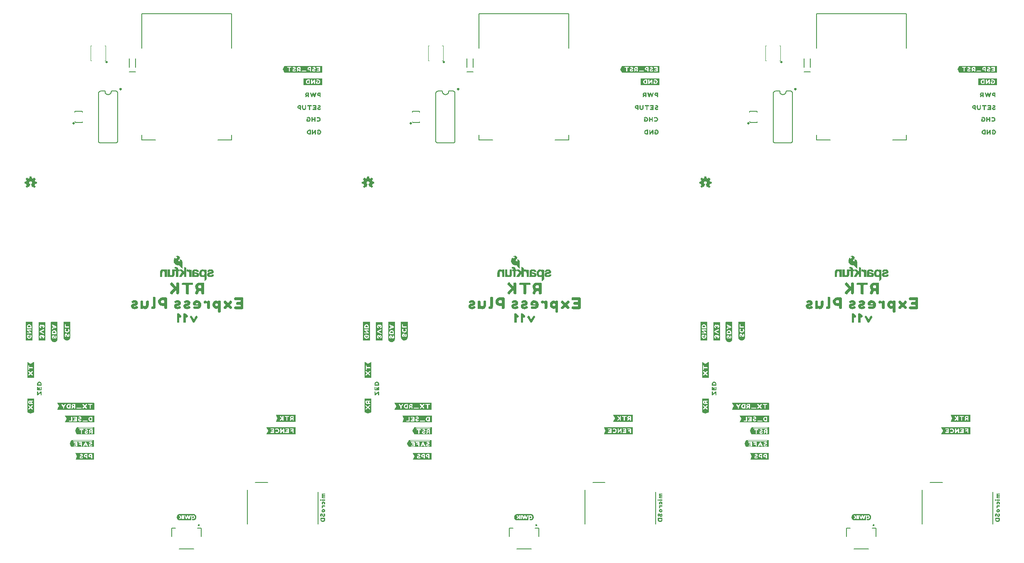
<source format=gbo>
G04 EAGLE Gerber RS-274X export*
G75*
%MOMM*%
%FSLAX34Y34*%
%LPD*%
%INSilkscreen Bottom*%
%IPPOS*%
%AMOC8*
5,1,8,0,0,1.08239X$1,22.5*%
G01*
%ADD10C,0.203200*%
%ADD11C,0.254000*%
%ADD12C,0.508000*%
%ADD13C,0.101600*%

G36*
X1991705Y972970D02*
X1991705Y972970D01*
X1991703Y972973D01*
X1991707Y972975D01*
X1991807Y973575D01*
X1991804Y973581D01*
X1991807Y973583D01*
X1991807Y986483D01*
X1991771Y986531D01*
X1991769Y986529D01*
X1991768Y986531D01*
X1991268Y986631D01*
X1991261Y986628D01*
X1991258Y986632D01*
X1915858Y986632D01*
X1915853Y986629D01*
X1915850Y986632D01*
X1915250Y986532D01*
X1915228Y986508D01*
X1915214Y986506D01*
X1911814Y979906D01*
X1911816Y979894D01*
X1911813Y979891D01*
X1911818Y979885D01*
X1911820Y979873D01*
X1911814Y979861D01*
X1912114Y979261D01*
X1915114Y973161D01*
X1915138Y973149D01*
X1915142Y973136D01*
X1915742Y972936D01*
X1915753Y972940D01*
X1915758Y972934D01*
X1991658Y972934D01*
X1991705Y972970D01*
G37*
G36*
X1304635Y972970D02*
X1304635Y972970D01*
X1304633Y972973D01*
X1304637Y972975D01*
X1304737Y973575D01*
X1304734Y973581D01*
X1304737Y973583D01*
X1304737Y986483D01*
X1304701Y986531D01*
X1304699Y986529D01*
X1304698Y986531D01*
X1304198Y986631D01*
X1304191Y986628D01*
X1304188Y986632D01*
X1228788Y986632D01*
X1228783Y986629D01*
X1228780Y986632D01*
X1228180Y986532D01*
X1228158Y986508D01*
X1228144Y986506D01*
X1224744Y979906D01*
X1224746Y979894D01*
X1224743Y979891D01*
X1224748Y979885D01*
X1224750Y979873D01*
X1224744Y979861D01*
X1225044Y979261D01*
X1228044Y973161D01*
X1228068Y973149D01*
X1228072Y973136D01*
X1228672Y972936D01*
X1228683Y972940D01*
X1228688Y972934D01*
X1304588Y972934D01*
X1304635Y972970D01*
G37*
G36*
X617565Y972970D02*
X617565Y972970D01*
X617563Y972973D01*
X617567Y972975D01*
X617667Y973575D01*
X617664Y973581D01*
X617667Y973583D01*
X617667Y986483D01*
X617631Y986531D01*
X617629Y986529D01*
X617628Y986531D01*
X617128Y986631D01*
X617121Y986628D01*
X617118Y986632D01*
X541718Y986632D01*
X541713Y986629D01*
X541710Y986632D01*
X541110Y986532D01*
X541088Y986508D01*
X541074Y986506D01*
X537674Y979906D01*
X537676Y979894D01*
X537673Y979891D01*
X537678Y979885D01*
X537680Y979873D01*
X537674Y979861D01*
X537974Y979261D01*
X540974Y973161D01*
X540998Y973149D01*
X541002Y973136D01*
X541602Y972936D01*
X541613Y972940D01*
X541618Y972934D01*
X617518Y972934D01*
X617565Y972970D01*
G37*
G36*
X1527276Y285907D02*
X1527276Y285907D01*
X1527288Y285904D01*
X1527688Y286204D01*
X1527692Y286220D01*
X1527699Y286225D01*
X1527695Y286231D01*
X1527697Y286235D01*
X1527707Y286243D01*
X1527707Y299143D01*
X1527698Y299156D01*
X1527702Y299165D01*
X1527502Y299565D01*
X1527465Y299584D01*
X1527458Y299592D01*
X1524358Y299592D01*
X1524323Y299566D01*
X1524313Y299563D01*
X1524301Y299536D01*
X1524288Y299582D01*
X1524270Y299577D01*
X1524258Y299592D01*
X1452558Y299592D01*
X1452511Y299557D01*
X1452514Y299551D01*
X1452512Y299550D01*
X1452517Y299543D01*
X1452509Y299535D01*
X1452609Y298935D01*
X1452618Y298927D01*
X1452614Y298921D01*
X1455707Y292935D01*
X1455611Y292359D01*
X1452514Y286266D01*
X1452516Y286254D01*
X1452514Y286252D01*
X1452517Y286247D01*
X1452521Y286227D01*
X1452517Y286216D01*
X1452717Y285916D01*
X1452750Y285904D01*
X1452758Y285894D01*
X1527258Y285894D01*
X1527276Y285907D01*
G37*
G36*
X153136Y285907D02*
X153136Y285907D01*
X153148Y285904D01*
X153548Y286204D01*
X153552Y286220D01*
X153559Y286225D01*
X153555Y286231D01*
X153557Y286235D01*
X153567Y286243D01*
X153567Y299143D01*
X153558Y299156D01*
X153562Y299165D01*
X153362Y299565D01*
X153325Y299584D01*
X153318Y299592D01*
X150218Y299592D01*
X150183Y299566D01*
X150173Y299563D01*
X150161Y299536D01*
X150148Y299582D01*
X150130Y299577D01*
X150118Y299592D01*
X78418Y299592D01*
X78371Y299557D01*
X78374Y299551D01*
X78372Y299550D01*
X78377Y299543D01*
X78369Y299535D01*
X78469Y298935D01*
X78478Y298927D01*
X78474Y298921D01*
X81567Y292935D01*
X81471Y292359D01*
X78374Y286266D01*
X78376Y286254D01*
X78374Y286252D01*
X78377Y286247D01*
X78381Y286227D01*
X78377Y286216D01*
X78577Y285916D01*
X78610Y285904D01*
X78618Y285894D01*
X153118Y285894D01*
X153136Y285907D01*
G37*
G36*
X840206Y285907D02*
X840206Y285907D01*
X840218Y285904D01*
X840618Y286204D01*
X840622Y286220D01*
X840629Y286225D01*
X840625Y286231D01*
X840627Y286235D01*
X840637Y286243D01*
X840637Y299143D01*
X840628Y299156D01*
X840632Y299165D01*
X840432Y299565D01*
X840395Y299584D01*
X840388Y299592D01*
X837288Y299592D01*
X837253Y299566D01*
X837243Y299563D01*
X837231Y299536D01*
X837218Y299582D01*
X837200Y299577D01*
X837188Y299592D01*
X765488Y299592D01*
X765441Y299557D01*
X765444Y299551D01*
X765442Y299550D01*
X765447Y299543D01*
X765439Y299535D01*
X765539Y298935D01*
X765548Y298927D01*
X765544Y298921D01*
X768637Y292935D01*
X768541Y292359D01*
X765444Y286266D01*
X765446Y286254D01*
X765444Y286252D01*
X765447Y286247D01*
X765451Y286227D01*
X765447Y286216D01*
X765647Y285916D01*
X765680Y285904D01*
X765688Y285894D01*
X840188Y285894D01*
X840206Y285907D01*
G37*
G36*
X1527463Y259898D02*
X1527463Y259898D01*
X1527466Y259895D01*
X1528066Y259995D01*
X1528107Y260038D01*
X1528104Y260041D01*
X1528107Y260043D01*
X1528107Y273543D01*
X1528071Y273591D01*
X1528064Y273585D01*
X1528058Y273592D01*
X1524758Y273592D01*
X1524732Y273573D01*
X1524719Y273573D01*
X1524697Y273545D01*
X1524697Y273573D01*
X1524673Y273573D01*
X1524658Y273592D01*
X1468558Y273592D01*
X1468549Y273585D01*
X1468545Y273585D01*
X1468540Y273589D01*
X1468040Y273389D01*
X1468022Y273360D01*
X1468013Y273353D01*
X1468016Y273349D01*
X1468009Y273338D01*
X1468020Y273332D01*
X1468014Y273321D01*
X1471113Y267324D01*
X1471305Y266747D01*
X1468014Y260065D01*
X1468014Y260064D01*
X1468013Y260064D01*
X1468014Y260062D01*
X1468025Y260007D01*
X1468042Y260010D01*
X1468050Y259995D01*
X1468650Y259895D01*
X1468655Y259897D01*
X1468658Y259894D01*
X1527458Y259894D01*
X1527463Y259898D01*
G37*
G36*
X153323Y259898D02*
X153323Y259898D01*
X153326Y259895D01*
X153926Y259995D01*
X153967Y260038D01*
X153964Y260041D01*
X153967Y260043D01*
X153967Y273543D01*
X153931Y273591D01*
X153924Y273585D01*
X153918Y273592D01*
X150618Y273592D01*
X150592Y273573D01*
X150579Y273573D01*
X150557Y273545D01*
X150557Y273573D01*
X150533Y273573D01*
X150518Y273592D01*
X94418Y273592D01*
X94409Y273585D01*
X94405Y273585D01*
X94400Y273589D01*
X93900Y273389D01*
X93882Y273360D01*
X93873Y273353D01*
X93876Y273349D01*
X93869Y273338D01*
X93880Y273332D01*
X93874Y273321D01*
X96973Y267324D01*
X97165Y266747D01*
X93874Y260065D01*
X93874Y260064D01*
X93873Y260064D01*
X93874Y260062D01*
X93885Y260007D01*
X93902Y260010D01*
X93910Y259995D01*
X94510Y259895D01*
X94515Y259897D01*
X94518Y259894D01*
X153318Y259894D01*
X153323Y259898D01*
G37*
G36*
X840393Y259898D02*
X840393Y259898D01*
X840396Y259895D01*
X840996Y259995D01*
X841037Y260038D01*
X841034Y260041D01*
X841037Y260043D01*
X841037Y273543D01*
X841001Y273591D01*
X840994Y273585D01*
X840988Y273592D01*
X837688Y273592D01*
X837662Y273573D01*
X837649Y273573D01*
X837627Y273545D01*
X837627Y273573D01*
X837603Y273573D01*
X837588Y273592D01*
X781488Y273592D01*
X781479Y273585D01*
X781475Y273585D01*
X781470Y273589D01*
X780970Y273389D01*
X780952Y273360D01*
X780943Y273353D01*
X780946Y273349D01*
X780939Y273338D01*
X780950Y273332D01*
X780944Y273321D01*
X784043Y267324D01*
X784235Y266747D01*
X780944Y260065D01*
X780944Y260064D01*
X780943Y260064D01*
X780944Y260062D01*
X780955Y260007D01*
X780972Y260010D01*
X780980Y259995D01*
X781580Y259895D01*
X781585Y259897D01*
X781588Y259894D01*
X840388Y259894D01*
X840393Y259898D01*
G37*
G36*
X1937615Y235960D02*
X1937615Y235960D01*
X1937613Y235963D01*
X1937617Y235965D01*
X1937717Y236565D01*
X1937714Y236571D01*
X1937717Y236573D01*
X1937717Y249473D01*
X1937681Y249521D01*
X1937679Y249519D01*
X1937678Y249521D01*
X1937178Y249621D01*
X1937171Y249618D01*
X1937168Y249622D01*
X1878768Y249622D01*
X1878721Y249587D01*
X1878721Y249586D01*
X1878720Y249585D01*
X1878620Y249185D01*
X1878630Y249163D01*
X1878624Y249151D01*
X1881620Y243158D01*
X1881717Y242482D01*
X1878624Y236496D01*
X1878626Y236483D01*
X1878621Y236479D01*
X1878623Y236476D01*
X1878619Y236473D01*
X1878619Y235973D01*
X1878655Y235926D01*
X1878662Y235932D01*
X1878668Y235924D01*
X1937568Y235924D01*
X1937615Y235960D01*
G37*
G36*
X1250545Y235960D02*
X1250545Y235960D01*
X1250543Y235963D01*
X1250547Y235965D01*
X1250647Y236565D01*
X1250644Y236571D01*
X1250647Y236573D01*
X1250647Y249473D01*
X1250611Y249521D01*
X1250609Y249519D01*
X1250608Y249521D01*
X1250108Y249621D01*
X1250101Y249618D01*
X1250098Y249622D01*
X1191698Y249622D01*
X1191651Y249587D01*
X1191651Y249586D01*
X1191650Y249585D01*
X1191550Y249185D01*
X1191560Y249163D01*
X1191554Y249151D01*
X1194550Y243158D01*
X1194647Y242482D01*
X1191554Y236496D01*
X1191556Y236483D01*
X1191551Y236479D01*
X1191553Y236476D01*
X1191549Y236473D01*
X1191549Y235973D01*
X1191585Y235926D01*
X1191592Y235932D01*
X1191598Y235924D01*
X1250498Y235924D01*
X1250545Y235960D01*
G37*
G36*
X563475Y235960D02*
X563475Y235960D01*
X563473Y235963D01*
X563477Y235965D01*
X563577Y236565D01*
X563574Y236571D01*
X563577Y236573D01*
X563577Y249473D01*
X563541Y249521D01*
X563539Y249519D01*
X563538Y249521D01*
X563038Y249621D01*
X563031Y249618D01*
X563028Y249622D01*
X504628Y249622D01*
X504581Y249587D01*
X504581Y249586D01*
X504580Y249585D01*
X504480Y249185D01*
X504490Y249163D01*
X504484Y249151D01*
X507480Y243158D01*
X507577Y242482D01*
X504484Y236496D01*
X504486Y236483D01*
X504481Y236479D01*
X504483Y236476D01*
X504479Y236473D01*
X504479Y235973D01*
X504515Y235926D01*
X504522Y235932D01*
X504528Y235924D01*
X563428Y235924D01*
X563475Y235960D01*
G37*
G36*
X152623Y209898D02*
X152623Y209898D01*
X152626Y209895D01*
X153226Y209995D01*
X153267Y210038D01*
X153264Y210041D01*
X153267Y210043D01*
X153267Y223543D01*
X153231Y223591D01*
X153224Y223585D01*
X153218Y223592D01*
X107118Y223592D01*
X107093Y223574D01*
X107080Y223574D01*
X106680Y223074D01*
X106679Y223066D01*
X106674Y223065D01*
X103674Y217065D01*
X103676Y217053D01*
X103671Y217049D01*
X103672Y217046D01*
X103669Y217043D01*
X103669Y216443D01*
X103679Y216430D01*
X103674Y216421D01*
X106774Y210321D01*
X106784Y210316D01*
X106783Y210308D01*
X107183Y209908D01*
X107210Y209905D01*
X107218Y209894D01*
X152618Y209894D01*
X152623Y209898D01*
G37*
G36*
X839693Y209898D02*
X839693Y209898D01*
X839696Y209895D01*
X840296Y209995D01*
X840337Y210038D01*
X840334Y210041D01*
X840337Y210043D01*
X840337Y223543D01*
X840301Y223591D01*
X840294Y223585D01*
X840288Y223592D01*
X794188Y223592D01*
X794163Y223574D01*
X794150Y223574D01*
X793750Y223074D01*
X793749Y223066D01*
X793744Y223065D01*
X790744Y217065D01*
X790746Y217053D01*
X790741Y217049D01*
X790742Y217046D01*
X790739Y217043D01*
X790739Y216443D01*
X790749Y216430D01*
X790744Y216421D01*
X793844Y210321D01*
X793854Y210316D01*
X793853Y210308D01*
X794253Y209908D01*
X794280Y209905D01*
X794288Y209894D01*
X839688Y209894D01*
X839693Y209898D01*
G37*
G36*
X1526763Y209898D02*
X1526763Y209898D01*
X1526766Y209895D01*
X1527366Y209995D01*
X1527407Y210038D01*
X1527404Y210041D01*
X1527407Y210043D01*
X1527407Y223543D01*
X1527371Y223591D01*
X1527364Y223585D01*
X1527358Y223592D01*
X1481258Y223592D01*
X1481233Y223574D01*
X1481220Y223574D01*
X1480820Y223074D01*
X1480819Y223066D01*
X1480814Y223065D01*
X1477814Y217065D01*
X1477816Y217053D01*
X1477811Y217049D01*
X1477812Y217046D01*
X1477809Y217043D01*
X1477809Y216443D01*
X1477819Y216430D01*
X1477814Y216421D01*
X1480914Y210321D01*
X1480924Y210316D01*
X1480923Y210308D01*
X1481323Y209908D01*
X1481350Y209905D01*
X1481358Y209894D01*
X1526758Y209894D01*
X1526763Y209898D01*
G37*
G36*
X72122Y423497D02*
X72122Y423497D01*
X72125Y423494D01*
X72825Y423594D01*
X72826Y423595D01*
X73426Y423695D01*
X74125Y423794D01*
X74133Y423803D01*
X74140Y423799D01*
X75340Y424399D01*
X75342Y424403D01*
X75345Y424402D01*
X75945Y424802D01*
X75946Y424805D01*
X75949Y424805D01*
X76949Y425605D01*
X76950Y425609D01*
X76953Y425608D01*
X77453Y426108D01*
X77454Y426120D01*
X77462Y426121D01*
X77761Y426719D01*
X78159Y427316D01*
X78159Y427321D01*
X78160Y427322D01*
X78158Y427325D01*
X78165Y427328D01*
X78365Y427928D01*
X78364Y427929D01*
X78365Y427930D01*
X78375Y427962D01*
X78389Y428012D01*
X78431Y428159D01*
X78473Y428307D01*
X78487Y428356D01*
X78529Y428504D01*
X78530Y428504D01*
X78529Y428504D01*
X78565Y428629D01*
X78765Y429228D01*
X78763Y429234D01*
X78767Y429236D01*
X78867Y429936D01*
X78864Y429941D01*
X78867Y429943D01*
X78867Y464143D01*
X78854Y464161D01*
X78857Y464173D01*
X78557Y464573D01*
X78526Y464582D01*
X78518Y464592D01*
X65618Y464592D01*
X65600Y464579D01*
X65588Y464583D01*
X65188Y464283D01*
X65180Y464251D01*
X65169Y464243D01*
X65169Y430443D01*
X65172Y430439D01*
X65169Y430436D01*
X65269Y429740D01*
X65269Y429043D01*
X65276Y429034D01*
X65271Y429028D01*
X65471Y428429D01*
X65671Y427730D01*
X65676Y427726D01*
X65674Y427721D01*
X65974Y427121D01*
X65978Y427119D01*
X65977Y427116D01*
X66377Y426516D01*
X66380Y426515D01*
X66380Y426512D01*
X67180Y425512D01*
X67184Y425511D01*
X67183Y425508D01*
X67683Y425008D01*
X67690Y425007D01*
X67691Y425002D01*
X68291Y424602D01*
X68293Y424602D01*
X68293Y424601D01*
X68793Y424301D01*
X68798Y424302D01*
X68799Y424298D01*
X69499Y423998D01*
X69502Y423999D01*
X69502Y423996D01*
X70702Y423596D01*
X70709Y423599D01*
X70711Y423594D01*
X71411Y423494D01*
X71416Y423497D01*
X71418Y423494D01*
X72118Y423494D01*
X72122Y423497D01*
G37*
G36*
X1446262Y423497D02*
X1446262Y423497D01*
X1446265Y423494D01*
X1446965Y423594D01*
X1446966Y423595D01*
X1447566Y423695D01*
X1448265Y423794D01*
X1448273Y423803D01*
X1448280Y423799D01*
X1449480Y424399D01*
X1449482Y424403D01*
X1449485Y424402D01*
X1450085Y424802D01*
X1450086Y424805D01*
X1450089Y424805D01*
X1451089Y425605D01*
X1451090Y425609D01*
X1451093Y425608D01*
X1451593Y426108D01*
X1451594Y426120D01*
X1451602Y426121D01*
X1451901Y426719D01*
X1452299Y427316D01*
X1452299Y427321D01*
X1452300Y427322D01*
X1452298Y427325D01*
X1452305Y427328D01*
X1452505Y427928D01*
X1452504Y427929D01*
X1452505Y427930D01*
X1452515Y427962D01*
X1452529Y428012D01*
X1452571Y428159D01*
X1452613Y428307D01*
X1452627Y428356D01*
X1452669Y428504D01*
X1452670Y428504D01*
X1452669Y428504D01*
X1452705Y428629D01*
X1452905Y429228D01*
X1452903Y429234D01*
X1452907Y429236D01*
X1453007Y429936D01*
X1453004Y429941D01*
X1453007Y429943D01*
X1453007Y464143D01*
X1452994Y464161D01*
X1452997Y464173D01*
X1452697Y464573D01*
X1452666Y464582D01*
X1452658Y464592D01*
X1439758Y464592D01*
X1439740Y464579D01*
X1439728Y464583D01*
X1439328Y464283D01*
X1439320Y464251D01*
X1439309Y464243D01*
X1439309Y430443D01*
X1439312Y430439D01*
X1439309Y430436D01*
X1439409Y429740D01*
X1439409Y429043D01*
X1439416Y429034D01*
X1439411Y429028D01*
X1439611Y428429D01*
X1439811Y427730D01*
X1439816Y427726D01*
X1439814Y427721D01*
X1440114Y427121D01*
X1440118Y427119D01*
X1440117Y427116D01*
X1440517Y426516D01*
X1440520Y426515D01*
X1440520Y426512D01*
X1441320Y425512D01*
X1441324Y425511D01*
X1441323Y425508D01*
X1441823Y425008D01*
X1441830Y425007D01*
X1441831Y425002D01*
X1442431Y424602D01*
X1442433Y424602D01*
X1442433Y424601D01*
X1442933Y424301D01*
X1442938Y424302D01*
X1442939Y424298D01*
X1443639Y423998D01*
X1443642Y423999D01*
X1443642Y423996D01*
X1444842Y423596D01*
X1444849Y423599D01*
X1444851Y423594D01*
X1445551Y423494D01*
X1445556Y423497D01*
X1445558Y423494D01*
X1446258Y423494D01*
X1446262Y423497D01*
G37*
G36*
X759192Y423497D02*
X759192Y423497D01*
X759195Y423494D01*
X759895Y423594D01*
X759896Y423595D01*
X760496Y423695D01*
X761195Y423794D01*
X761203Y423803D01*
X761210Y423799D01*
X762410Y424399D01*
X762412Y424403D01*
X762415Y424402D01*
X763015Y424802D01*
X763016Y424805D01*
X763019Y424805D01*
X764019Y425605D01*
X764020Y425609D01*
X764023Y425608D01*
X764523Y426108D01*
X764524Y426120D01*
X764532Y426121D01*
X764831Y426719D01*
X765229Y427316D01*
X765229Y427321D01*
X765230Y427322D01*
X765228Y427325D01*
X765235Y427328D01*
X765435Y427928D01*
X765434Y427929D01*
X765435Y427930D01*
X765445Y427962D01*
X765459Y428012D01*
X765501Y428159D01*
X765543Y428307D01*
X765557Y428356D01*
X765599Y428504D01*
X765600Y428504D01*
X765599Y428504D01*
X765635Y428629D01*
X765835Y429228D01*
X765833Y429234D01*
X765837Y429236D01*
X765937Y429936D01*
X765934Y429941D01*
X765937Y429943D01*
X765937Y464143D01*
X765924Y464161D01*
X765927Y464173D01*
X765627Y464573D01*
X765596Y464582D01*
X765588Y464592D01*
X752688Y464592D01*
X752670Y464579D01*
X752658Y464583D01*
X752258Y464283D01*
X752250Y464251D01*
X752239Y464243D01*
X752239Y430443D01*
X752242Y430439D01*
X752239Y430436D01*
X752339Y429740D01*
X752339Y429043D01*
X752346Y429034D01*
X752341Y429028D01*
X752541Y428429D01*
X752741Y427730D01*
X752746Y427726D01*
X752744Y427721D01*
X753044Y427121D01*
X753048Y427119D01*
X753047Y427116D01*
X753447Y426516D01*
X753450Y426515D01*
X753450Y426512D01*
X754250Y425512D01*
X754254Y425511D01*
X754253Y425508D01*
X754753Y425008D01*
X754760Y425007D01*
X754761Y425002D01*
X755361Y424602D01*
X755363Y424602D01*
X755363Y424601D01*
X755863Y424301D01*
X755868Y424302D01*
X755869Y424298D01*
X756569Y423998D01*
X756572Y423999D01*
X756572Y423996D01*
X757772Y423596D01*
X757779Y423599D01*
X757781Y423594D01*
X758481Y423494D01*
X758486Y423497D01*
X758488Y423494D01*
X759188Y423494D01*
X759192Y423497D01*
G37*
G36*
X1250109Y261332D02*
X1250109Y261332D01*
X1250116Y261327D01*
X1250616Y261527D01*
X1250631Y261551D01*
X1250638Y261557D01*
X1250636Y261560D01*
X1250641Y261568D01*
X1250647Y261573D01*
X1250647Y274473D01*
X1250639Y274484D01*
X1250644Y274491D01*
X1250444Y274991D01*
X1250403Y275016D01*
X1250398Y275022D01*
X1210598Y275022D01*
X1210595Y275021D01*
X1210593Y275022D01*
X1210589Y275015D01*
X1210551Y274987D01*
X1210555Y274981D01*
X1210553Y274979D01*
X1210561Y274969D01*
X1210552Y274955D01*
X1210752Y274455D01*
X1210755Y274453D01*
X1210754Y274451D01*
X1213747Y268366D01*
X1213651Y267789D01*
X1210654Y261795D01*
X1210656Y261784D01*
X1210652Y261780D01*
X1210658Y261772D01*
X1210658Y261771D01*
X1210650Y261761D01*
X1210750Y261361D01*
X1210797Y261324D01*
X1210797Y261325D01*
X1210798Y261324D01*
X1250098Y261324D01*
X1250109Y261332D01*
G37*
G36*
X1937179Y261332D02*
X1937179Y261332D01*
X1937186Y261327D01*
X1937686Y261527D01*
X1937701Y261551D01*
X1937708Y261557D01*
X1937706Y261560D01*
X1937711Y261568D01*
X1937717Y261573D01*
X1937717Y274473D01*
X1937709Y274484D01*
X1937714Y274491D01*
X1937514Y274991D01*
X1937473Y275016D01*
X1937468Y275022D01*
X1897668Y275022D01*
X1897665Y275021D01*
X1897663Y275022D01*
X1897659Y275015D01*
X1897621Y274987D01*
X1897625Y274981D01*
X1897623Y274979D01*
X1897631Y274969D01*
X1897622Y274955D01*
X1897822Y274455D01*
X1897825Y274453D01*
X1897824Y274451D01*
X1900817Y268366D01*
X1900721Y267789D01*
X1897724Y261795D01*
X1897726Y261784D01*
X1897722Y261780D01*
X1897728Y261772D01*
X1897728Y261771D01*
X1897720Y261761D01*
X1897820Y261361D01*
X1897867Y261324D01*
X1897867Y261325D01*
X1897868Y261324D01*
X1937168Y261324D01*
X1937179Y261332D01*
G37*
G36*
X563039Y261332D02*
X563039Y261332D01*
X563046Y261327D01*
X563546Y261527D01*
X563561Y261551D01*
X563568Y261557D01*
X563566Y261560D01*
X563571Y261568D01*
X563577Y261573D01*
X563577Y274473D01*
X563569Y274484D01*
X563574Y274491D01*
X563374Y274991D01*
X563333Y275016D01*
X563328Y275022D01*
X523528Y275022D01*
X523525Y275021D01*
X523523Y275022D01*
X523519Y275015D01*
X523481Y274987D01*
X523485Y274981D01*
X523483Y274979D01*
X523491Y274969D01*
X523482Y274955D01*
X523682Y274455D01*
X523685Y274453D01*
X523684Y274451D01*
X526677Y268366D01*
X526581Y267789D01*
X523584Y261795D01*
X523586Y261784D01*
X523582Y261780D01*
X523588Y261772D01*
X523588Y261771D01*
X523580Y261761D01*
X523680Y261361D01*
X523727Y261324D01*
X523727Y261325D01*
X523728Y261324D01*
X563028Y261324D01*
X563039Y261332D01*
G37*
G36*
X153939Y235910D02*
X153939Y235910D01*
X153953Y235908D01*
X154253Y236208D01*
X154255Y236221D01*
X154261Y236225D01*
X154256Y236232D01*
X154257Y236235D01*
X154267Y236243D01*
X154267Y249143D01*
X154254Y249161D01*
X154257Y249173D01*
X153957Y249573D01*
X153926Y249582D01*
X153918Y249592D01*
X118318Y249592D01*
X118309Y249585D01*
X118306Y249585D01*
X118302Y249582D01*
X118293Y249585D01*
X117793Y249285D01*
X117785Y249267D01*
X117774Y249265D01*
X114774Y243265D01*
X114775Y243260D01*
X114771Y243259D01*
X114571Y242659D01*
X114573Y242655D01*
X114572Y242655D01*
X114574Y242652D01*
X114580Y242633D01*
X114574Y242621D01*
X117574Y236521D01*
X117874Y235921D01*
X117911Y235903D01*
X117918Y235894D01*
X153918Y235894D01*
X153939Y235910D01*
G37*
G36*
X841009Y235910D02*
X841009Y235910D01*
X841023Y235908D01*
X841323Y236208D01*
X841325Y236221D01*
X841331Y236225D01*
X841326Y236232D01*
X841327Y236235D01*
X841337Y236243D01*
X841337Y249143D01*
X841324Y249161D01*
X841327Y249173D01*
X841027Y249573D01*
X840996Y249582D01*
X840988Y249592D01*
X805388Y249592D01*
X805379Y249585D01*
X805376Y249585D01*
X805372Y249582D01*
X805363Y249585D01*
X804863Y249285D01*
X804855Y249267D01*
X804844Y249265D01*
X801844Y243265D01*
X801845Y243260D01*
X801841Y243259D01*
X801641Y242659D01*
X801643Y242655D01*
X801642Y242655D01*
X801644Y242652D01*
X801650Y242633D01*
X801644Y242621D01*
X804644Y236521D01*
X804944Y235921D01*
X804981Y235903D01*
X804988Y235894D01*
X840988Y235894D01*
X841009Y235910D01*
G37*
G36*
X1528079Y235910D02*
X1528079Y235910D01*
X1528093Y235908D01*
X1528393Y236208D01*
X1528395Y236221D01*
X1528401Y236225D01*
X1528396Y236232D01*
X1528397Y236235D01*
X1528407Y236243D01*
X1528407Y249143D01*
X1528394Y249161D01*
X1528397Y249173D01*
X1528097Y249573D01*
X1528066Y249582D01*
X1528058Y249592D01*
X1492458Y249592D01*
X1492449Y249585D01*
X1492446Y249585D01*
X1492442Y249582D01*
X1492433Y249585D01*
X1491933Y249285D01*
X1491925Y249267D01*
X1491914Y249265D01*
X1488914Y243265D01*
X1488915Y243260D01*
X1488911Y243259D01*
X1488711Y242659D01*
X1488713Y242655D01*
X1488712Y242655D01*
X1488714Y242652D01*
X1488720Y242633D01*
X1488714Y242621D01*
X1491714Y236521D01*
X1492014Y235921D01*
X1492051Y235903D01*
X1492058Y235894D01*
X1528058Y235894D01*
X1528079Y235910D01*
G37*
G36*
X617023Y947538D02*
X617023Y947538D01*
X617026Y947535D01*
X617626Y947635D01*
X617667Y947678D01*
X617664Y947681D01*
X617667Y947683D01*
X617667Y961183D01*
X617631Y961231D01*
X617624Y961225D01*
X617618Y961232D01*
X580418Y961232D01*
X580413Y961229D01*
X580410Y961232D01*
X579810Y961132D01*
X579773Y961093D01*
X579771Y961091D01*
X579769Y961089D01*
X579772Y961086D01*
X579769Y961083D01*
X579769Y947583D01*
X579805Y947536D01*
X579812Y947542D01*
X579818Y947534D01*
X617018Y947534D01*
X617023Y947538D01*
G37*
G36*
X1304093Y947538D02*
X1304093Y947538D01*
X1304096Y947535D01*
X1304696Y947635D01*
X1304737Y947678D01*
X1304734Y947681D01*
X1304737Y947683D01*
X1304737Y961183D01*
X1304701Y961231D01*
X1304694Y961225D01*
X1304688Y961232D01*
X1267488Y961232D01*
X1267483Y961229D01*
X1267480Y961232D01*
X1266880Y961132D01*
X1266843Y961093D01*
X1266841Y961091D01*
X1266839Y961089D01*
X1266842Y961086D01*
X1266839Y961083D01*
X1266839Y947583D01*
X1266875Y947536D01*
X1266882Y947542D01*
X1266888Y947534D01*
X1304088Y947534D01*
X1304093Y947538D01*
G37*
G36*
X1991163Y947538D02*
X1991163Y947538D01*
X1991166Y947535D01*
X1991766Y947635D01*
X1991807Y947678D01*
X1991804Y947681D01*
X1991807Y947683D01*
X1991807Y961183D01*
X1991771Y961231D01*
X1991764Y961225D01*
X1991758Y961232D01*
X1954558Y961232D01*
X1954553Y961229D01*
X1954550Y961232D01*
X1953950Y961132D01*
X1953913Y961093D01*
X1953911Y961091D01*
X1953909Y961089D01*
X1953912Y961086D01*
X1953909Y961083D01*
X1953909Y947583D01*
X1953945Y947536D01*
X1953952Y947542D01*
X1953958Y947534D01*
X1991158Y947534D01*
X1991163Y947538D01*
G37*
G36*
X1402005Y426830D02*
X1402005Y426830D01*
X1402000Y426837D01*
X1402007Y426843D01*
X1402007Y430143D01*
X1401987Y430170D01*
X1401987Y430183D01*
X1401958Y430204D01*
X1401989Y430205D01*
X1401988Y430229D01*
X1402007Y430243D01*
X1402007Y464043D01*
X1402004Y464048D01*
X1402007Y464051D01*
X1401907Y464651D01*
X1401863Y464692D01*
X1401861Y464689D01*
X1401858Y464692D01*
X1388358Y464692D01*
X1388311Y464657D01*
X1388316Y464649D01*
X1388309Y464643D01*
X1388309Y427443D01*
X1388312Y427438D01*
X1388309Y427435D01*
X1388409Y426835D01*
X1388453Y426794D01*
X1388456Y426797D01*
X1388458Y426794D01*
X1401958Y426794D01*
X1402005Y426830D01*
G37*
G36*
X714935Y426830D02*
X714935Y426830D01*
X714930Y426837D01*
X714937Y426843D01*
X714937Y430143D01*
X714917Y430170D01*
X714917Y430183D01*
X714888Y430204D01*
X714919Y430205D01*
X714918Y430229D01*
X714937Y430243D01*
X714937Y464043D01*
X714934Y464048D01*
X714937Y464051D01*
X714837Y464651D01*
X714793Y464692D01*
X714791Y464689D01*
X714788Y464692D01*
X701288Y464692D01*
X701241Y464657D01*
X701246Y464649D01*
X701239Y464643D01*
X701239Y427443D01*
X701242Y427438D01*
X701239Y427435D01*
X701339Y426835D01*
X701383Y426794D01*
X701386Y426797D01*
X701388Y426794D01*
X714888Y426794D01*
X714935Y426830D01*
G37*
G36*
X27865Y426830D02*
X27865Y426830D01*
X27860Y426837D01*
X27867Y426843D01*
X27867Y430143D01*
X27847Y430170D01*
X27847Y430183D01*
X27818Y430204D01*
X27849Y430205D01*
X27848Y430229D01*
X27867Y430243D01*
X27867Y464043D01*
X27864Y464048D01*
X27867Y464051D01*
X27767Y464651D01*
X27723Y464692D01*
X27721Y464689D01*
X27718Y464692D01*
X14218Y464692D01*
X14171Y464657D01*
X14176Y464649D01*
X14169Y464643D01*
X14169Y427443D01*
X14172Y427438D01*
X14169Y427435D01*
X14269Y426835D01*
X14313Y426794D01*
X14316Y426797D01*
X14318Y426794D01*
X27818Y426794D01*
X27865Y426830D01*
G37*
G36*
X740399Y427102D02*
X740399Y427102D01*
X740406Y427097D01*
X740906Y427297D01*
X740921Y427321D01*
X740928Y427327D01*
X740926Y427330D01*
X740931Y427338D01*
X740937Y427343D01*
X740937Y463743D01*
X740934Y463748D01*
X740937Y463751D01*
X740837Y464351D01*
X740793Y464392D01*
X740791Y464389D01*
X740788Y464392D01*
X727888Y464392D01*
X727883Y464389D01*
X727880Y464392D01*
X727280Y464292D01*
X727239Y464249D01*
X727242Y464246D01*
X727239Y464243D01*
X727239Y427643D01*
X727247Y427633D01*
X727242Y427625D01*
X727442Y427125D01*
X727483Y427100D01*
X727488Y427094D01*
X740388Y427094D01*
X740399Y427102D01*
G37*
G36*
X1427469Y427102D02*
X1427469Y427102D01*
X1427476Y427097D01*
X1427976Y427297D01*
X1427991Y427321D01*
X1427998Y427327D01*
X1427996Y427330D01*
X1428001Y427338D01*
X1428007Y427343D01*
X1428007Y463743D01*
X1428004Y463748D01*
X1428007Y463751D01*
X1427907Y464351D01*
X1427863Y464392D01*
X1427861Y464389D01*
X1427858Y464392D01*
X1414958Y464392D01*
X1414953Y464389D01*
X1414950Y464392D01*
X1414350Y464292D01*
X1414309Y464249D01*
X1414312Y464246D01*
X1414309Y464243D01*
X1414309Y427643D01*
X1414317Y427633D01*
X1414312Y427625D01*
X1414512Y427125D01*
X1414553Y427100D01*
X1414558Y427094D01*
X1427458Y427094D01*
X1427469Y427102D01*
G37*
G36*
X53329Y427102D02*
X53329Y427102D01*
X53336Y427097D01*
X53836Y427297D01*
X53851Y427321D01*
X53858Y427327D01*
X53856Y427330D01*
X53861Y427338D01*
X53867Y427343D01*
X53867Y463743D01*
X53864Y463748D01*
X53867Y463751D01*
X53767Y464351D01*
X53723Y464392D01*
X53721Y464389D01*
X53718Y464392D01*
X40818Y464392D01*
X40813Y464389D01*
X40810Y464392D01*
X40210Y464292D01*
X40169Y464249D01*
X40172Y464246D01*
X40169Y464243D01*
X40169Y427643D01*
X40177Y427633D01*
X40172Y427625D01*
X40372Y427125D01*
X40413Y427100D01*
X40418Y427094D01*
X53318Y427094D01*
X53329Y427102D01*
G37*
G36*
X97921Y426900D02*
X97921Y426900D01*
X97926Y426895D01*
X98522Y426994D01*
X99218Y426994D01*
X99226Y427000D01*
X99232Y426996D01*
X99932Y427196D01*
X99933Y427197D01*
X99934Y427196D01*
X100534Y427396D01*
X100537Y427401D01*
X100540Y427399D01*
X101740Y427999D01*
X101742Y428003D01*
X101745Y428002D01*
X102345Y428402D01*
X102348Y428409D01*
X102353Y428408D01*
X102853Y428908D01*
X102853Y428913D01*
X102856Y428912D01*
X103656Y429912D01*
X103657Y429916D01*
X103659Y429916D01*
X104059Y430516D01*
X104059Y430521D01*
X104062Y430521D01*
X104362Y431121D01*
X104361Y431128D01*
X104365Y431130D01*
X104404Y431264D01*
X104418Y431313D01*
X104460Y431461D01*
X104502Y431609D01*
X104516Y431658D01*
X104558Y431806D01*
X104559Y431806D01*
X104558Y431806D01*
X104565Y431829D01*
X104765Y432428D01*
X104761Y432438D01*
X104767Y432443D01*
X104767Y433139D01*
X104867Y433735D01*
X104864Y433741D01*
X104867Y433743D01*
X104867Y464943D01*
X104838Y464981D01*
X104836Y464989D01*
X104336Y465189D01*
X104323Y465185D01*
X104318Y465192D01*
X91418Y465192D01*
X91380Y465164D01*
X91372Y465161D01*
X91172Y464661D01*
X91176Y464649D01*
X91169Y464643D01*
X91169Y433443D01*
X91172Y433439D01*
X91169Y433436D01*
X91369Y432036D01*
X91374Y432032D01*
X91371Y432028D01*
X91571Y431428D01*
X91576Y431425D01*
X91574Y431421D01*
X92174Y430221D01*
X92178Y430219D01*
X92177Y430216D01*
X92577Y429616D01*
X92580Y429615D01*
X92580Y429612D01*
X92980Y429112D01*
X92984Y429111D01*
X92983Y429108D01*
X93483Y428608D01*
X93490Y428607D01*
X93491Y428602D01*
X94089Y428204D01*
X94587Y427805D01*
X94595Y427805D01*
X94596Y427799D01*
X95196Y427499D01*
X95203Y427500D01*
X95204Y427496D01*
X95903Y427296D01*
X96502Y427096D01*
X96509Y427099D01*
X96511Y427094D01*
X97911Y426894D01*
X97921Y426900D01*
G37*
G36*
X784991Y426900D02*
X784991Y426900D01*
X784996Y426895D01*
X785592Y426994D01*
X786288Y426994D01*
X786296Y427000D01*
X786302Y426996D01*
X787002Y427196D01*
X787003Y427197D01*
X787004Y427196D01*
X787604Y427396D01*
X787607Y427401D01*
X787610Y427399D01*
X788810Y427999D01*
X788812Y428003D01*
X788815Y428002D01*
X789415Y428402D01*
X789418Y428409D01*
X789423Y428408D01*
X789923Y428908D01*
X789923Y428913D01*
X789926Y428912D01*
X790726Y429912D01*
X790727Y429916D01*
X790729Y429916D01*
X791129Y430516D01*
X791129Y430521D01*
X791132Y430521D01*
X791432Y431121D01*
X791431Y431128D01*
X791435Y431130D01*
X791474Y431264D01*
X791488Y431313D01*
X791530Y431461D01*
X791572Y431609D01*
X791586Y431658D01*
X791628Y431806D01*
X791629Y431806D01*
X791628Y431806D01*
X791635Y431829D01*
X791835Y432428D01*
X791831Y432438D01*
X791837Y432443D01*
X791837Y433139D01*
X791937Y433735D01*
X791934Y433741D01*
X791937Y433743D01*
X791937Y464943D01*
X791908Y464981D01*
X791906Y464989D01*
X791406Y465189D01*
X791393Y465185D01*
X791388Y465192D01*
X778488Y465192D01*
X778450Y465164D01*
X778442Y465161D01*
X778242Y464661D01*
X778246Y464649D01*
X778239Y464643D01*
X778239Y433443D01*
X778242Y433439D01*
X778239Y433436D01*
X778439Y432036D01*
X778444Y432032D01*
X778441Y432028D01*
X778641Y431428D01*
X778646Y431425D01*
X778644Y431421D01*
X779244Y430221D01*
X779248Y430219D01*
X779247Y430216D01*
X779647Y429616D01*
X779650Y429615D01*
X779650Y429612D01*
X780050Y429112D01*
X780054Y429111D01*
X780053Y429108D01*
X780553Y428608D01*
X780560Y428607D01*
X780561Y428602D01*
X781159Y428204D01*
X781657Y427805D01*
X781665Y427805D01*
X781666Y427799D01*
X782266Y427499D01*
X782273Y427500D01*
X782274Y427496D01*
X782973Y427296D01*
X783572Y427096D01*
X783579Y427099D01*
X783581Y427094D01*
X784981Y426894D01*
X784991Y426900D01*
G37*
G36*
X1472061Y426900D02*
X1472061Y426900D01*
X1472066Y426895D01*
X1472662Y426994D01*
X1473358Y426994D01*
X1473366Y427000D01*
X1473372Y426996D01*
X1474072Y427196D01*
X1474073Y427197D01*
X1474074Y427196D01*
X1474674Y427396D01*
X1474677Y427401D01*
X1474680Y427399D01*
X1475880Y427999D01*
X1475882Y428003D01*
X1475885Y428002D01*
X1476485Y428402D01*
X1476488Y428409D01*
X1476493Y428408D01*
X1476993Y428908D01*
X1476993Y428913D01*
X1476996Y428912D01*
X1477796Y429912D01*
X1477797Y429916D01*
X1477799Y429916D01*
X1478199Y430516D01*
X1478199Y430521D01*
X1478202Y430521D01*
X1478502Y431121D01*
X1478501Y431128D01*
X1478505Y431130D01*
X1478544Y431264D01*
X1478558Y431313D01*
X1478600Y431461D01*
X1478642Y431609D01*
X1478656Y431658D01*
X1478698Y431806D01*
X1478699Y431806D01*
X1478698Y431806D01*
X1478705Y431829D01*
X1478905Y432428D01*
X1478901Y432438D01*
X1478907Y432443D01*
X1478907Y433139D01*
X1479007Y433735D01*
X1479004Y433741D01*
X1479007Y433743D01*
X1479007Y464943D01*
X1478978Y464981D01*
X1478976Y464989D01*
X1478476Y465189D01*
X1478463Y465185D01*
X1478458Y465192D01*
X1465558Y465192D01*
X1465520Y465164D01*
X1465512Y465161D01*
X1465312Y464661D01*
X1465316Y464649D01*
X1465309Y464643D01*
X1465309Y433443D01*
X1465312Y433439D01*
X1465309Y433436D01*
X1465509Y432036D01*
X1465514Y432032D01*
X1465511Y432028D01*
X1465711Y431428D01*
X1465716Y431425D01*
X1465714Y431421D01*
X1466314Y430221D01*
X1466318Y430219D01*
X1466317Y430216D01*
X1466717Y429616D01*
X1466720Y429615D01*
X1466720Y429612D01*
X1467120Y429112D01*
X1467124Y429111D01*
X1467123Y429108D01*
X1467623Y428608D01*
X1467630Y428607D01*
X1467631Y428602D01*
X1468229Y428204D01*
X1468727Y427805D01*
X1468735Y427805D01*
X1468736Y427799D01*
X1469336Y427499D01*
X1469343Y427500D01*
X1469344Y427496D01*
X1470043Y427296D01*
X1470642Y427096D01*
X1470649Y427099D01*
X1470651Y427094D01*
X1472051Y426894D01*
X1472061Y426900D01*
G37*
G36*
X1526976Y183907D02*
X1526976Y183907D01*
X1526988Y183904D01*
X1527388Y184204D01*
X1527392Y184220D01*
X1527399Y184225D01*
X1527395Y184231D01*
X1527397Y184235D01*
X1527407Y184243D01*
X1527407Y197143D01*
X1527394Y197161D01*
X1527397Y197173D01*
X1527097Y197573D01*
X1527066Y197582D01*
X1527058Y197592D01*
X1489458Y197592D01*
X1489454Y197589D01*
X1489449Y197592D01*
X1489444Y197582D01*
X1489411Y197557D01*
X1489415Y197550D01*
X1489414Y197550D01*
X1489422Y197538D01*
X1489414Y197521D01*
X1489714Y196921D01*
X1492705Y190939D01*
X1492512Y190362D01*
X1489514Y184265D01*
X1489516Y184254D01*
X1489514Y184252D01*
X1489517Y184247D01*
X1489521Y184228D01*
X1489517Y184216D01*
X1489717Y183916D01*
X1489750Y183904D01*
X1489758Y183894D01*
X1526958Y183894D01*
X1526976Y183907D01*
G37*
G36*
X839906Y183907D02*
X839906Y183907D01*
X839918Y183904D01*
X840318Y184204D01*
X840322Y184220D01*
X840329Y184225D01*
X840325Y184231D01*
X840327Y184235D01*
X840337Y184243D01*
X840337Y197143D01*
X840324Y197161D01*
X840327Y197173D01*
X840027Y197573D01*
X839996Y197582D01*
X839988Y197592D01*
X802388Y197592D01*
X802384Y197589D01*
X802379Y197592D01*
X802374Y197582D01*
X802341Y197557D01*
X802345Y197550D01*
X802344Y197550D01*
X802352Y197538D01*
X802344Y197521D01*
X802644Y196921D01*
X805635Y190939D01*
X805442Y190362D01*
X802444Y184265D01*
X802446Y184254D01*
X802444Y184252D01*
X802447Y184247D01*
X802451Y184228D01*
X802447Y184216D01*
X802647Y183916D01*
X802680Y183904D01*
X802688Y183894D01*
X839888Y183894D01*
X839906Y183907D01*
G37*
G36*
X152836Y183907D02*
X152836Y183907D01*
X152848Y183904D01*
X153248Y184204D01*
X153252Y184220D01*
X153259Y184225D01*
X153255Y184231D01*
X153257Y184235D01*
X153267Y184243D01*
X153267Y197143D01*
X153254Y197161D01*
X153257Y197173D01*
X152957Y197573D01*
X152926Y197582D01*
X152918Y197592D01*
X115318Y197592D01*
X115314Y197589D01*
X115309Y197592D01*
X115304Y197582D01*
X115271Y197557D01*
X115275Y197550D01*
X115274Y197550D01*
X115282Y197538D01*
X115274Y197521D01*
X115574Y196921D01*
X118565Y190939D01*
X118372Y190362D01*
X115374Y184265D01*
X115376Y184254D01*
X115374Y184252D01*
X115377Y184247D01*
X115381Y184228D01*
X115377Y184216D01*
X115577Y183916D01*
X115610Y183904D01*
X115618Y183894D01*
X152818Y183894D01*
X152836Y183907D01*
G37*
G36*
X1041958Y60071D02*
X1041958Y60071D01*
X1041960Y60070D01*
X1042488Y60093D01*
X1042490Y60094D01*
X1042492Y60093D01*
X1043546Y60199D01*
X1043550Y60203D01*
X1043558Y60202D01*
X1044571Y60511D01*
X1044573Y60513D01*
X1044578Y60513D01*
X1045061Y60722D01*
X1045063Y60725D01*
X1045067Y60725D01*
X1045988Y61245D01*
X1045991Y61250D01*
X1045998Y61252D01*
X1046815Y61926D01*
X1046816Y61931D01*
X1046823Y61934D01*
X1047509Y62739D01*
X1047509Y62742D01*
X1047513Y62744D01*
X1047810Y63180D01*
X1047810Y63183D01*
X1047813Y63186D01*
X1048307Y64122D01*
X1048308Y64123D01*
X1048307Y64127D01*
X1048312Y64133D01*
X1048626Y65144D01*
X1048625Y65148D01*
X1048628Y65153D01*
X1048711Y65674D01*
X1048711Y65676D01*
X1048712Y65678D01*
X1048765Y66205D01*
X1048764Y66206D01*
X1048765Y66207D01*
X1048794Y66735D01*
X1048792Y66738D01*
X1048794Y66744D01*
X1048687Y67798D01*
X1048685Y67802D01*
X1048686Y67808D01*
X1048555Y68319D01*
X1048553Y68320D01*
X1048554Y68322D01*
X1048397Y68828D01*
X1048395Y68829D01*
X1048395Y68832D01*
X1048205Y69324D01*
X1048202Y69326D01*
X1048202Y69331D01*
X1047696Y70262D01*
X1047692Y70265D01*
X1047690Y70272D01*
X1047017Y71090D01*
X1047016Y71091D01*
X1047015Y71092D01*
X1047013Y71094D01*
X1047012Y71096D01*
X1046630Y71460D01*
X1046628Y71460D01*
X1046627Y71462D01*
X1046218Y71800D01*
X1046216Y71800D01*
X1046215Y71802D01*
X1045791Y72115D01*
X1045787Y72115D01*
X1045783Y72120D01*
X1044852Y72625D01*
X1044847Y72625D01*
X1044841Y72630D01*
X1043833Y72952D01*
X1043830Y72951D01*
X1043826Y72953D01*
X1043309Y73057D01*
X1043307Y73056D01*
X1043303Y73058D01*
X1042249Y73163D01*
X1042246Y73162D01*
X1042243Y73163D01*
X1015227Y73163D01*
X1015225Y73162D01*
X1015221Y73163D01*
X1015032Y73144D01*
X1013978Y73038D01*
X1013973Y73034D01*
X1013966Y73035D01*
X1012952Y72734D01*
X1012950Y72731D01*
X1012945Y72731D01*
X1012459Y72529D01*
X1012457Y72526D01*
X1012452Y72526D01*
X1011527Y72011D01*
X1011525Y72007D01*
X1011518Y72005D01*
X1010701Y71331D01*
X1010699Y71327D01*
X1010694Y71324D01*
X1010340Y70933D01*
X1010340Y70932D01*
X1010338Y70931D01*
X1010001Y70522D01*
X1010000Y70520D01*
X1009998Y70518D01*
X1009695Y70086D01*
X1009695Y70083D01*
X1009692Y70080D01*
X1009191Y69147D01*
X1009191Y69142D01*
X1009186Y69136D01*
X1008872Y68124D01*
X1008873Y68120D01*
X1008870Y68116D01*
X1008779Y67597D01*
X1008780Y67594D01*
X1008779Y67591D01*
X1008689Y66537D01*
X1008692Y66533D01*
X1008690Y66526D01*
X1008796Y65472D01*
X1008798Y65468D01*
X1008797Y65463D01*
X1008921Y64950D01*
X1008923Y64949D01*
X1008922Y64947D01*
X1009079Y64441D01*
X1009080Y64440D01*
X1009080Y64438D01*
X1009264Y63943D01*
X1009267Y63940D01*
X1009267Y63935D01*
X1009773Y63003D01*
X1009777Y63001D01*
X1009779Y62994D01*
X1010446Y62172D01*
X1010449Y62171D01*
X1010451Y62166D01*
X1010828Y61798D01*
X1010831Y61797D01*
X1010833Y61793D01*
X1011662Y61137D01*
X1011667Y61137D01*
X1011671Y61131D01*
X1012602Y60626D01*
X1012607Y60626D01*
X1012613Y60621D01*
X1013618Y60293D01*
X1013621Y60293D01*
X1013625Y60291D01*
X1014140Y60180D01*
X1014143Y60181D01*
X1014147Y60179D01*
X1015201Y60072D01*
X1015203Y60074D01*
X1015207Y60072D01*
X1037785Y60070D01*
X1037803Y60081D01*
X1037824Y60083D01*
X1037833Y60101D01*
X1037842Y60107D01*
X1037841Y60116D01*
X1037848Y60130D01*
X1037857Y60320D01*
X1037857Y60321D01*
X1037858Y60323D01*
X1037877Y69950D01*
X1037878Y69950D01*
X1037877Y69957D01*
X1037880Y69958D01*
X1037879Y69965D01*
X1037885Y69981D01*
X1037881Y70226D01*
X1040181Y70226D01*
X1040192Y70000D01*
X1040192Y69396D01*
X1040196Y69389D01*
X1040193Y69382D01*
X1040213Y69362D01*
X1040228Y69338D01*
X1040236Y69340D01*
X1040242Y69334D01*
X1040292Y69346D01*
X1040536Y69530D01*
X1040536Y69531D01*
X1040538Y69532D01*
X1040943Y69861D01*
X1041401Y70099D01*
X1041896Y70247D01*
X1042411Y70303D01*
X1042930Y70270D01*
X1043442Y70182D01*
X1043935Y70023D01*
X1044388Y69771D01*
X1044788Y69444D01*
X1045131Y69057D01*
X1045412Y68622D01*
X1045628Y68149D01*
X1045760Y67645D01*
X1045843Y67130D01*
X1045883Y66608D01*
X1045847Y66087D01*
X1045774Y65570D01*
X1045649Y65063D01*
X1045442Y64587D01*
X1045177Y64141D01*
X1044852Y63738D01*
X1044466Y63392D01*
X1044017Y63135D01*
X1043533Y62950D01*
X1043028Y62833D01*
X1042510Y62784D01*
X1041993Y62818D01*
X1041490Y62938D01*
X1041025Y63160D01*
X1040614Y63475D01*
X1040297Y63773D01*
X1040286Y63775D01*
X1040280Y63784D01*
X1040255Y63780D01*
X1040230Y63785D01*
X1040224Y63776D01*
X1040213Y63774D01*
X1040194Y63733D01*
X1040192Y63729D01*
X1040192Y63728D01*
X1040192Y63727D01*
X1040192Y60549D01*
X1040192Y60548D01*
X1040192Y60547D01*
X1040204Y60131D01*
X1040216Y60113D01*
X1040219Y60091D01*
X1040236Y60084D01*
X1040242Y60075D01*
X1040252Y60076D01*
X1040266Y60070D01*
X1041957Y60070D01*
X1041958Y60071D01*
G37*
G36*
X354888Y60071D02*
X354888Y60071D01*
X354890Y60070D01*
X355418Y60093D01*
X355420Y60094D01*
X355422Y60093D01*
X356476Y60199D01*
X356480Y60203D01*
X356488Y60202D01*
X357501Y60511D01*
X357503Y60513D01*
X357508Y60513D01*
X357991Y60722D01*
X357993Y60725D01*
X357997Y60725D01*
X358918Y61245D01*
X358921Y61250D01*
X358928Y61252D01*
X359745Y61926D01*
X359746Y61931D01*
X359753Y61934D01*
X360439Y62739D01*
X360439Y62742D01*
X360443Y62744D01*
X360740Y63180D01*
X360740Y63183D01*
X360743Y63186D01*
X361237Y64122D01*
X361238Y64123D01*
X361237Y64127D01*
X361242Y64133D01*
X361556Y65144D01*
X361555Y65148D01*
X361558Y65153D01*
X361641Y65674D01*
X361641Y65676D01*
X361642Y65678D01*
X361695Y66205D01*
X361694Y66206D01*
X361695Y66207D01*
X361724Y66735D01*
X361722Y66738D01*
X361724Y66744D01*
X361617Y67798D01*
X361615Y67802D01*
X361616Y67808D01*
X361485Y68319D01*
X361483Y68320D01*
X361484Y68322D01*
X361327Y68828D01*
X361325Y68829D01*
X361325Y68832D01*
X361135Y69324D01*
X361132Y69326D01*
X361132Y69331D01*
X360626Y70262D01*
X360622Y70265D01*
X360620Y70272D01*
X359947Y71090D01*
X359946Y71091D01*
X359945Y71092D01*
X359943Y71094D01*
X359942Y71096D01*
X359560Y71460D01*
X359558Y71460D01*
X359557Y71462D01*
X359148Y71800D01*
X359146Y71800D01*
X359145Y71802D01*
X358721Y72115D01*
X358717Y72115D01*
X358713Y72120D01*
X357782Y72625D01*
X357777Y72625D01*
X357771Y72630D01*
X356763Y72952D01*
X356760Y72951D01*
X356756Y72953D01*
X356239Y73057D01*
X356237Y73056D01*
X356233Y73058D01*
X355179Y73163D01*
X355176Y73162D01*
X355173Y73163D01*
X328157Y73163D01*
X328155Y73162D01*
X328151Y73163D01*
X327962Y73144D01*
X326908Y73038D01*
X326903Y73034D01*
X326896Y73035D01*
X325882Y72734D01*
X325880Y72731D01*
X325875Y72731D01*
X325389Y72529D01*
X325387Y72526D01*
X325382Y72526D01*
X324457Y72011D01*
X324455Y72007D01*
X324448Y72005D01*
X323631Y71331D01*
X323629Y71327D01*
X323624Y71324D01*
X323270Y70933D01*
X323270Y70932D01*
X323268Y70931D01*
X322931Y70522D01*
X322930Y70520D01*
X322928Y70518D01*
X322625Y70086D01*
X322625Y70083D01*
X322622Y70080D01*
X322121Y69147D01*
X322121Y69142D01*
X322116Y69136D01*
X321802Y68124D01*
X321803Y68120D01*
X321800Y68116D01*
X321709Y67597D01*
X321710Y67594D01*
X321709Y67591D01*
X321619Y66537D01*
X321622Y66533D01*
X321620Y66526D01*
X321726Y65472D01*
X321728Y65468D01*
X321727Y65463D01*
X321851Y64950D01*
X321853Y64949D01*
X321852Y64947D01*
X322009Y64441D01*
X322010Y64440D01*
X322010Y64438D01*
X322194Y63943D01*
X322197Y63940D01*
X322197Y63935D01*
X322703Y63003D01*
X322707Y63001D01*
X322709Y62994D01*
X323376Y62172D01*
X323379Y62171D01*
X323381Y62166D01*
X323758Y61798D01*
X323761Y61797D01*
X323763Y61793D01*
X324592Y61137D01*
X324597Y61137D01*
X324601Y61131D01*
X325532Y60626D01*
X325537Y60626D01*
X325543Y60621D01*
X326548Y60293D01*
X326551Y60293D01*
X326555Y60291D01*
X327070Y60180D01*
X327073Y60181D01*
X327077Y60179D01*
X328131Y60072D01*
X328133Y60074D01*
X328137Y60072D01*
X350715Y60070D01*
X350733Y60081D01*
X350754Y60083D01*
X350763Y60101D01*
X350772Y60107D01*
X350771Y60116D01*
X350778Y60130D01*
X350787Y60320D01*
X350787Y60321D01*
X350788Y60323D01*
X350807Y69950D01*
X350808Y69950D01*
X350807Y69957D01*
X350810Y69958D01*
X350809Y69965D01*
X350815Y69981D01*
X350811Y70226D01*
X353111Y70226D01*
X353122Y70000D01*
X353122Y69396D01*
X353126Y69389D01*
X353123Y69382D01*
X353143Y69362D01*
X353158Y69338D01*
X353166Y69340D01*
X353172Y69334D01*
X353222Y69346D01*
X353466Y69530D01*
X353466Y69531D01*
X353468Y69532D01*
X353873Y69861D01*
X354331Y70099D01*
X354826Y70247D01*
X355341Y70303D01*
X355860Y70270D01*
X356372Y70182D01*
X356865Y70023D01*
X357318Y69771D01*
X357718Y69444D01*
X358061Y69057D01*
X358342Y68622D01*
X358558Y68149D01*
X358690Y67645D01*
X358773Y67130D01*
X358813Y66608D01*
X358777Y66087D01*
X358704Y65570D01*
X358579Y65063D01*
X358372Y64587D01*
X358107Y64141D01*
X357782Y63738D01*
X357396Y63392D01*
X356947Y63135D01*
X356463Y62950D01*
X355958Y62833D01*
X355440Y62784D01*
X354923Y62818D01*
X354420Y62938D01*
X353955Y63160D01*
X353544Y63475D01*
X353227Y63773D01*
X353216Y63775D01*
X353210Y63784D01*
X353185Y63780D01*
X353160Y63785D01*
X353154Y63776D01*
X353143Y63774D01*
X353124Y63733D01*
X353122Y63729D01*
X353122Y63728D01*
X353122Y63727D01*
X353122Y60549D01*
X353122Y60548D01*
X353122Y60547D01*
X353134Y60131D01*
X353146Y60113D01*
X353149Y60091D01*
X353166Y60084D01*
X353172Y60075D01*
X353182Y60076D01*
X353196Y60070D01*
X354887Y60070D01*
X354888Y60071D01*
G37*
G36*
X1729028Y60071D02*
X1729028Y60071D01*
X1729030Y60070D01*
X1729558Y60093D01*
X1729560Y60094D01*
X1729562Y60093D01*
X1730616Y60199D01*
X1730620Y60203D01*
X1730628Y60202D01*
X1731641Y60511D01*
X1731643Y60513D01*
X1731648Y60513D01*
X1732131Y60722D01*
X1732133Y60725D01*
X1732137Y60725D01*
X1733058Y61245D01*
X1733061Y61250D01*
X1733068Y61252D01*
X1733885Y61926D01*
X1733886Y61931D01*
X1733893Y61934D01*
X1734579Y62739D01*
X1734579Y62742D01*
X1734583Y62744D01*
X1734880Y63180D01*
X1734880Y63183D01*
X1734883Y63186D01*
X1735377Y64122D01*
X1735378Y64123D01*
X1735377Y64127D01*
X1735382Y64133D01*
X1735696Y65144D01*
X1735695Y65148D01*
X1735698Y65153D01*
X1735781Y65674D01*
X1735781Y65676D01*
X1735782Y65678D01*
X1735835Y66205D01*
X1735834Y66206D01*
X1735835Y66207D01*
X1735864Y66735D01*
X1735862Y66738D01*
X1735864Y66744D01*
X1735757Y67798D01*
X1735755Y67802D01*
X1735756Y67808D01*
X1735625Y68319D01*
X1735623Y68320D01*
X1735624Y68322D01*
X1735467Y68828D01*
X1735465Y68829D01*
X1735465Y68832D01*
X1735275Y69324D01*
X1735272Y69326D01*
X1735272Y69331D01*
X1734766Y70262D01*
X1734762Y70265D01*
X1734760Y70272D01*
X1734087Y71090D01*
X1734086Y71091D01*
X1734085Y71092D01*
X1734083Y71094D01*
X1734082Y71096D01*
X1733700Y71460D01*
X1733698Y71460D01*
X1733697Y71462D01*
X1733288Y71800D01*
X1733286Y71800D01*
X1733285Y71802D01*
X1732861Y72115D01*
X1732857Y72115D01*
X1732853Y72120D01*
X1731922Y72625D01*
X1731917Y72625D01*
X1731911Y72630D01*
X1730903Y72952D01*
X1730900Y72951D01*
X1730896Y72953D01*
X1730379Y73057D01*
X1730377Y73056D01*
X1730373Y73058D01*
X1729319Y73163D01*
X1729316Y73162D01*
X1729313Y73163D01*
X1702297Y73163D01*
X1702295Y73162D01*
X1702291Y73163D01*
X1702102Y73144D01*
X1701048Y73038D01*
X1701043Y73034D01*
X1701036Y73035D01*
X1700022Y72734D01*
X1700020Y72731D01*
X1700015Y72731D01*
X1699529Y72529D01*
X1699527Y72526D01*
X1699522Y72526D01*
X1698597Y72011D01*
X1698595Y72007D01*
X1698588Y72005D01*
X1697771Y71331D01*
X1697769Y71327D01*
X1697764Y71324D01*
X1697410Y70933D01*
X1697410Y70932D01*
X1697408Y70931D01*
X1697071Y70522D01*
X1697070Y70520D01*
X1697068Y70518D01*
X1696765Y70086D01*
X1696765Y70083D01*
X1696762Y70080D01*
X1696261Y69147D01*
X1696261Y69142D01*
X1696256Y69136D01*
X1695942Y68124D01*
X1695943Y68120D01*
X1695940Y68116D01*
X1695849Y67597D01*
X1695850Y67594D01*
X1695849Y67591D01*
X1695759Y66537D01*
X1695762Y66533D01*
X1695760Y66526D01*
X1695866Y65472D01*
X1695868Y65468D01*
X1695867Y65463D01*
X1695991Y64950D01*
X1695993Y64949D01*
X1695992Y64947D01*
X1696149Y64441D01*
X1696150Y64440D01*
X1696150Y64438D01*
X1696334Y63943D01*
X1696337Y63940D01*
X1696337Y63935D01*
X1696843Y63003D01*
X1696847Y63001D01*
X1696849Y62994D01*
X1697516Y62172D01*
X1697519Y62171D01*
X1697521Y62166D01*
X1697898Y61798D01*
X1697901Y61797D01*
X1697903Y61793D01*
X1698732Y61137D01*
X1698737Y61137D01*
X1698741Y61131D01*
X1699672Y60626D01*
X1699677Y60626D01*
X1699683Y60621D01*
X1700688Y60293D01*
X1700691Y60293D01*
X1700695Y60291D01*
X1701210Y60180D01*
X1701213Y60181D01*
X1701217Y60179D01*
X1702271Y60072D01*
X1702273Y60074D01*
X1702277Y60072D01*
X1724855Y60070D01*
X1724873Y60081D01*
X1724894Y60083D01*
X1724903Y60101D01*
X1724912Y60107D01*
X1724911Y60116D01*
X1724918Y60130D01*
X1724927Y60320D01*
X1724927Y60321D01*
X1724928Y60323D01*
X1724947Y69950D01*
X1724948Y69950D01*
X1724947Y69957D01*
X1724950Y69958D01*
X1724949Y69965D01*
X1724955Y69981D01*
X1724951Y70226D01*
X1727251Y70226D01*
X1727262Y70000D01*
X1727262Y69396D01*
X1727266Y69389D01*
X1727263Y69382D01*
X1727283Y69362D01*
X1727298Y69338D01*
X1727306Y69340D01*
X1727312Y69334D01*
X1727362Y69346D01*
X1727606Y69530D01*
X1727606Y69531D01*
X1727608Y69532D01*
X1728013Y69861D01*
X1728471Y70099D01*
X1728966Y70247D01*
X1729481Y70303D01*
X1730000Y70270D01*
X1730512Y70182D01*
X1731005Y70023D01*
X1731458Y69771D01*
X1731858Y69444D01*
X1732201Y69057D01*
X1732482Y68622D01*
X1732698Y68149D01*
X1732830Y67645D01*
X1732913Y67130D01*
X1732953Y66608D01*
X1732917Y66087D01*
X1732844Y65570D01*
X1732719Y65063D01*
X1732512Y64587D01*
X1732247Y64141D01*
X1731922Y63738D01*
X1731536Y63392D01*
X1731087Y63135D01*
X1730603Y62950D01*
X1730098Y62833D01*
X1729580Y62784D01*
X1729063Y62818D01*
X1728560Y62938D01*
X1728095Y63160D01*
X1727684Y63475D01*
X1727367Y63773D01*
X1727356Y63775D01*
X1727350Y63784D01*
X1727325Y63780D01*
X1727300Y63785D01*
X1727294Y63776D01*
X1727283Y63774D01*
X1727264Y63733D01*
X1727262Y63729D01*
X1727262Y63728D01*
X1727262Y63727D01*
X1727262Y60549D01*
X1727262Y60548D01*
X1727262Y60547D01*
X1727274Y60131D01*
X1727286Y60113D01*
X1727289Y60091D01*
X1727306Y60084D01*
X1727312Y60075D01*
X1727322Y60076D01*
X1727336Y60070D01*
X1729027Y60070D01*
X1729028Y60071D01*
G37*
G36*
X717935Y350370D02*
X717935Y350370D01*
X717933Y350373D01*
X717937Y350375D01*
X718037Y350975D01*
X718034Y350981D01*
X718037Y350983D01*
X718037Y382783D01*
X718035Y382786D01*
X718037Y382788D01*
X718030Y382793D01*
X718001Y382831D01*
X717986Y382819D01*
X717970Y382829D01*
X717470Y382629D01*
X717468Y382626D01*
X717466Y382627D01*
X711381Y379634D01*
X710803Y379731D01*
X704810Y382727D01*
X704786Y382723D01*
X704776Y382731D01*
X704376Y382631D01*
X704339Y382585D01*
X704340Y382584D01*
X704339Y382583D01*
X704339Y350383D01*
X704375Y350336D01*
X704382Y350342D01*
X704388Y350334D01*
X717888Y350334D01*
X717935Y350370D01*
G37*
G36*
X1405005Y350370D02*
X1405005Y350370D01*
X1405003Y350373D01*
X1405007Y350375D01*
X1405107Y350975D01*
X1405104Y350981D01*
X1405107Y350983D01*
X1405107Y382783D01*
X1405105Y382786D01*
X1405107Y382788D01*
X1405100Y382793D01*
X1405071Y382831D01*
X1405056Y382819D01*
X1405040Y382829D01*
X1404540Y382629D01*
X1404538Y382626D01*
X1404536Y382627D01*
X1398451Y379634D01*
X1397873Y379731D01*
X1391880Y382727D01*
X1391856Y382723D01*
X1391846Y382731D01*
X1391446Y382631D01*
X1391409Y382585D01*
X1391410Y382584D01*
X1391409Y382583D01*
X1391409Y350383D01*
X1391445Y350336D01*
X1391452Y350342D01*
X1391458Y350334D01*
X1404958Y350334D01*
X1405005Y350370D01*
G37*
G36*
X30865Y350370D02*
X30865Y350370D01*
X30863Y350373D01*
X30867Y350375D01*
X30967Y350975D01*
X30964Y350981D01*
X30967Y350983D01*
X30967Y382783D01*
X30965Y382786D01*
X30967Y382788D01*
X30960Y382793D01*
X30931Y382831D01*
X30916Y382819D01*
X30900Y382829D01*
X30400Y382629D01*
X30398Y382626D01*
X30396Y382627D01*
X24311Y379634D01*
X23733Y379731D01*
X17740Y382727D01*
X17716Y382723D01*
X17706Y382731D01*
X17306Y382631D01*
X17269Y382585D01*
X17270Y382584D01*
X17269Y382583D01*
X17269Y350383D01*
X17305Y350336D01*
X17312Y350342D01*
X17318Y350334D01*
X30818Y350334D01*
X30865Y350370D01*
G37*
G36*
X24228Y277525D02*
X24228Y277525D01*
X24240Y277519D01*
X30940Y280819D01*
X30949Y280838D01*
X30965Y280850D01*
X30959Y280857D01*
X30967Y280863D01*
X30967Y307963D01*
X30954Y307981D01*
X30957Y307993D01*
X30657Y308393D01*
X30626Y308402D01*
X30618Y308412D01*
X17818Y308412D01*
X17807Y308404D01*
X17800Y308409D01*
X17300Y308209D01*
X17275Y308168D01*
X17269Y308163D01*
X17269Y281263D01*
X17280Y281248D01*
X17276Y281238D01*
X17576Y280738D01*
X17594Y280731D01*
X17596Y280719D01*
X23596Y277719D01*
X23601Y277720D01*
X23602Y277716D01*
X24202Y277516D01*
X24228Y277525D01*
G37*
G36*
X711298Y277525D02*
X711298Y277525D01*
X711310Y277519D01*
X718010Y280819D01*
X718019Y280838D01*
X718035Y280850D01*
X718029Y280857D01*
X718037Y280863D01*
X718037Y307963D01*
X718024Y307981D01*
X718027Y307993D01*
X717727Y308393D01*
X717696Y308402D01*
X717688Y308412D01*
X704888Y308412D01*
X704877Y308404D01*
X704870Y308409D01*
X704370Y308209D01*
X704345Y308168D01*
X704339Y308163D01*
X704339Y281263D01*
X704350Y281248D01*
X704346Y281238D01*
X704646Y280738D01*
X704664Y280731D01*
X704666Y280719D01*
X710666Y277719D01*
X710671Y277720D01*
X710672Y277716D01*
X711272Y277516D01*
X711298Y277525D01*
G37*
G36*
X1398368Y277525D02*
X1398368Y277525D01*
X1398380Y277519D01*
X1405080Y280819D01*
X1405089Y280838D01*
X1405105Y280850D01*
X1405099Y280857D01*
X1405107Y280863D01*
X1405107Y307963D01*
X1405094Y307981D01*
X1405097Y307993D01*
X1404797Y308393D01*
X1404766Y308402D01*
X1404758Y308412D01*
X1391958Y308412D01*
X1391947Y308404D01*
X1391940Y308409D01*
X1391440Y308209D01*
X1391415Y308168D01*
X1391409Y308163D01*
X1391409Y281263D01*
X1391420Y281248D01*
X1391416Y281238D01*
X1391716Y280738D01*
X1391734Y280731D01*
X1391736Y280719D01*
X1397736Y277719D01*
X1397741Y277720D01*
X1397742Y277716D01*
X1398342Y277516D01*
X1398368Y277525D01*
G37*
G36*
X1050101Y520906D02*
X1050101Y520906D01*
X1050114Y520901D01*
X1051414Y521701D01*
X1051421Y521721D01*
X1051433Y521724D01*
X1052333Y523824D01*
X1053131Y525719D01*
X1054414Y527594D01*
X1057780Y527594D01*
X1058939Y527208D01*
X1058939Y523743D01*
X1058943Y523738D01*
X1058940Y523734D01*
X1059240Y522134D01*
X1059256Y522119D01*
X1059255Y522107D01*
X1060255Y521207D01*
X1060277Y521205D01*
X1060283Y521194D01*
X1062383Y520994D01*
X1062395Y521001D01*
X1062402Y520996D01*
X1064102Y521496D01*
X1064119Y521519D01*
X1064132Y521521D01*
X1064732Y522721D01*
X1064729Y522735D01*
X1064737Y522740D01*
X1064837Y524540D01*
X1064836Y524542D01*
X1064837Y524543D01*
X1064837Y543243D01*
X1064827Y543257D01*
X1064831Y543267D01*
X1064131Y544567D01*
X1064105Y544579D01*
X1064099Y544591D01*
X1062399Y544991D01*
X1062392Y544988D01*
X1062388Y544992D01*
X1055388Y544992D01*
X1055386Y544991D01*
X1055385Y544992D01*
X1053785Y544892D01*
X1053780Y544888D01*
X1053776Y544891D01*
X1052176Y544491D01*
X1052171Y544484D01*
X1052165Y544487D01*
X1050665Y543687D01*
X1050663Y543683D01*
X1050661Y543684D01*
X1049161Y542684D01*
X1049158Y542677D01*
X1049153Y542678D01*
X1047953Y541478D01*
X1047952Y541469D01*
X1047946Y541469D01*
X1047046Y539969D01*
X1047047Y539960D01*
X1047041Y539958D01*
X1046541Y538358D01*
X1046543Y538353D01*
X1046540Y538352D01*
X1046240Y536652D01*
X1046243Y536644D01*
X1046239Y536640D01*
X1046339Y534940D01*
X1046343Y534935D01*
X1046340Y534932D01*
X1046740Y533232D01*
X1046746Y533227D01*
X1046743Y533222D01*
X1047443Y531722D01*
X1047452Y531718D01*
X1047450Y531711D01*
X1048535Y530429D01*
X1048340Y529357D01*
X1047743Y527863D01*
X1046943Y526063D01*
X1046543Y525163D01*
X1046544Y525158D01*
X1046541Y525157D01*
X1046041Y523457D01*
X1046050Y523433D01*
X1046044Y523421D01*
X1046644Y522221D01*
X1046662Y522212D01*
X1046664Y522200D01*
X1048464Y521200D01*
X1048475Y521202D01*
X1048479Y521195D01*
X1050079Y520895D01*
X1050101Y520906D01*
G37*
G36*
X1737171Y520906D02*
X1737171Y520906D01*
X1737184Y520901D01*
X1738484Y521701D01*
X1738491Y521721D01*
X1738503Y521724D01*
X1739403Y523824D01*
X1740201Y525719D01*
X1741484Y527594D01*
X1744850Y527594D01*
X1746009Y527208D01*
X1746009Y523743D01*
X1746013Y523738D01*
X1746010Y523734D01*
X1746310Y522134D01*
X1746326Y522119D01*
X1746325Y522107D01*
X1747325Y521207D01*
X1747347Y521205D01*
X1747353Y521194D01*
X1749453Y520994D01*
X1749465Y521001D01*
X1749472Y520996D01*
X1751172Y521496D01*
X1751189Y521519D01*
X1751202Y521521D01*
X1751802Y522721D01*
X1751799Y522735D01*
X1751807Y522740D01*
X1751907Y524540D01*
X1751906Y524542D01*
X1751907Y524543D01*
X1751907Y543243D01*
X1751897Y543257D01*
X1751901Y543267D01*
X1751201Y544567D01*
X1751175Y544579D01*
X1751169Y544591D01*
X1749469Y544991D01*
X1749462Y544988D01*
X1749458Y544992D01*
X1742458Y544992D01*
X1742456Y544991D01*
X1742455Y544992D01*
X1740855Y544892D01*
X1740850Y544888D01*
X1740846Y544891D01*
X1739246Y544491D01*
X1739241Y544484D01*
X1739235Y544487D01*
X1737735Y543687D01*
X1737733Y543683D01*
X1737731Y543684D01*
X1736231Y542684D01*
X1736228Y542677D01*
X1736223Y542678D01*
X1735023Y541478D01*
X1735022Y541469D01*
X1735016Y541469D01*
X1734116Y539969D01*
X1734117Y539960D01*
X1734111Y539958D01*
X1733611Y538358D01*
X1733613Y538353D01*
X1733610Y538352D01*
X1733310Y536652D01*
X1733313Y536644D01*
X1733309Y536640D01*
X1733409Y534940D01*
X1733413Y534935D01*
X1733410Y534932D01*
X1733810Y533232D01*
X1733816Y533227D01*
X1733813Y533222D01*
X1734513Y531722D01*
X1734522Y531718D01*
X1734520Y531711D01*
X1735605Y530429D01*
X1735410Y529357D01*
X1734813Y527863D01*
X1734013Y526063D01*
X1733613Y525163D01*
X1733614Y525158D01*
X1733611Y525157D01*
X1733111Y523457D01*
X1733120Y523433D01*
X1733114Y523421D01*
X1733714Y522221D01*
X1733732Y522212D01*
X1733734Y522200D01*
X1735534Y521200D01*
X1735545Y521202D01*
X1735549Y521195D01*
X1737149Y520895D01*
X1737171Y520906D01*
G37*
G36*
X363031Y520906D02*
X363031Y520906D01*
X363044Y520901D01*
X364344Y521701D01*
X364351Y521721D01*
X364363Y521724D01*
X365263Y523824D01*
X366061Y525719D01*
X367344Y527594D01*
X370710Y527594D01*
X371869Y527208D01*
X371869Y523743D01*
X371873Y523738D01*
X371870Y523734D01*
X372170Y522134D01*
X372186Y522119D01*
X372185Y522107D01*
X373185Y521207D01*
X373207Y521205D01*
X373213Y521194D01*
X375313Y520994D01*
X375325Y521001D01*
X375332Y520996D01*
X377032Y521496D01*
X377049Y521519D01*
X377062Y521521D01*
X377662Y522721D01*
X377659Y522735D01*
X377667Y522740D01*
X377767Y524540D01*
X377766Y524542D01*
X377767Y524543D01*
X377767Y543243D01*
X377757Y543257D01*
X377761Y543267D01*
X377061Y544567D01*
X377035Y544579D01*
X377029Y544591D01*
X375329Y544991D01*
X375322Y544988D01*
X375318Y544992D01*
X368318Y544992D01*
X368316Y544991D01*
X368315Y544992D01*
X366715Y544892D01*
X366710Y544888D01*
X366706Y544891D01*
X365106Y544491D01*
X365101Y544484D01*
X365095Y544487D01*
X363595Y543687D01*
X363593Y543683D01*
X363591Y543684D01*
X362091Y542684D01*
X362088Y542677D01*
X362083Y542678D01*
X360883Y541478D01*
X360882Y541469D01*
X360876Y541469D01*
X359976Y539969D01*
X359977Y539960D01*
X359971Y539958D01*
X359471Y538358D01*
X359473Y538353D01*
X359470Y538352D01*
X359170Y536652D01*
X359173Y536644D01*
X359169Y536640D01*
X359269Y534940D01*
X359273Y534935D01*
X359270Y534932D01*
X359670Y533232D01*
X359676Y533227D01*
X359673Y533222D01*
X360373Y531722D01*
X360382Y531718D01*
X360380Y531711D01*
X361465Y530429D01*
X361270Y529357D01*
X360673Y527862D01*
X359873Y526063D01*
X359473Y525163D01*
X359474Y525158D01*
X359471Y525157D01*
X358971Y523457D01*
X358980Y523433D01*
X358974Y523421D01*
X359574Y522221D01*
X359592Y522212D01*
X359594Y522200D01*
X361394Y521200D01*
X361405Y521202D01*
X361409Y521195D01*
X363009Y520895D01*
X363031Y520906D01*
G37*
G36*
X1828261Y490796D02*
X1828261Y490796D01*
X1828263Y490794D01*
X1830263Y490994D01*
X1830279Y491009D01*
X1830291Y491007D01*
X1831291Y491907D01*
X1831296Y491931D01*
X1831307Y491937D01*
X1831507Y493537D01*
X1831505Y493541D01*
X1831507Y493543D01*
X1831507Y512343D01*
X1831502Y512350D01*
X1831506Y512355D01*
X1831106Y513955D01*
X1831086Y513971D01*
X1831084Y513985D01*
X1829984Y514685D01*
X1829967Y514683D01*
X1829961Y514692D01*
X1828061Y514792D01*
X1828059Y514791D01*
X1828058Y514792D01*
X1816158Y514792D01*
X1816156Y514791D01*
X1816155Y514792D01*
X1814455Y514692D01*
X1814443Y514682D01*
X1814433Y514686D01*
X1813233Y513986D01*
X1813225Y513966D01*
X1813210Y513955D01*
X1813211Y513954D01*
X1813210Y513954D01*
X1812810Y512154D01*
X1812815Y512142D01*
X1812809Y512136D01*
X1813109Y510036D01*
X1813125Y510021D01*
X1813123Y510008D01*
X1814023Y509108D01*
X1814048Y509105D01*
X1814055Y509094D01*
X1815755Y508994D01*
X1815757Y508995D01*
X1815758Y508994D01*
X1824253Y508994D01*
X1825709Y508703D01*
X1825709Y507047D01*
X1825515Y505692D01*
X1818658Y505692D01*
X1818648Y505685D01*
X1818641Y505690D01*
X1817241Y505190D01*
X1817228Y505170D01*
X1817215Y505168D01*
X1816515Y503968D01*
X1816516Y503961D01*
X1816511Y503957D01*
X1816517Y503949D01*
X1816509Y503943D01*
X1816509Y501743D01*
X1816519Y501730D01*
X1816515Y501720D01*
X1817215Y500420D01*
X1817237Y500409D01*
X1817241Y500397D01*
X1818641Y499897D01*
X1818651Y499900D01*
X1818655Y499894D01*
X1820455Y499794D01*
X1820457Y499795D01*
X1820458Y499794D01*
X1825515Y499794D01*
X1825709Y498340D01*
X1825709Y496692D01*
X1815558Y496692D01*
X1815553Y496688D01*
X1815549Y496692D01*
X1813949Y496392D01*
X1813934Y496375D01*
X1813921Y496376D01*
X1813021Y495376D01*
X1813020Y495354D01*
X1813009Y495348D01*
X1812809Y493148D01*
X1812816Y493136D01*
X1812811Y493129D01*
X1813311Y491529D01*
X1813333Y491512D01*
X1813336Y491499D01*
X1814536Y490899D01*
X1814550Y490902D01*
X1814555Y490894D01*
X1816355Y490794D01*
X1816357Y490795D01*
X1816358Y490794D01*
X1828258Y490794D01*
X1828261Y490796D01*
G37*
G36*
X454121Y490796D02*
X454121Y490796D01*
X454123Y490794D01*
X456123Y490994D01*
X456139Y491009D01*
X456151Y491007D01*
X457151Y491907D01*
X457156Y491931D01*
X457167Y491937D01*
X457367Y493537D01*
X457365Y493541D01*
X457367Y493543D01*
X457367Y512343D01*
X457362Y512350D01*
X457366Y512355D01*
X456966Y513955D01*
X456946Y513971D01*
X456944Y513985D01*
X455844Y514685D01*
X455827Y514683D01*
X455821Y514692D01*
X453921Y514792D01*
X453919Y514791D01*
X453918Y514792D01*
X442018Y514792D01*
X442016Y514791D01*
X442015Y514792D01*
X440315Y514692D01*
X440303Y514682D01*
X440293Y514686D01*
X439093Y513986D01*
X439085Y513966D01*
X439070Y513955D01*
X439071Y513954D01*
X439070Y513954D01*
X438670Y512154D01*
X438675Y512142D01*
X438669Y512136D01*
X438969Y510036D01*
X438985Y510021D01*
X438983Y510008D01*
X439883Y509108D01*
X439908Y509105D01*
X439915Y509094D01*
X441615Y508994D01*
X441617Y508995D01*
X441618Y508994D01*
X450113Y508994D01*
X451569Y508703D01*
X451569Y507047D01*
X451375Y505692D01*
X444518Y505692D01*
X444508Y505685D01*
X444501Y505690D01*
X443101Y505190D01*
X443088Y505170D01*
X443075Y505168D01*
X442375Y503968D01*
X442376Y503961D01*
X442371Y503957D01*
X442377Y503949D01*
X442369Y503943D01*
X442369Y501743D01*
X442379Y501730D01*
X442375Y501720D01*
X443075Y500420D01*
X443097Y500409D01*
X443101Y500397D01*
X444501Y499897D01*
X444511Y499900D01*
X444515Y499894D01*
X446315Y499794D01*
X446317Y499795D01*
X446318Y499794D01*
X451375Y499794D01*
X451569Y498340D01*
X451569Y496692D01*
X441418Y496692D01*
X441413Y496688D01*
X441409Y496692D01*
X439809Y496392D01*
X439794Y496375D01*
X439781Y496376D01*
X438881Y495376D01*
X438880Y495354D01*
X438869Y495348D01*
X438669Y493148D01*
X438676Y493136D01*
X438671Y493129D01*
X439171Y491529D01*
X439193Y491512D01*
X439196Y491499D01*
X440396Y490899D01*
X440410Y490902D01*
X440415Y490894D01*
X442215Y490794D01*
X442217Y490795D01*
X442218Y490794D01*
X454118Y490794D01*
X454121Y490796D01*
G37*
G36*
X1141191Y490796D02*
X1141191Y490796D01*
X1141193Y490794D01*
X1143193Y490994D01*
X1143209Y491009D01*
X1143221Y491007D01*
X1144221Y491907D01*
X1144226Y491931D01*
X1144237Y491937D01*
X1144437Y493537D01*
X1144435Y493541D01*
X1144437Y493543D01*
X1144437Y512343D01*
X1144432Y512350D01*
X1144436Y512355D01*
X1144036Y513955D01*
X1144016Y513971D01*
X1144014Y513985D01*
X1142914Y514685D01*
X1142897Y514683D01*
X1142891Y514692D01*
X1140991Y514792D01*
X1140989Y514791D01*
X1140988Y514792D01*
X1129088Y514792D01*
X1129086Y514791D01*
X1129085Y514792D01*
X1127385Y514692D01*
X1127373Y514682D01*
X1127363Y514686D01*
X1126163Y513986D01*
X1126155Y513966D01*
X1126140Y513955D01*
X1126141Y513954D01*
X1126140Y513954D01*
X1125740Y512154D01*
X1125745Y512142D01*
X1125739Y512136D01*
X1126039Y510036D01*
X1126055Y510021D01*
X1126053Y510008D01*
X1126953Y509108D01*
X1126978Y509105D01*
X1126985Y509094D01*
X1128685Y508994D01*
X1128687Y508995D01*
X1128688Y508994D01*
X1137183Y508994D01*
X1138639Y508703D01*
X1138639Y507047D01*
X1138445Y505692D01*
X1131588Y505692D01*
X1131578Y505685D01*
X1131571Y505690D01*
X1130171Y505190D01*
X1130158Y505170D01*
X1130145Y505168D01*
X1129445Y503968D01*
X1129446Y503961D01*
X1129441Y503957D01*
X1129447Y503949D01*
X1129439Y503943D01*
X1129439Y501743D01*
X1129449Y501730D01*
X1129445Y501720D01*
X1130145Y500420D01*
X1130167Y500409D01*
X1130171Y500397D01*
X1131571Y499897D01*
X1131581Y499900D01*
X1131585Y499894D01*
X1133385Y499794D01*
X1133387Y499795D01*
X1133388Y499794D01*
X1138445Y499794D01*
X1138639Y498340D01*
X1138639Y496692D01*
X1128488Y496692D01*
X1128483Y496688D01*
X1128479Y496692D01*
X1126879Y496392D01*
X1126864Y496375D01*
X1126851Y496376D01*
X1125951Y495376D01*
X1125950Y495354D01*
X1125939Y495348D01*
X1125739Y493148D01*
X1125746Y493136D01*
X1125741Y493129D01*
X1126241Y491529D01*
X1126263Y491512D01*
X1126266Y491499D01*
X1127466Y490899D01*
X1127480Y490902D01*
X1127485Y490894D01*
X1129285Y490794D01*
X1129287Y490795D01*
X1129288Y490794D01*
X1141188Y490794D01*
X1141191Y490796D01*
G37*
G36*
X31804Y738351D02*
X31804Y738351D01*
X31870Y738357D01*
X31888Y738368D01*
X31909Y738372D01*
X31994Y738432D01*
X32018Y738447D01*
X32021Y738451D01*
X32026Y738455D01*
X34226Y740755D01*
X34234Y740769D01*
X34247Y740778D01*
X34278Y740842D01*
X34314Y740904D01*
X34315Y740920D01*
X34322Y740934D01*
X34321Y741005D01*
X34327Y741076D01*
X34321Y741091D01*
X34320Y741107D01*
X34263Y741233D01*
X34261Y741237D01*
X32393Y743853D01*
X32395Y743863D01*
X32404Y743876D01*
X32415Y743935D01*
X32424Y743955D01*
X32424Y743977D01*
X32430Y744010D01*
X32431Y744016D01*
X32431Y744017D01*
X32431Y744027D01*
X32464Y744092D01*
X32520Y744149D01*
X32531Y744167D01*
X32543Y744176D01*
X32551Y744195D01*
X32591Y744247D01*
X32664Y744392D01*
X32720Y744449D01*
X32760Y744514D01*
X32804Y744576D01*
X32806Y744588D01*
X32811Y744596D01*
X32815Y744631D01*
X32831Y744717D01*
X32831Y744767D01*
X32860Y744814D01*
X32904Y744876D01*
X32906Y744888D01*
X32911Y744896D01*
X32915Y744931D01*
X32931Y745017D01*
X32931Y745127D01*
X32964Y745192D01*
X33020Y745249D01*
X33060Y745314D01*
X33104Y745376D01*
X33106Y745388D01*
X33111Y745396D01*
X33115Y745431D01*
X33121Y745464D01*
X33124Y745472D01*
X33124Y745480D01*
X33131Y745517D01*
X33131Y745567D01*
X33160Y745614D01*
X33204Y745676D01*
X33206Y745688D01*
X33211Y745696D01*
X33215Y745731D01*
X33231Y745817D01*
X33231Y745927D01*
X33260Y745985D01*
X36516Y746543D01*
X36534Y746551D01*
X36553Y746551D01*
X36613Y746584D01*
X36675Y746610D01*
X36688Y746625D01*
X36705Y746634D01*
X36744Y746690D01*
X36788Y746742D01*
X36793Y746760D01*
X36804Y746776D01*
X36826Y746887D01*
X36831Y746909D01*
X36830Y746913D01*
X36831Y746917D01*
X36831Y750117D01*
X36827Y750136D01*
X36829Y750155D01*
X36818Y750189D01*
X36817Y750196D01*
X36812Y750206D01*
X36807Y750219D01*
X36792Y750285D01*
X36779Y750300D01*
X36773Y750319D01*
X36725Y750366D01*
X36682Y750419D01*
X36664Y750427D01*
X36650Y750440D01*
X36544Y750480D01*
X36524Y750489D01*
X36520Y750489D01*
X36516Y750491D01*
X33304Y751041D01*
X33293Y751080D01*
X33292Y751085D01*
X33291Y751086D01*
X33231Y751206D01*
X33231Y751217D01*
X33228Y751233D01*
X33230Y751249D01*
X33210Y751318D01*
X33210Y751333D01*
X33202Y751347D01*
X33193Y751380D01*
X33192Y751385D01*
X33191Y751386D01*
X33131Y751506D01*
X33131Y751517D01*
X33128Y751533D01*
X33130Y751549D01*
X33093Y751680D01*
X33092Y751685D01*
X33091Y751686D01*
X32931Y752006D01*
X32931Y752017D01*
X32928Y752033D01*
X32930Y752049D01*
X32893Y752180D01*
X32892Y752185D01*
X32891Y752186D01*
X32791Y752386D01*
X32768Y752414D01*
X32731Y752469D01*
X32731Y752517D01*
X32714Y752591D01*
X32700Y752667D01*
X32694Y752676D01*
X32692Y752685D01*
X32669Y752713D01*
X32620Y752785D01*
X32564Y752841D01*
X32491Y752986D01*
X32468Y753014D01*
X32431Y753069D01*
X32431Y753117D01*
X32414Y753191D01*
X32410Y753213D01*
X34264Y755902D01*
X34270Y755918D01*
X34282Y755930D01*
X34302Y755997D01*
X34327Y756063D01*
X34326Y756080D01*
X34331Y756096D01*
X34318Y756165D01*
X34312Y756235D01*
X34303Y756250D01*
X34300Y756267D01*
X34229Y756372D01*
X34222Y756383D01*
X34221Y756384D01*
X34220Y756385D01*
X32020Y758585D01*
X32006Y758594D01*
X31995Y758608D01*
X31933Y758639D01*
X31873Y758676D01*
X31856Y758678D01*
X31841Y758686D01*
X31771Y758686D01*
X31701Y758693D01*
X31685Y758687D01*
X31668Y758687D01*
X31550Y758635D01*
X31539Y758631D01*
X31538Y758630D01*
X31537Y758629D01*
X28838Y756768D01*
X28820Y756785D01*
X28755Y756825D01*
X28693Y756869D01*
X28681Y756871D01*
X28673Y756876D01*
X28638Y756880D01*
X28552Y756896D01*
X28502Y756896D01*
X28490Y756904D01*
X28422Y756956D01*
X28277Y757029D01*
X28220Y757085D01*
X28155Y757125D01*
X28093Y757169D01*
X28081Y757171D01*
X28073Y757176D01*
X28038Y757180D01*
X27952Y757196D01*
X27902Y757196D01*
X27890Y757204D01*
X27822Y757256D01*
X27622Y757356D01*
X27606Y757360D01*
X27593Y757369D01*
X27459Y757395D01*
X27453Y757396D01*
X27452Y757396D01*
X27442Y757396D01*
X27322Y757456D01*
X27306Y757460D01*
X27293Y757469D01*
X27159Y757495D01*
X27153Y757496D01*
X27152Y757496D01*
X27102Y757496D01*
X27055Y757525D01*
X26993Y757569D01*
X26981Y757571D01*
X26973Y757576D01*
X26938Y757580D01*
X26852Y757596D01*
X26742Y757596D01*
X26684Y757625D01*
X26126Y760881D01*
X26118Y760899D01*
X26117Y760918D01*
X26085Y760978D01*
X26058Y761040D01*
X26044Y761053D01*
X26034Y761070D01*
X25979Y761109D01*
X25927Y761153D01*
X25908Y761158D01*
X25893Y761169D01*
X25782Y761190D01*
X25760Y761196D01*
X25756Y761195D01*
X25752Y761196D01*
X22552Y761196D01*
X22533Y761192D01*
X22514Y761194D01*
X22450Y761172D01*
X22384Y761157D01*
X22369Y761144D01*
X22350Y761138D01*
X22303Y761090D01*
X22250Y761046D01*
X22242Y761029D01*
X22229Y761015D01*
X22189Y760909D01*
X22180Y760888D01*
X22180Y760885D01*
X22178Y760881D01*
X21628Y757669D01*
X21589Y757658D01*
X21584Y757657D01*
X21583Y757656D01*
X21582Y757656D01*
X21462Y757596D01*
X21452Y757596D01*
X21436Y757592D01*
X21420Y757595D01*
X21289Y757558D01*
X21284Y757557D01*
X21283Y757556D01*
X21282Y757556D01*
X21162Y757496D01*
X21152Y757496D01*
X21136Y757492D01*
X21120Y757495D01*
X20989Y757458D01*
X20984Y757457D01*
X20983Y757456D01*
X20982Y757456D01*
X20862Y757396D01*
X20752Y757396D01*
X20678Y757379D01*
X20602Y757365D01*
X20593Y757359D01*
X20584Y757357D01*
X20556Y757334D01*
X20484Y757285D01*
X20427Y757229D01*
X20362Y757196D01*
X20352Y757196D01*
X20336Y757192D01*
X20320Y757195D01*
X20189Y757158D01*
X20184Y757157D01*
X20183Y757156D01*
X20182Y757156D01*
X19982Y757056D01*
X19955Y757033D01*
X19884Y756985D01*
X19827Y756929D01*
X19762Y756896D01*
X19752Y756896D01*
X19736Y756892D01*
X19720Y756895D01*
X19589Y756858D01*
X19584Y756857D01*
X19583Y756856D01*
X19582Y756856D01*
X19441Y756785D01*
X16767Y758629D01*
X16755Y758634D01*
X16746Y758643D01*
X16675Y758665D01*
X16606Y758692D01*
X16593Y758691D01*
X16581Y758695D01*
X16508Y758684D01*
X16434Y758677D01*
X16423Y758671D01*
X16410Y758669D01*
X16290Y758591D01*
X13990Y756391D01*
X13976Y756369D01*
X13956Y756353D01*
X13929Y756298D01*
X13895Y756246D01*
X13892Y756220D01*
X13881Y756197D01*
X13882Y756135D01*
X13875Y756074D01*
X13884Y756050D01*
X13884Y756024D01*
X13922Y755944D01*
X13933Y755911D01*
X13940Y755905D01*
X13945Y755894D01*
X15880Y753222D01*
X15840Y753141D01*
X15784Y753085D01*
X15744Y753020D01*
X15700Y752957D01*
X15698Y752946D01*
X15693Y752938D01*
X15689Y752903D01*
X15673Y752817D01*
X15673Y752767D01*
X15665Y752755D01*
X15613Y752686D01*
X15540Y752541D01*
X15484Y752485D01*
X15444Y752420D01*
X15400Y752357D01*
X15398Y752346D01*
X15393Y752338D01*
X15389Y752303D01*
X15373Y752217D01*
X15373Y752167D01*
X15344Y752120D01*
X15300Y752057D01*
X15298Y752046D01*
X15293Y752038D01*
X15289Y752003D01*
X15273Y751917D01*
X15273Y751806D01*
X15240Y751741D01*
X15184Y751685D01*
X15144Y751620D01*
X15100Y751557D01*
X15098Y751546D01*
X15093Y751538D01*
X15089Y751503D01*
X15073Y751417D01*
X15073Y751367D01*
X15044Y751320D01*
X15000Y751257D01*
X14998Y751246D01*
X14993Y751238D01*
X14989Y751203D01*
X14973Y751117D01*
X14973Y751038D01*
X11690Y750491D01*
X11671Y750483D01*
X11651Y750482D01*
X11592Y750450D01*
X11530Y750424D01*
X11517Y750409D01*
X11499Y750399D01*
X11461Y750344D01*
X11417Y750294D01*
X11411Y750274D01*
X11400Y750257D01*
X11384Y750176D01*
X11380Y750166D01*
X11380Y750155D01*
X11379Y750151D01*
X11373Y750126D01*
X11374Y750122D01*
X11373Y750117D01*
X11373Y746917D01*
X11377Y746898D01*
X11375Y746879D01*
X11397Y746815D01*
X11412Y746748D01*
X11425Y746733D01*
X11431Y746715D01*
X11479Y746667D01*
X11522Y746615D01*
X11540Y746607D01*
X11554Y746593D01*
X11660Y746554D01*
X11680Y746544D01*
X11684Y746545D01*
X11688Y746543D01*
X14976Y745979D01*
X15011Y745854D01*
X15012Y745848D01*
X15013Y745848D01*
X15013Y745847D01*
X15073Y745727D01*
X15073Y745717D01*
X15076Y745701D01*
X15074Y745685D01*
X15111Y745554D01*
X15112Y745548D01*
X15113Y745548D01*
X15113Y745547D01*
X15173Y745427D01*
X15173Y745417D01*
X15176Y745401D01*
X15174Y745385D01*
X15211Y745254D01*
X15212Y745248D01*
X15213Y745248D01*
X15213Y745247D01*
X15373Y744927D01*
X15373Y744917D01*
X15376Y744901D01*
X15374Y744885D01*
X15411Y744754D01*
X15412Y744748D01*
X15413Y744748D01*
X15413Y744747D01*
X15513Y744547D01*
X15536Y744520D01*
X15584Y744449D01*
X15640Y744392D01*
X15673Y744327D01*
X15673Y744317D01*
X15676Y744301D01*
X15674Y744285D01*
X15711Y744154D01*
X15712Y744148D01*
X15713Y744148D01*
X15713Y744147D01*
X15813Y743947D01*
X15836Y743920D01*
X15884Y743849D01*
X15894Y743838D01*
X13949Y741244D01*
X13939Y741222D01*
X13922Y741204D01*
X13904Y741143D01*
X13879Y741086D01*
X13880Y741061D01*
X13873Y741038D01*
X13884Y740976D01*
X13887Y740913D01*
X13899Y740892D01*
X13904Y740867D01*
X13955Y740792D01*
X13971Y740762D01*
X13978Y740757D01*
X13984Y740749D01*
X16284Y738449D01*
X16298Y738440D01*
X16309Y738426D01*
X16371Y738394D01*
X16431Y738358D01*
X16448Y738356D01*
X16463Y738348D01*
X16534Y738348D01*
X16603Y738341D01*
X16619Y738347D01*
X16636Y738347D01*
X16754Y738399D01*
X16765Y738403D01*
X16766Y738404D01*
X16767Y738405D01*
X19466Y740266D01*
X19484Y740249D01*
X19549Y740209D01*
X19611Y740165D01*
X19623Y740162D01*
X19631Y740158D01*
X19666Y740154D01*
X19681Y740151D01*
X19684Y740149D01*
X19749Y740109D01*
X19811Y740065D01*
X19823Y740062D01*
X19831Y740058D01*
X19866Y740054D01*
X19952Y740038D01*
X20002Y740038D01*
X20049Y740009D01*
X20111Y739965D01*
X20123Y739962D01*
X20131Y739958D01*
X20166Y739954D01*
X20181Y739951D01*
X20184Y739949D01*
X20249Y739909D01*
X20311Y739865D01*
X20323Y739862D01*
X20331Y739858D01*
X20366Y739854D01*
X20381Y739851D01*
X20384Y739849D01*
X20449Y739809D01*
X20511Y739765D01*
X20523Y739762D01*
X20531Y739758D01*
X20566Y739754D01*
X20595Y739749D01*
X20622Y739715D01*
X20641Y739707D01*
X20656Y739693D01*
X20719Y739672D01*
X20780Y739644D01*
X20801Y739645D01*
X20820Y739639D01*
X20886Y739649D01*
X20953Y739651D01*
X20971Y739661D01*
X20991Y739664D01*
X21046Y739702D01*
X21105Y739734D01*
X21117Y739751D01*
X21133Y739763D01*
X21190Y739855D01*
X21204Y739876D01*
X21205Y739881D01*
X21208Y739885D01*
X23208Y745285D01*
X23212Y745316D01*
X23224Y745344D01*
X23222Y745401D01*
X23229Y745457D01*
X23219Y745486D01*
X23218Y745517D01*
X23191Y745567D01*
X23172Y745620D01*
X23150Y745642D01*
X23135Y745669D01*
X23075Y745715D01*
X23048Y745741D01*
X23035Y745746D01*
X23022Y745756D01*
X22477Y746029D01*
X22320Y746185D01*
X22290Y746204D01*
X22222Y746256D01*
X22077Y746329D01*
X21764Y746641D01*
X21691Y746786D01*
X21668Y746814D01*
X21620Y746885D01*
X21464Y747041D01*
X21403Y747162D01*
X21312Y747437D01*
X21300Y747457D01*
X21291Y747486D01*
X21231Y747606D01*
X21231Y747717D01*
X21223Y747752D01*
X21212Y747837D01*
X21131Y748078D01*
X21131Y748855D01*
X21212Y749097D01*
X21215Y749133D01*
X21231Y749217D01*
X21231Y749402D01*
X21368Y749607D01*
X21381Y749641D01*
X21412Y749697D01*
X21496Y749949D01*
X21847Y750475D01*
X22194Y750822D01*
X22720Y751173D01*
X22972Y751257D01*
X22990Y751268D01*
X23004Y751272D01*
X23017Y751282D01*
X23062Y751301D01*
X23267Y751438D01*
X23452Y751438D01*
X23487Y751446D01*
X23572Y751457D01*
X23814Y751538D01*
X24405Y751538D01*
X24760Y751449D01*
X24796Y751448D01*
X24852Y751438D01*
X25037Y751438D01*
X25242Y751301D01*
X25277Y751288D01*
X25326Y751261D01*
X25328Y751259D01*
X25329Y751259D01*
X25332Y751257D01*
X25584Y751173D01*
X25811Y751022D01*
X25984Y750849D01*
X26010Y750833D01*
X26042Y750801D01*
X26311Y750622D01*
X26457Y750475D01*
X26808Y749949D01*
X27173Y748855D01*
X27173Y748378D01*
X27092Y748137D01*
X27089Y748101D01*
X27073Y748017D01*
X27073Y747806D01*
X26913Y747486D01*
X26907Y747464D01*
X26892Y747437D01*
X26801Y747162D01*
X26640Y746841D01*
X26484Y746685D01*
X26465Y746655D01*
X26413Y746586D01*
X26340Y746441D01*
X26227Y746329D01*
X26082Y746256D01*
X26055Y746233D01*
X25984Y746185D01*
X25827Y746029D01*
X25506Y745868D01*
X25232Y745777D01*
X25183Y745747D01*
X25130Y745724D01*
X25110Y745702D01*
X25085Y745686D01*
X25054Y745637D01*
X25017Y745594D01*
X25009Y745565D01*
X24993Y745539D01*
X24987Y745482D01*
X24973Y745426D01*
X24979Y745392D01*
X24976Y745367D01*
X24988Y745335D01*
X24996Y745285D01*
X26996Y739885D01*
X27022Y739847D01*
X27038Y739804D01*
X27069Y739776D01*
X27092Y739741D01*
X27132Y739718D01*
X27165Y739687D01*
X27205Y739675D01*
X27242Y739654D01*
X27287Y739651D01*
X27331Y739638D01*
X27372Y739646D01*
X27414Y739643D01*
X27457Y739660D01*
X27502Y739668D01*
X27543Y739696D01*
X27574Y739709D01*
X27591Y739729D01*
X27604Y739738D01*
X27652Y739738D01*
X27726Y739755D01*
X27802Y739768D01*
X27811Y739775D01*
X27820Y739777D01*
X27848Y739800D01*
X27920Y739849D01*
X27927Y739855D01*
X28002Y739868D01*
X28011Y739875D01*
X28020Y739877D01*
X28048Y739900D01*
X28120Y739949D01*
X28127Y739955D01*
X28202Y739968D01*
X28211Y739975D01*
X28220Y739977D01*
X28248Y740000D01*
X28320Y740049D01*
X28327Y740055D01*
X28402Y740068D01*
X28411Y740075D01*
X28420Y740077D01*
X28448Y740100D01*
X28520Y740149D01*
X28527Y740155D01*
X28602Y740168D01*
X28611Y740175D01*
X28620Y740177D01*
X28648Y740200D01*
X28720Y740249D01*
X28727Y740255D01*
X28802Y740268D01*
X28811Y740275D01*
X28820Y740277D01*
X28821Y740278D01*
X31537Y738405D01*
X31557Y738397D01*
X31573Y738383D01*
X31636Y738366D01*
X31698Y738342D01*
X31719Y738343D01*
X31740Y738338D01*
X31804Y738351D01*
G37*
G36*
X718874Y738351D02*
X718874Y738351D01*
X718940Y738357D01*
X718958Y738368D01*
X718979Y738372D01*
X719064Y738432D01*
X719088Y738447D01*
X719091Y738451D01*
X719096Y738455D01*
X721296Y740755D01*
X721304Y740769D01*
X721317Y740778D01*
X721348Y740842D01*
X721384Y740904D01*
X721385Y740920D01*
X721392Y740934D01*
X721391Y741005D01*
X721397Y741076D01*
X721391Y741091D01*
X721390Y741107D01*
X721333Y741233D01*
X721331Y741237D01*
X719463Y743853D01*
X719465Y743863D01*
X719474Y743876D01*
X719485Y743935D01*
X719494Y743955D01*
X719494Y743977D01*
X719500Y744010D01*
X719501Y744016D01*
X719501Y744017D01*
X719501Y744027D01*
X719534Y744092D01*
X719590Y744149D01*
X719601Y744167D01*
X719613Y744176D01*
X719621Y744195D01*
X719661Y744247D01*
X719734Y744392D01*
X719790Y744449D01*
X719830Y744514D01*
X719874Y744576D01*
X719876Y744588D01*
X719881Y744596D01*
X719885Y744631D01*
X719901Y744717D01*
X719901Y744767D01*
X719930Y744814D01*
X719974Y744876D01*
X719976Y744888D01*
X719981Y744896D01*
X719985Y744931D01*
X720001Y745017D01*
X720001Y745127D01*
X720034Y745192D01*
X720090Y745249D01*
X720130Y745314D01*
X720174Y745376D01*
X720176Y745388D01*
X720181Y745396D01*
X720185Y745431D01*
X720191Y745464D01*
X720194Y745472D01*
X720194Y745480D01*
X720201Y745517D01*
X720201Y745567D01*
X720230Y745614D01*
X720274Y745676D01*
X720276Y745688D01*
X720281Y745696D01*
X720285Y745731D01*
X720301Y745817D01*
X720301Y745927D01*
X720330Y745985D01*
X723586Y746543D01*
X723604Y746551D01*
X723623Y746551D01*
X723683Y746584D01*
X723745Y746610D01*
X723758Y746625D01*
X723775Y746634D01*
X723814Y746690D01*
X723858Y746742D01*
X723863Y746760D01*
X723874Y746776D01*
X723896Y746887D01*
X723901Y746909D01*
X723900Y746913D01*
X723901Y746917D01*
X723901Y750117D01*
X723897Y750136D01*
X723899Y750155D01*
X723888Y750189D01*
X723887Y750196D01*
X723882Y750206D01*
X723877Y750219D01*
X723862Y750285D01*
X723849Y750300D01*
X723843Y750319D01*
X723795Y750366D01*
X723752Y750419D01*
X723734Y750427D01*
X723720Y750440D01*
X723614Y750480D01*
X723594Y750489D01*
X723590Y750489D01*
X723586Y750491D01*
X720374Y751041D01*
X720363Y751080D01*
X720362Y751085D01*
X720361Y751086D01*
X720301Y751206D01*
X720301Y751217D01*
X720298Y751233D01*
X720300Y751249D01*
X720280Y751318D01*
X720280Y751333D01*
X720272Y751347D01*
X720263Y751380D01*
X720262Y751385D01*
X720261Y751386D01*
X720201Y751506D01*
X720201Y751517D01*
X720198Y751533D01*
X720200Y751549D01*
X720163Y751680D01*
X720162Y751685D01*
X720161Y751686D01*
X720001Y752006D01*
X720001Y752017D01*
X719998Y752033D01*
X720000Y752049D01*
X719963Y752180D01*
X719962Y752185D01*
X719961Y752186D01*
X719861Y752386D01*
X719838Y752414D01*
X719801Y752469D01*
X719801Y752517D01*
X719784Y752591D01*
X719770Y752667D01*
X719764Y752676D01*
X719762Y752685D01*
X719739Y752713D01*
X719690Y752785D01*
X719634Y752841D01*
X719561Y752986D01*
X719538Y753014D01*
X719501Y753069D01*
X719501Y753117D01*
X719484Y753191D01*
X719480Y753213D01*
X721334Y755902D01*
X721340Y755918D01*
X721352Y755930D01*
X721372Y755997D01*
X721397Y756063D01*
X721396Y756080D01*
X721401Y756096D01*
X721388Y756165D01*
X721382Y756235D01*
X721373Y756250D01*
X721370Y756267D01*
X721299Y756372D01*
X721292Y756383D01*
X721291Y756384D01*
X721290Y756385D01*
X719090Y758585D01*
X719076Y758594D01*
X719065Y758608D01*
X719003Y758639D01*
X718943Y758676D01*
X718926Y758678D01*
X718911Y758686D01*
X718841Y758686D01*
X718771Y758693D01*
X718755Y758687D01*
X718738Y758687D01*
X718620Y758635D01*
X718609Y758631D01*
X718608Y758630D01*
X718607Y758629D01*
X715908Y756768D01*
X715890Y756785D01*
X715825Y756825D01*
X715763Y756869D01*
X715751Y756871D01*
X715743Y756876D01*
X715708Y756880D01*
X715622Y756896D01*
X715572Y756896D01*
X715560Y756904D01*
X715492Y756956D01*
X715347Y757029D01*
X715290Y757085D01*
X715225Y757125D01*
X715163Y757169D01*
X715151Y757171D01*
X715143Y757176D01*
X715108Y757180D01*
X715022Y757196D01*
X714972Y757196D01*
X714960Y757204D01*
X714892Y757256D01*
X714692Y757356D01*
X714676Y757360D01*
X714663Y757369D01*
X714529Y757395D01*
X714523Y757396D01*
X714522Y757396D01*
X714512Y757396D01*
X714392Y757456D01*
X714376Y757460D01*
X714363Y757469D01*
X714229Y757495D01*
X714223Y757496D01*
X714222Y757496D01*
X714172Y757496D01*
X714125Y757525D01*
X714063Y757569D01*
X714051Y757571D01*
X714043Y757576D01*
X714008Y757580D01*
X713922Y757596D01*
X713812Y757596D01*
X713754Y757625D01*
X713196Y760881D01*
X713188Y760899D01*
X713187Y760918D01*
X713155Y760978D01*
X713128Y761040D01*
X713114Y761053D01*
X713104Y761070D01*
X713049Y761109D01*
X712997Y761153D01*
X712978Y761158D01*
X712963Y761169D01*
X712852Y761190D01*
X712830Y761196D01*
X712826Y761195D01*
X712822Y761196D01*
X709622Y761196D01*
X709603Y761192D01*
X709584Y761194D01*
X709520Y761172D01*
X709454Y761157D01*
X709439Y761144D01*
X709420Y761138D01*
X709373Y761090D01*
X709320Y761046D01*
X709312Y761029D01*
X709299Y761015D01*
X709259Y760909D01*
X709250Y760888D01*
X709250Y760885D01*
X709248Y760881D01*
X708698Y757669D01*
X708659Y757658D01*
X708654Y757657D01*
X708653Y757656D01*
X708652Y757656D01*
X708532Y757596D01*
X708522Y757596D01*
X708506Y757592D01*
X708490Y757595D01*
X708359Y757558D01*
X708354Y757557D01*
X708353Y757556D01*
X708352Y757556D01*
X708232Y757496D01*
X708222Y757496D01*
X708206Y757492D01*
X708190Y757495D01*
X708059Y757458D01*
X708054Y757457D01*
X708053Y757456D01*
X708052Y757456D01*
X707932Y757396D01*
X707822Y757396D01*
X707748Y757379D01*
X707672Y757365D01*
X707663Y757359D01*
X707654Y757357D01*
X707626Y757334D01*
X707554Y757285D01*
X707497Y757229D01*
X707432Y757196D01*
X707422Y757196D01*
X707406Y757192D01*
X707390Y757195D01*
X707259Y757158D01*
X707254Y757157D01*
X707253Y757156D01*
X707252Y757156D01*
X707052Y757056D01*
X707025Y757033D01*
X706954Y756985D01*
X706897Y756929D01*
X706832Y756896D01*
X706822Y756896D01*
X706806Y756892D01*
X706790Y756895D01*
X706659Y756858D01*
X706654Y756857D01*
X706653Y756856D01*
X706652Y756856D01*
X706511Y756785D01*
X703837Y758629D01*
X703825Y758634D01*
X703816Y758643D01*
X703745Y758665D01*
X703676Y758692D01*
X703663Y758691D01*
X703651Y758695D01*
X703578Y758684D01*
X703504Y758677D01*
X703493Y758671D01*
X703480Y758669D01*
X703360Y758591D01*
X701060Y756391D01*
X701046Y756369D01*
X701026Y756353D01*
X700999Y756298D01*
X700965Y756246D01*
X700962Y756220D01*
X700951Y756197D01*
X700952Y756135D01*
X700945Y756074D01*
X700954Y756050D01*
X700954Y756024D01*
X700992Y755944D01*
X701003Y755911D01*
X701010Y755905D01*
X701015Y755894D01*
X702950Y753222D01*
X702910Y753141D01*
X702854Y753085D01*
X702814Y753020D01*
X702770Y752957D01*
X702768Y752946D01*
X702763Y752938D01*
X702759Y752903D01*
X702743Y752817D01*
X702743Y752767D01*
X702735Y752755D01*
X702683Y752686D01*
X702610Y752541D01*
X702554Y752485D01*
X702514Y752420D01*
X702470Y752357D01*
X702468Y752346D01*
X702463Y752338D01*
X702459Y752303D01*
X702443Y752217D01*
X702443Y752167D01*
X702414Y752120D01*
X702370Y752057D01*
X702368Y752046D01*
X702363Y752038D01*
X702359Y752003D01*
X702343Y751917D01*
X702343Y751806D01*
X702310Y751741D01*
X702254Y751685D01*
X702214Y751620D01*
X702170Y751557D01*
X702168Y751546D01*
X702163Y751538D01*
X702159Y751503D01*
X702143Y751417D01*
X702143Y751367D01*
X702114Y751320D01*
X702070Y751257D01*
X702068Y751246D01*
X702063Y751238D01*
X702059Y751203D01*
X702043Y751117D01*
X702043Y751038D01*
X698760Y750491D01*
X698741Y750483D01*
X698721Y750482D01*
X698662Y750450D01*
X698600Y750424D01*
X698587Y750409D01*
X698569Y750399D01*
X698531Y750344D01*
X698487Y750294D01*
X698481Y750274D01*
X698470Y750257D01*
X698454Y750176D01*
X698450Y750166D01*
X698450Y750155D01*
X698449Y750151D01*
X698443Y750126D01*
X698444Y750122D01*
X698443Y750117D01*
X698443Y746917D01*
X698447Y746898D01*
X698445Y746879D01*
X698467Y746815D01*
X698482Y746748D01*
X698495Y746733D01*
X698501Y746715D01*
X698549Y746667D01*
X698592Y746615D01*
X698610Y746607D01*
X698624Y746593D01*
X698730Y746554D01*
X698750Y746544D01*
X698754Y746545D01*
X698758Y746543D01*
X702046Y745979D01*
X702081Y745854D01*
X702082Y745848D01*
X702083Y745848D01*
X702083Y745847D01*
X702143Y745727D01*
X702143Y745717D01*
X702146Y745701D01*
X702144Y745685D01*
X702181Y745554D01*
X702182Y745548D01*
X702183Y745548D01*
X702183Y745547D01*
X702243Y745427D01*
X702243Y745417D01*
X702246Y745401D01*
X702244Y745385D01*
X702281Y745254D01*
X702282Y745248D01*
X702283Y745248D01*
X702283Y745247D01*
X702443Y744927D01*
X702443Y744917D01*
X702446Y744901D01*
X702444Y744885D01*
X702481Y744754D01*
X702482Y744748D01*
X702483Y744748D01*
X702483Y744747D01*
X702583Y744547D01*
X702606Y744520D01*
X702654Y744449D01*
X702710Y744392D01*
X702743Y744327D01*
X702743Y744317D01*
X702746Y744301D01*
X702744Y744285D01*
X702781Y744154D01*
X702782Y744148D01*
X702783Y744148D01*
X702783Y744147D01*
X702883Y743947D01*
X702906Y743920D01*
X702954Y743849D01*
X702964Y743838D01*
X701019Y741244D01*
X701009Y741222D01*
X700992Y741204D01*
X700974Y741143D01*
X700949Y741086D01*
X700950Y741061D01*
X700943Y741038D01*
X700954Y740976D01*
X700957Y740913D01*
X700969Y740892D01*
X700974Y740867D01*
X701025Y740792D01*
X701041Y740762D01*
X701048Y740757D01*
X701054Y740749D01*
X703354Y738449D01*
X703368Y738440D01*
X703379Y738426D01*
X703441Y738394D01*
X703501Y738358D01*
X703518Y738356D01*
X703533Y738348D01*
X703604Y738348D01*
X703673Y738341D01*
X703689Y738347D01*
X703706Y738347D01*
X703824Y738399D01*
X703835Y738403D01*
X703836Y738404D01*
X703837Y738405D01*
X706536Y740266D01*
X706554Y740249D01*
X706619Y740209D01*
X706681Y740165D01*
X706693Y740162D01*
X706701Y740158D01*
X706736Y740154D01*
X706751Y740151D01*
X706754Y740149D01*
X706819Y740109D01*
X706881Y740065D01*
X706893Y740062D01*
X706901Y740058D01*
X706936Y740054D01*
X707022Y740038D01*
X707072Y740038D01*
X707119Y740009D01*
X707181Y739965D01*
X707193Y739962D01*
X707201Y739958D01*
X707236Y739954D01*
X707251Y739951D01*
X707254Y739949D01*
X707319Y739909D01*
X707381Y739865D01*
X707393Y739862D01*
X707401Y739858D01*
X707436Y739854D01*
X707451Y739851D01*
X707454Y739849D01*
X707519Y739809D01*
X707581Y739765D01*
X707593Y739762D01*
X707601Y739758D01*
X707636Y739754D01*
X707665Y739749D01*
X707692Y739715D01*
X707711Y739707D01*
X707726Y739693D01*
X707789Y739672D01*
X707850Y739644D01*
X707871Y739645D01*
X707890Y739639D01*
X707956Y739649D01*
X708023Y739651D01*
X708041Y739661D01*
X708061Y739664D01*
X708116Y739702D01*
X708175Y739734D01*
X708187Y739751D01*
X708203Y739763D01*
X708260Y739855D01*
X708274Y739876D01*
X708275Y739881D01*
X708278Y739885D01*
X710278Y745285D01*
X710282Y745316D01*
X710294Y745344D01*
X710292Y745401D01*
X710299Y745457D01*
X710289Y745486D01*
X710288Y745517D01*
X710261Y745567D01*
X710242Y745620D01*
X710220Y745642D01*
X710205Y745669D01*
X710145Y745715D01*
X710118Y745741D01*
X710105Y745746D01*
X710092Y745756D01*
X709547Y746029D01*
X709390Y746185D01*
X709360Y746204D01*
X709292Y746256D01*
X709147Y746329D01*
X708834Y746641D01*
X708761Y746786D01*
X708738Y746814D01*
X708690Y746885D01*
X708534Y747041D01*
X708473Y747162D01*
X708382Y747437D01*
X708370Y747457D01*
X708361Y747486D01*
X708301Y747606D01*
X708301Y747717D01*
X708293Y747752D01*
X708282Y747837D01*
X708201Y748078D01*
X708201Y748855D01*
X708282Y749097D01*
X708285Y749133D01*
X708301Y749217D01*
X708301Y749402D01*
X708438Y749607D01*
X708451Y749641D01*
X708482Y749697D01*
X708566Y749949D01*
X708917Y750475D01*
X709264Y750822D01*
X709790Y751173D01*
X710042Y751257D01*
X710060Y751268D01*
X710074Y751272D01*
X710087Y751282D01*
X710132Y751301D01*
X710337Y751438D01*
X710522Y751438D01*
X710557Y751446D01*
X710642Y751457D01*
X710884Y751538D01*
X711475Y751538D01*
X711830Y751449D01*
X711866Y751448D01*
X711922Y751438D01*
X712107Y751438D01*
X712312Y751301D01*
X712347Y751288D01*
X712396Y751261D01*
X712398Y751259D01*
X712399Y751259D01*
X712402Y751257D01*
X712654Y751173D01*
X712881Y751022D01*
X713054Y750849D01*
X713080Y750833D01*
X713112Y750801D01*
X713381Y750622D01*
X713527Y750475D01*
X713878Y749949D01*
X714243Y748855D01*
X714243Y748378D01*
X714162Y748137D01*
X714159Y748101D01*
X714143Y748017D01*
X714143Y747806D01*
X713983Y747486D01*
X713977Y747464D01*
X713962Y747437D01*
X713871Y747162D01*
X713710Y746841D01*
X713554Y746685D01*
X713535Y746655D01*
X713483Y746586D01*
X713410Y746441D01*
X713297Y746329D01*
X713152Y746256D01*
X713125Y746233D01*
X713054Y746185D01*
X712897Y746029D01*
X712576Y745868D01*
X712302Y745777D01*
X712253Y745747D01*
X712200Y745724D01*
X712180Y745702D01*
X712155Y745686D01*
X712124Y745637D01*
X712087Y745594D01*
X712079Y745565D01*
X712063Y745539D01*
X712057Y745482D01*
X712043Y745426D01*
X712049Y745392D01*
X712046Y745367D01*
X712058Y745335D01*
X712066Y745285D01*
X714066Y739885D01*
X714092Y739847D01*
X714108Y739804D01*
X714139Y739776D01*
X714162Y739741D01*
X714202Y739718D01*
X714235Y739687D01*
X714275Y739675D01*
X714312Y739654D01*
X714357Y739651D01*
X714401Y739638D01*
X714442Y739646D01*
X714484Y739643D01*
X714527Y739660D01*
X714572Y739668D01*
X714613Y739696D01*
X714644Y739709D01*
X714661Y739729D01*
X714674Y739738D01*
X714722Y739738D01*
X714796Y739755D01*
X714872Y739768D01*
X714881Y739775D01*
X714890Y739777D01*
X714918Y739800D01*
X714990Y739849D01*
X714997Y739855D01*
X715072Y739868D01*
X715081Y739875D01*
X715090Y739877D01*
X715118Y739900D01*
X715190Y739949D01*
X715197Y739955D01*
X715272Y739968D01*
X715281Y739975D01*
X715290Y739977D01*
X715318Y740000D01*
X715390Y740049D01*
X715397Y740055D01*
X715472Y740068D01*
X715481Y740075D01*
X715490Y740077D01*
X715518Y740100D01*
X715590Y740149D01*
X715597Y740155D01*
X715672Y740168D01*
X715681Y740175D01*
X715690Y740177D01*
X715718Y740200D01*
X715790Y740249D01*
X715797Y740255D01*
X715872Y740268D01*
X715881Y740275D01*
X715890Y740277D01*
X715891Y740278D01*
X718607Y738405D01*
X718627Y738397D01*
X718643Y738383D01*
X718706Y738366D01*
X718768Y738342D01*
X718789Y738343D01*
X718810Y738338D01*
X718874Y738351D01*
G37*
G36*
X1405944Y738351D02*
X1405944Y738351D01*
X1406010Y738357D01*
X1406028Y738368D01*
X1406049Y738372D01*
X1406134Y738432D01*
X1406158Y738447D01*
X1406161Y738451D01*
X1406166Y738455D01*
X1408366Y740755D01*
X1408374Y740769D01*
X1408387Y740778D01*
X1408418Y740842D01*
X1408454Y740904D01*
X1408455Y740920D01*
X1408462Y740934D01*
X1408461Y741005D01*
X1408467Y741076D01*
X1408461Y741091D01*
X1408460Y741107D01*
X1408403Y741233D01*
X1408401Y741237D01*
X1406533Y743853D01*
X1406535Y743863D01*
X1406544Y743876D01*
X1406555Y743935D01*
X1406564Y743955D01*
X1406564Y743977D01*
X1406570Y744010D01*
X1406571Y744016D01*
X1406571Y744017D01*
X1406571Y744027D01*
X1406604Y744092D01*
X1406660Y744149D01*
X1406671Y744167D01*
X1406683Y744176D01*
X1406691Y744195D01*
X1406731Y744247D01*
X1406804Y744392D01*
X1406860Y744449D01*
X1406900Y744514D01*
X1406944Y744576D01*
X1406946Y744588D01*
X1406951Y744596D01*
X1406955Y744631D01*
X1406971Y744717D01*
X1406971Y744767D01*
X1407000Y744814D01*
X1407044Y744876D01*
X1407046Y744888D01*
X1407051Y744896D01*
X1407055Y744931D01*
X1407071Y745017D01*
X1407071Y745127D01*
X1407104Y745192D01*
X1407160Y745249D01*
X1407200Y745314D01*
X1407244Y745376D01*
X1407246Y745388D01*
X1407251Y745396D01*
X1407255Y745431D01*
X1407261Y745464D01*
X1407264Y745472D01*
X1407264Y745480D01*
X1407271Y745517D01*
X1407271Y745567D01*
X1407300Y745614D01*
X1407344Y745676D01*
X1407346Y745688D01*
X1407351Y745696D01*
X1407355Y745731D01*
X1407371Y745817D01*
X1407371Y745927D01*
X1407400Y745985D01*
X1410656Y746543D01*
X1410674Y746551D01*
X1410693Y746551D01*
X1410753Y746584D01*
X1410815Y746610D01*
X1410828Y746625D01*
X1410845Y746634D01*
X1410884Y746690D01*
X1410928Y746742D01*
X1410933Y746760D01*
X1410944Y746776D01*
X1410966Y746887D01*
X1410971Y746909D01*
X1410970Y746913D01*
X1410971Y746917D01*
X1410971Y750117D01*
X1410967Y750136D01*
X1410969Y750155D01*
X1410958Y750189D01*
X1410957Y750196D01*
X1410952Y750206D01*
X1410947Y750219D01*
X1410932Y750285D01*
X1410919Y750300D01*
X1410913Y750319D01*
X1410865Y750366D01*
X1410822Y750419D01*
X1410804Y750427D01*
X1410790Y750440D01*
X1410684Y750480D01*
X1410664Y750489D01*
X1410660Y750489D01*
X1410656Y750491D01*
X1407444Y751041D01*
X1407433Y751080D01*
X1407432Y751085D01*
X1407431Y751086D01*
X1407371Y751206D01*
X1407371Y751217D01*
X1407368Y751233D01*
X1407370Y751249D01*
X1407350Y751318D01*
X1407350Y751333D01*
X1407342Y751347D01*
X1407333Y751380D01*
X1407332Y751385D01*
X1407331Y751386D01*
X1407271Y751506D01*
X1407271Y751517D01*
X1407268Y751533D01*
X1407270Y751549D01*
X1407233Y751680D01*
X1407232Y751685D01*
X1407231Y751686D01*
X1407071Y752006D01*
X1407071Y752017D01*
X1407068Y752033D01*
X1407070Y752049D01*
X1407033Y752180D01*
X1407032Y752185D01*
X1407031Y752186D01*
X1406931Y752386D01*
X1406908Y752414D01*
X1406871Y752469D01*
X1406871Y752517D01*
X1406854Y752591D01*
X1406840Y752667D01*
X1406834Y752676D01*
X1406832Y752685D01*
X1406809Y752713D01*
X1406760Y752785D01*
X1406704Y752841D01*
X1406631Y752986D01*
X1406608Y753014D01*
X1406571Y753069D01*
X1406571Y753117D01*
X1406554Y753191D01*
X1406550Y753213D01*
X1408404Y755902D01*
X1408410Y755918D01*
X1408422Y755930D01*
X1408442Y755997D01*
X1408467Y756063D01*
X1408466Y756080D01*
X1408471Y756096D01*
X1408458Y756165D01*
X1408452Y756235D01*
X1408443Y756250D01*
X1408440Y756267D01*
X1408369Y756372D01*
X1408362Y756383D01*
X1408361Y756384D01*
X1408360Y756385D01*
X1406160Y758585D01*
X1406146Y758594D01*
X1406135Y758608D01*
X1406073Y758639D01*
X1406013Y758676D01*
X1405996Y758678D01*
X1405981Y758686D01*
X1405911Y758686D01*
X1405841Y758693D01*
X1405825Y758687D01*
X1405808Y758687D01*
X1405690Y758635D01*
X1405679Y758631D01*
X1405678Y758630D01*
X1405677Y758629D01*
X1402978Y756768D01*
X1402960Y756785D01*
X1402895Y756825D01*
X1402833Y756869D01*
X1402821Y756871D01*
X1402813Y756876D01*
X1402778Y756880D01*
X1402692Y756896D01*
X1402642Y756896D01*
X1402630Y756904D01*
X1402562Y756956D01*
X1402417Y757029D01*
X1402360Y757085D01*
X1402295Y757125D01*
X1402233Y757169D01*
X1402221Y757171D01*
X1402213Y757176D01*
X1402178Y757180D01*
X1402092Y757196D01*
X1402042Y757196D01*
X1402030Y757204D01*
X1401962Y757256D01*
X1401762Y757356D01*
X1401746Y757360D01*
X1401733Y757369D01*
X1401599Y757395D01*
X1401593Y757396D01*
X1401592Y757396D01*
X1401582Y757396D01*
X1401462Y757456D01*
X1401446Y757460D01*
X1401433Y757469D01*
X1401299Y757495D01*
X1401293Y757496D01*
X1401292Y757496D01*
X1401242Y757496D01*
X1401195Y757525D01*
X1401133Y757569D01*
X1401121Y757571D01*
X1401113Y757576D01*
X1401078Y757580D01*
X1400992Y757596D01*
X1400882Y757596D01*
X1400824Y757625D01*
X1400266Y760881D01*
X1400258Y760899D01*
X1400257Y760918D01*
X1400225Y760978D01*
X1400198Y761040D01*
X1400184Y761053D01*
X1400174Y761070D01*
X1400119Y761109D01*
X1400067Y761153D01*
X1400048Y761158D01*
X1400033Y761169D01*
X1399922Y761190D01*
X1399900Y761196D01*
X1399896Y761195D01*
X1399892Y761196D01*
X1396692Y761196D01*
X1396673Y761192D01*
X1396654Y761194D01*
X1396590Y761172D01*
X1396524Y761157D01*
X1396509Y761144D01*
X1396490Y761138D01*
X1396443Y761090D01*
X1396390Y761046D01*
X1396382Y761029D01*
X1396369Y761015D01*
X1396329Y760909D01*
X1396320Y760888D01*
X1396320Y760885D01*
X1396318Y760881D01*
X1395768Y757669D01*
X1395729Y757658D01*
X1395724Y757657D01*
X1395723Y757656D01*
X1395722Y757656D01*
X1395602Y757596D01*
X1395592Y757596D01*
X1395576Y757592D01*
X1395560Y757595D01*
X1395429Y757558D01*
X1395424Y757557D01*
X1395423Y757556D01*
X1395422Y757556D01*
X1395302Y757496D01*
X1395292Y757496D01*
X1395276Y757492D01*
X1395260Y757495D01*
X1395129Y757458D01*
X1395124Y757457D01*
X1395123Y757456D01*
X1395122Y757456D01*
X1395002Y757396D01*
X1394892Y757396D01*
X1394818Y757379D01*
X1394742Y757365D01*
X1394733Y757359D01*
X1394724Y757357D01*
X1394696Y757334D01*
X1394624Y757285D01*
X1394567Y757229D01*
X1394502Y757196D01*
X1394492Y757196D01*
X1394476Y757192D01*
X1394460Y757195D01*
X1394329Y757158D01*
X1394324Y757157D01*
X1394323Y757156D01*
X1394322Y757156D01*
X1394122Y757056D01*
X1394095Y757033D01*
X1394024Y756985D01*
X1393967Y756929D01*
X1393902Y756896D01*
X1393892Y756896D01*
X1393876Y756892D01*
X1393860Y756895D01*
X1393729Y756858D01*
X1393724Y756857D01*
X1393723Y756856D01*
X1393722Y756856D01*
X1393581Y756785D01*
X1390907Y758629D01*
X1390895Y758634D01*
X1390886Y758643D01*
X1390815Y758665D01*
X1390746Y758692D01*
X1390733Y758691D01*
X1390721Y758695D01*
X1390648Y758684D01*
X1390574Y758677D01*
X1390563Y758671D01*
X1390550Y758669D01*
X1390430Y758591D01*
X1388130Y756391D01*
X1388116Y756369D01*
X1388096Y756353D01*
X1388069Y756298D01*
X1388035Y756246D01*
X1388032Y756220D01*
X1388021Y756197D01*
X1388022Y756135D01*
X1388015Y756074D01*
X1388024Y756050D01*
X1388024Y756024D01*
X1388062Y755944D01*
X1388073Y755911D01*
X1388080Y755905D01*
X1388085Y755894D01*
X1390020Y753222D01*
X1389980Y753141D01*
X1389924Y753085D01*
X1389884Y753020D01*
X1389840Y752957D01*
X1389838Y752946D01*
X1389833Y752938D01*
X1389829Y752903D01*
X1389813Y752817D01*
X1389813Y752767D01*
X1389805Y752755D01*
X1389753Y752686D01*
X1389680Y752541D01*
X1389624Y752485D01*
X1389584Y752420D01*
X1389540Y752357D01*
X1389538Y752346D01*
X1389533Y752338D01*
X1389529Y752303D01*
X1389513Y752217D01*
X1389513Y752167D01*
X1389484Y752120D01*
X1389440Y752057D01*
X1389438Y752046D01*
X1389433Y752038D01*
X1389429Y752003D01*
X1389413Y751917D01*
X1389413Y751806D01*
X1389380Y751741D01*
X1389324Y751685D01*
X1389284Y751620D01*
X1389240Y751557D01*
X1389238Y751546D01*
X1389233Y751538D01*
X1389229Y751503D01*
X1389213Y751417D01*
X1389213Y751367D01*
X1389184Y751320D01*
X1389140Y751257D01*
X1389138Y751246D01*
X1389133Y751238D01*
X1389129Y751203D01*
X1389113Y751117D01*
X1389113Y751038D01*
X1385830Y750491D01*
X1385811Y750483D01*
X1385791Y750482D01*
X1385732Y750450D01*
X1385670Y750424D01*
X1385657Y750409D01*
X1385639Y750399D01*
X1385601Y750344D01*
X1385557Y750294D01*
X1385551Y750274D01*
X1385540Y750257D01*
X1385524Y750176D01*
X1385520Y750166D01*
X1385520Y750155D01*
X1385519Y750151D01*
X1385513Y750126D01*
X1385514Y750122D01*
X1385513Y750117D01*
X1385513Y746917D01*
X1385517Y746898D01*
X1385515Y746879D01*
X1385537Y746815D01*
X1385552Y746748D01*
X1385565Y746733D01*
X1385571Y746715D01*
X1385619Y746667D01*
X1385662Y746615D01*
X1385680Y746607D01*
X1385694Y746593D01*
X1385800Y746554D01*
X1385820Y746544D01*
X1385824Y746545D01*
X1385828Y746543D01*
X1389116Y745979D01*
X1389151Y745854D01*
X1389152Y745848D01*
X1389153Y745848D01*
X1389153Y745847D01*
X1389213Y745727D01*
X1389213Y745717D01*
X1389216Y745701D01*
X1389214Y745685D01*
X1389251Y745554D01*
X1389252Y745548D01*
X1389253Y745548D01*
X1389253Y745547D01*
X1389313Y745427D01*
X1389313Y745417D01*
X1389316Y745401D01*
X1389314Y745385D01*
X1389351Y745254D01*
X1389352Y745248D01*
X1389353Y745248D01*
X1389353Y745247D01*
X1389513Y744927D01*
X1389513Y744917D01*
X1389516Y744901D01*
X1389514Y744885D01*
X1389551Y744754D01*
X1389552Y744748D01*
X1389553Y744748D01*
X1389553Y744747D01*
X1389653Y744547D01*
X1389676Y744520D01*
X1389724Y744449D01*
X1389780Y744392D01*
X1389813Y744327D01*
X1389813Y744317D01*
X1389816Y744301D01*
X1389814Y744285D01*
X1389851Y744154D01*
X1389852Y744148D01*
X1389853Y744148D01*
X1389853Y744147D01*
X1389953Y743947D01*
X1389976Y743920D01*
X1390024Y743849D01*
X1390034Y743838D01*
X1388089Y741244D01*
X1388079Y741222D01*
X1388062Y741204D01*
X1388044Y741143D01*
X1388019Y741086D01*
X1388020Y741061D01*
X1388013Y741038D01*
X1388024Y740976D01*
X1388027Y740913D01*
X1388039Y740892D01*
X1388044Y740867D01*
X1388095Y740792D01*
X1388111Y740762D01*
X1388118Y740757D01*
X1388124Y740749D01*
X1390424Y738449D01*
X1390438Y738440D01*
X1390449Y738426D01*
X1390511Y738394D01*
X1390571Y738358D01*
X1390588Y738356D01*
X1390603Y738348D01*
X1390674Y738348D01*
X1390743Y738341D01*
X1390759Y738347D01*
X1390776Y738347D01*
X1390894Y738399D01*
X1390905Y738403D01*
X1390906Y738404D01*
X1390907Y738405D01*
X1393606Y740266D01*
X1393624Y740249D01*
X1393689Y740209D01*
X1393751Y740165D01*
X1393763Y740162D01*
X1393771Y740158D01*
X1393806Y740154D01*
X1393821Y740151D01*
X1393824Y740149D01*
X1393889Y740109D01*
X1393951Y740065D01*
X1393963Y740062D01*
X1393971Y740058D01*
X1394006Y740054D01*
X1394092Y740038D01*
X1394142Y740038D01*
X1394189Y740009D01*
X1394251Y739965D01*
X1394263Y739962D01*
X1394271Y739958D01*
X1394306Y739954D01*
X1394321Y739951D01*
X1394324Y739949D01*
X1394389Y739909D01*
X1394451Y739865D01*
X1394463Y739862D01*
X1394471Y739858D01*
X1394506Y739854D01*
X1394521Y739851D01*
X1394524Y739849D01*
X1394589Y739809D01*
X1394651Y739765D01*
X1394663Y739762D01*
X1394671Y739758D01*
X1394706Y739754D01*
X1394735Y739749D01*
X1394762Y739715D01*
X1394781Y739707D01*
X1394796Y739693D01*
X1394859Y739672D01*
X1394920Y739644D01*
X1394941Y739645D01*
X1394960Y739639D01*
X1395026Y739649D01*
X1395093Y739651D01*
X1395111Y739661D01*
X1395131Y739664D01*
X1395186Y739702D01*
X1395245Y739734D01*
X1395257Y739751D01*
X1395273Y739763D01*
X1395330Y739855D01*
X1395344Y739876D01*
X1395345Y739881D01*
X1395348Y739885D01*
X1397348Y745285D01*
X1397352Y745316D01*
X1397364Y745344D01*
X1397362Y745401D01*
X1397369Y745457D01*
X1397359Y745486D01*
X1397358Y745517D01*
X1397331Y745567D01*
X1397312Y745620D01*
X1397290Y745642D01*
X1397275Y745669D01*
X1397215Y745715D01*
X1397188Y745741D01*
X1397175Y745746D01*
X1397162Y745756D01*
X1396617Y746029D01*
X1396460Y746185D01*
X1396430Y746204D01*
X1396362Y746256D01*
X1396217Y746329D01*
X1395904Y746641D01*
X1395831Y746786D01*
X1395808Y746814D01*
X1395760Y746885D01*
X1395604Y747041D01*
X1395543Y747162D01*
X1395452Y747437D01*
X1395440Y747457D01*
X1395431Y747486D01*
X1395371Y747606D01*
X1395371Y747717D01*
X1395363Y747752D01*
X1395352Y747837D01*
X1395271Y748078D01*
X1395271Y748855D01*
X1395352Y749097D01*
X1395355Y749133D01*
X1395371Y749217D01*
X1395371Y749402D01*
X1395508Y749607D01*
X1395521Y749641D01*
X1395552Y749697D01*
X1395636Y749949D01*
X1395987Y750475D01*
X1396334Y750822D01*
X1396860Y751173D01*
X1397112Y751257D01*
X1397130Y751268D01*
X1397144Y751272D01*
X1397157Y751282D01*
X1397202Y751301D01*
X1397407Y751438D01*
X1397592Y751438D01*
X1397627Y751446D01*
X1397712Y751457D01*
X1397954Y751538D01*
X1398545Y751538D01*
X1398900Y751449D01*
X1398936Y751448D01*
X1398992Y751438D01*
X1399177Y751438D01*
X1399382Y751301D01*
X1399417Y751288D01*
X1399466Y751261D01*
X1399468Y751259D01*
X1399469Y751259D01*
X1399472Y751257D01*
X1399724Y751173D01*
X1399951Y751022D01*
X1400124Y750849D01*
X1400150Y750833D01*
X1400182Y750801D01*
X1400451Y750622D01*
X1400597Y750475D01*
X1400948Y749949D01*
X1401313Y748855D01*
X1401313Y748378D01*
X1401232Y748137D01*
X1401229Y748101D01*
X1401213Y748017D01*
X1401213Y747806D01*
X1401053Y747486D01*
X1401047Y747464D01*
X1401032Y747437D01*
X1400941Y747162D01*
X1400780Y746841D01*
X1400624Y746685D01*
X1400605Y746655D01*
X1400553Y746586D01*
X1400480Y746441D01*
X1400367Y746329D01*
X1400222Y746256D01*
X1400195Y746233D01*
X1400124Y746185D01*
X1399967Y746029D01*
X1399646Y745868D01*
X1399372Y745777D01*
X1399323Y745747D01*
X1399270Y745724D01*
X1399250Y745702D01*
X1399225Y745686D01*
X1399194Y745637D01*
X1399157Y745594D01*
X1399149Y745565D01*
X1399133Y745539D01*
X1399127Y745482D01*
X1399113Y745426D01*
X1399119Y745392D01*
X1399116Y745367D01*
X1399128Y745335D01*
X1399136Y745285D01*
X1401136Y739885D01*
X1401162Y739847D01*
X1401178Y739804D01*
X1401209Y739776D01*
X1401232Y739741D01*
X1401272Y739718D01*
X1401305Y739687D01*
X1401345Y739675D01*
X1401382Y739654D01*
X1401427Y739651D01*
X1401471Y739638D01*
X1401512Y739646D01*
X1401554Y739643D01*
X1401597Y739660D01*
X1401642Y739668D01*
X1401683Y739696D01*
X1401714Y739709D01*
X1401731Y739729D01*
X1401744Y739738D01*
X1401792Y739738D01*
X1401866Y739755D01*
X1401942Y739768D01*
X1401951Y739775D01*
X1401960Y739777D01*
X1401988Y739800D01*
X1402060Y739849D01*
X1402067Y739855D01*
X1402142Y739868D01*
X1402151Y739875D01*
X1402160Y739877D01*
X1402188Y739900D01*
X1402260Y739949D01*
X1402267Y739955D01*
X1402342Y739968D01*
X1402351Y739975D01*
X1402360Y739977D01*
X1402388Y740000D01*
X1402460Y740049D01*
X1402467Y740055D01*
X1402542Y740068D01*
X1402551Y740075D01*
X1402560Y740077D01*
X1402588Y740100D01*
X1402660Y740149D01*
X1402667Y740155D01*
X1402742Y740168D01*
X1402751Y740175D01*
X1402760Y740177D01*
X1402788Y740200D01*
X1402860Y740249D01*
X1402867Y740255D01*
X1402942Y740268D01*
X1402951Y740275D01*
X1402960Y740277D01*
X1402961Y740278D01*
X1405677Y738405D01*
X1405697Y738397D01*
X1405713Y738383D01*
X1405776Y738366D01*
X1405838Y738342D01*
X1405859Y738343D01*
X1405880Y738338D01*
X1405944Y738351D01*
G37*
G36*
X986794Y490900D02*
X986794Y490900D01*
X986799Y490895D01*
X988499Y491295D01*
X988519Y491319D01*
X988532Y491321D01*
X989132Y492521D01*
X989129Y492535D01*
X989137Y492540D01*
X989237Y494340D01*
X989236Y494342D01*
X989237Y494343D01*
X989237Y512843D01*
X989229Y512855D01*
X989233Y512863D01*
X988633Y514263D01*
X988608Y514277D01*
X988604Y514290D01*
X987104Y514790D01*
X987093Y514786D01*
X987088Y514792D01*
X978488Y514792D01*
X978481Y514787D01*
X978476Y514791D01*
X976876Y514391D01*
X976873Y514387D01*
X976870Y514389D01*
X975370Y513789D01*
X975365Y513781D01*
X975359Y513783D01*
X973859Y512683D01*
X973858Y512679D01*
X973855Y512680D01*
X972655Y511580D01*
X972653Y511572D01*
X972648Y511572D01*
X971648Y510172D01*
X971648Y510167D01*
X971645Y510166D01*
X970845Y508666D01*
X970845Y508662D01*
X970842Y508661D01*
X970642Y508161D01*
X970646Y508149D01*
X970641Y508145D01*
X970639Y508143D01*
X970639Y506443D01*
X970640Y506441D01*
X970639Y506440D01*
X970739Y504740D01*
X970743Y504735D01*
X970740Y504731D01*
X971140Y503131D01*
X971146Y503127D01*
X971143Y503122D01*
X971843Y501622D01*
X971849Y501619D01*
X971848Y501615D01*
X972848Y500215D01*
X972857Y500212D01*
X972856Y500206D01*
X974156Y499106D01*
X974164Y499105D01*
X974165Y499100D01*
X975665Y498300D01*
X975724Y498309D01*
X975722Y498319D01*
X975732Y498320D01*
X975747Y498349D01*
X975755Y498307D01*
X975767Y498309D01*
X975770Y498297D01*
X977270Y497697D01*
X977279Y497700D01*
X977282Y497694D01*
X978882Y497494D01*
X978886Y497497D01*
X978888Y497494D01*
X982176Y497494D01*
X983339Y496913D01*
X983339Y493543D01*
X983343Y493538D01*
X983340Y493534D01*
X983640Y491934D01*
X983656Y491919D01*
X983655Y491907D01*
X984655Y491007D01*
X984678Y491005D01*
X984686Y490994D01*
X986786Y490894D01*
X986794Y490900D01*
G37*
G36*
X1673864Y490900D02*
X1673864Y490900D01*
X1673869Y490895D01*
X1675569Y491295D01*
X1675589Y491319D01*
X1675602Y491321D01*
X1676202Y492521D01*
X1676199Y492535D01*
X1676207Y492540D01*
X1676307Y494340D01*
X1676306Y494342D01*
X1676307Y494343D01*
X1676307Y512843D01*
X1676299Y512855D01*
X1676303Y512863D01*
X1675703Y514263D01*
X1675678Y514277D01*
X1675674Y514290D01*
X1674174Y514790D01*
X1674163Y514786D01*
X1674158Y514792D01*
X1665558Y514792D01*
X1665551Y514787D01*
X1665546Y514791D01*
X1663946Y514391D01*
X1663943Y514387D01*
X1663940Y514389D01*
X1662440Y513789D01*
X1662435Y513781D01*
X1662429Y513783D01*
X1660929Y512683D01*
X1660928Y512679D01*
X1660925Y512680D01*
X1659725Y511580D01*
X1659723Y511572D01*
X1659718Y511572D01*
X1658718Y510172D01*
X1658718Y510167D01*
X1658715Y510166D01*
X1657915Y508666D01*
X1657915Y508662D01*
X1657912Y508661D01*
X1657712Y508161D01*
X1657716Y508149D01*
X1657711Y508145D01*
X1657709Y508143D01*
X1657709Y506443D01*
X1657710Y506441D01*
X1657709Y506440D01*
X1657809Y504740D01*
X1657813Y504735D01*
X1657810Y504731D01*
X1658210Y503131D01*
X1658216Y503127D01*
X1658213Y503122D01*
X1658913Y501622D01*
X1658919Y501619D01*
X1658918Y501615D01*
X1659918Y500215D01*
X1659927Y500212D01*
X1659926Y500206D01*
X1661226Y499106D01*
X1661234Y499105D01*
X1661235Y499100D01*
X1662735Y498300D01*
X1662794Y498309D01*
X1662792Y498319D01*
X1662802Y498320D01*
X1662817Y498349D01*
X1662825Y498307D01*
X1662837Y498309D01*
X1662840Y498297D01*
X1664340Y497697D01*
X1664349Y497700D01*
X1664352Y497694D01*
X1665952Y497494D01*
X1665956Y497497D01*
X1665958Y497494D01*
X1669246Y497494D01*
X1670409Y496913D01*
X1670409Y493543D01*
X1670413Y493538D01*
X1670410Y493534D01*
X1670710Y491934D01*
X1670726Y491919D01*
X1670725Y491907D01*
X1671725Y491007D01*
X1671748Y491005D01*
X1671756Y490994D01*
X1673856Y490894D01*
X1673864Y490900D01*
G37*
G36*
X299724Y490900D02*
X299724Y490900D01*
X299729Y490895D01*
X301429Y491295D01*
X301449Y491319D01*
X301462Y491321D01*
X302062Y492521D01*
X302059Y492535D01*
X302067Y492540D01*
X302167Y494340D01*
X302166Y494342D01*
X302167Y494343D01*
X302167Y512843D01*
X302159Y512855D01*
X302163Y512863D01*
X301563Y514263D01*
X301538Y514277D01*
X301534Y514290D01*
X300034Y514790D01*
X300023Y514786D01*
X300018Y514792D01*
X291418Y514792D01*
X291411Y514787D01*
X291406Y514791D01*
X289806Y514391D01*
X289803Y514387D01*
X289800Y514389D01*
X288300Y513789D01*
X288295Y513781D01*
X288289Y513783D01*
X286789Y512683D01*
X286788Y512679D01*
X286785Y512680D01*
X285585Y511580D01*
X285583Y511572D01*
X285578Y511572D01*
X284578Y510172D01*
X284578Y510167D01*
X284575Y510166D01*
X283775Y508666D01*
X283775Y508662D01*
X283772Y508661D01*
X283572Y508161D01*
X283576Y508149D01*
X283571Y508145D01*
X283569Y508143D01*
X283569Y506443D01*
X283570Y506441D01*
X283569Y506440D01*
X283669Y504740D01*
X283673Y504735D01*
X283670Y504731D01*
X284070Y503131D01*
X284076Y503127D01*
X284073Y503122D01*
X284773Y501622D01*
X284779Y501619D01*
X284778Y501615D01*
X285778Y500215D01*
X285787Y500212D01*
X285786Y500206D01*
X287086Y499106D01*
X287094Y499105D01*
X287095Y499100D01*
X288595Y498300D01*
X288654Y498309D01*
X288652Y498319D01*
X288662Y498320D01*
X288677Y498349D01*
X288685Y498307D01*
X288697Y498309D01*
X288700Y498297D01*
X290200Y497697D01*
X290209Y497700D01*
X290212Y497694D01*
X291812Y497494D01*
X291816Y497497D01*
X291818Y497494D01*
X295106Y497494D01*
X296269Y496913D01*
X296269Y493543D01*
X296273Y493538D01*
X296270Y493534D01*
X296570Y491934D01*
X296586Y491919D01*
X296585Y491907D01*
X297585Y491007D01*
X297608Y491005D01*
X297616Y490994D01*
X299716Y490894D01*
X299724Y490900D01*
G37*
G36*
X999300Y521195D02*
X999300Y521195D01*
X999311Y521209D01*
X999322Y521207D01*
X1000722Y522507D01*
X1000722Y522511D01*
X1000725Y522511D01*
X1007349Y530024D01*
X1007439Y528941D01*
X1007439Y523843D01*
X1007443Y523838D01*
X1007440Y523834D01*
X1007740Y522234D01*
X1007759Y522217D01*
X1007759Y522203D01*
X1008859Y521403D01*
X1008877Y521404D01*
X1008883Y521394D01*
X1010983Y521194D01*
X1010995Y521201D01*
X1011002Y521196D01*
X1012702Y521696D01*
X1012720Y521720D01*
X1012733Y521723D01*
X1013233Y522823D01*
X1013230Y522836D01*
X1013237Y522840D01*
X1013337Y524640D01*
X1013336Y524642D01*
X1013337Y524643D01*
X1013337Y543243D01*
X1013328Y543255D01*
X1013333Y543264D01*
X1012733Y544564D01*
X1012708Y544577D01*
X1012704Y544590D01*
X1011204Y545090D01*
X1011191Y545086D01*
X1011186Y545092D01*
X1008986Y544992D01*
X1008971Y544980D01*
X1008961Y544984D01*
X1007761Y544184D01*
X1007754Y544164D01*
X1007740Y544153D01*
X1007440Y542653D01*
X1007443Y542646D01*
X1007439Y542643D01*
X1007439Y537445D01*
X1007348Y536263D01*
X1003725Y540376D01*
X1000725Y543776D01*
X1000723Y543776D01*
X1000723Y543778D01*
X999423Y545078D01*
X999406Y545080D01*
X999402Y545090D01*
X998102Y545490D01*
X998076Y545481D01*
X998064Y545486D01*
X996664Y544686D01*
X996660Y544677D01*
X996653Y544678D01*
X995253Y543278D01*
X995252Y543267D01*
X995251Y543267D01*
X995252Y543266D01*
X995250Y543257D01*
X995239Y543251D01*
X995039Y541951D01*
X995051Y541930D01*
X995046Y541918D01*
X995946Y540418D01*
X995950Y540416D01*
X995950Y540412D01*
X996750Y539412D01*
X996752Y539412D01*
X996752Y539410D01*
X997752Y538310D01*
X997753Y538310D01*
X997753Y538308D01*
X998953Y537108D01*
X998955Y537108D01*
X998955Y537107D01*
X1000354Y535808D01*
X1001853Y534308D01*
X1001855Y534308D01*
X1001855Y534307D01*
X1003017Y533242D01*
X998853Y529078D01*
X998853Y529077D01*
X995953Y526077D01*
X995952Y526068D01*
X995945Y526067D01*
X995045Y524467D01*
X995046Y524457D01*
X995041Y524453D01*
X995046Y524446D01*
X995039Y524439D01*
X995139Y523139D01*
X995155Y523121D01*
X995153Y523108D01*
X996553Y521708D01*
X996564Y521707D01*
X996565Y521700D01*
X998065Y520900D01*
X998090Y520904D01*
X998100Y520895D01*
X999300Y521195D01*
G37*
G36*
X312230Y521195D02*
X312230Y521195D01*
X312241Y521209D01*
X312252Y521207D01*
X313652Y522507D01*
X313652Y522511D01*
X313655Y522511D01*
X320279Y530024D01*
X320369Y528941D01*
X320369Y523843D01*
X320373Y523838D01*
X320370Y523834D01*
X320670Y522234D01*
X320689Y522217D01*
X320689Y522203D01*
X321789Y521403D01*
X321807Y521404D01*
X321813Y521394D01*
X323913Y521194D01*
X323925Y521201D01*
X323932Y521196D01*
X325632Y521696D01*
X325650Y521720D01*
X325663Y521723D01*
X326163Y522823D01*
X326160Y522836D01*
X326167Y522840D01*
X326267Y524640D01*
X326266Y524642D01*
X326267Y524643D01*
X326267Y543243D01*
X326258Y543255D01*
X326263Y543264D01*
X325663Y544564D01*
X325638Y544577D01*
X325634Y544590D01*
X324134Y545090D01*
X324121Y545086D01*
X324116Y545092D01*
X321916Y544992D01*
X321901Y544980D01*
X321891Y544984D01*
X320691Y544184D01*
X320684Y544164D01*
X320670Y544153D01*
X320370Y542653D01*
X320373Y542646D01*
X320369Y542643D01*
X320369Y537445D01*
X320278Y536263D01*
X316655Y540376D01*
X313655Y543776D01*
X313653Y543776D01*
X313653Y543778D01*
X312353Y545078D01*
X312336Y545080D01*
X312332Y545090D01*
X311032Y545490D01*
X311006Y545481D01*
X310994Y545486D01*
X309594Y544686D01*
X309590Y544677D01*
X309583Y544678D01*
X308183Y543278D01*
X308182Y543267D01*
X308181Y543267D01*
X308182Y543266D01*
X308180Y543257D01*
X308169Y543251D01*
X307969Y541951D01*
X307981Y541930D01*
X307976Y541918D01*
X308876Y540418D01*
X308880Y540416D01*
X308880Y540412D01*
X309680Y539412D01*
X309682Y539412D01*
X309682Y539410D01*
X310682Y538310D01*
X310683Y538310D01*
X310683Y538308D01*
X311883Y537108D01*
X311885Y537108D01*
X311885Y537107D01*
X313284Y535808D01*
X314783Y534308D01*
X314785Y534308D01*
X314785Y534307D01*
X315947Y533242D01*
X311783Y529078D01*
X311783Y529077D01*
X308883Y526077D01*
X308882Y526068D01*
X308875Y526067D01*
X307975Y524467D01*
X307976Y524457D01*
X307971Y524453D01*
X307976Y524446D01*
X307969Y524439D01*
X308069Y523139D01*
X308085Y523121D01*
X308083Y523108D01*
X309483Y521708D01*
X309494Y521707D01*
X309495Y521700D01*
X310995Y520900D01*
X311020Y520904D01*
X311030Y520895D01*
X312230Y521195D01*
G37*
G36*
X1686370Y521195D02*
X1686370Y521195D01*
X1686381Y521209D01*
X1686392Y521207D01*
X1687792Y522507D01*
X1687792Y522511D01*
X1687795Y522511D01*
X1694419Y530024D01*
X1694509Y528941D01*
X1694509Y523843D01*
X1694513Y523838D01*
X1694510Y523834D01*
X1694810Y522234D01*
X1694829Y522217D01*
X1694829Y522203D01*
X1695929Y521403D01*
X1695947Y521404D01*
X1695953Y521394D01*
X1698053Y521194D01*
X1698065Y521201D01*
X1698072Y521196D01*
X1699772Y521696D01*
X1699790Y521720D01*
X1699803Y521723D01*
X1700303Y522823D01*
X1700300Y522836D01*
X1700307Y522840D01*
X1700407Y524640D01*
X1700406Y524642D01*
X1700407Y524643D01*
X1700407Y543243D01*
X1700398Y543255D01*
X1700403Y543264D01*
X1699803Y544564D01*
X1699778Y544577D01*
X1699774Y544590D01*
X1698274Y545090D01*
X1698261Y545086D01*
X1698256Y545092D01*
X1696056Y544992D01*
X1696041Y544980D01*
X1696031Y544984D01*
X1694831Y544184D01*
X1694824Y544164D01*
X1694810Y544153D01*
X1694510Y542653D01*
X1694513Y542646D01*
X1694509Y542643D01*
X1694509Y537445D01*
X1694418Y536263D01*
X1690795Y540376D01*
X1687795Y543776D01*
X1687793Y543776D01*
X1687793Y543778D01*
X1686493Y545078D01*
X1686476Y545080D01*
X1686472Y545090D01*
X1685172Y545490D01*
X1685146Y545481D01*
X1685134Y545486D01*
X1683734Y544686D01*
X1683730Y544677D01*
X1683723Y544678D01*
X1682323Y543278D01*
X1682322Y543267D01*
X1682321Y543267D01*
X1682322Y543266D01*
X1682320Y543257D01*
X1682309Y543251D01*
X1682109Y541951D01*
X1682121Y541930D01*
X1682116Y541918D01*
X1683016Y540418D01*
X1683020Y540416D01*
X1683020Y540412D01*
X1683820Y539412D01*
X1683822Y539412D01*
X1683822Y539410D01*
X1684822Y538310D01*
X1684823Y538310D01*
X1684823Y538308D01*
X1686023Y537108D01*
X1686025Y537108D01*
X1686025Y537107D01*
X1687424Y535808D01*
X1688923Y534308D01*
X1688925Y534308D01*
X1688925Y534307D01*
X1690087Y533242D01*
X1685923Y529078D01*
X1685923Y529077D01*
X1683023Y526077D01*
X1683022Y526068D01*
X1683015Y526067D01*
X1682115Y524467D01*
X1682116Y524457D01*
X1682111Y524453D01*
X1682116Y524446D01*
X1682109Y524439D01*
X1682209Y523139D01*
X1682225Y523121D01*
X1682223Y523108D01*
X1683623Y521708D01*
X1683634Y521707D01*
X1683635Y521700D01*
X1685135Y520900D01*
X1685160Y520904D01*
X1685170Y520895D01*
X1686370Y521195D01*
G37*
G36*
X1783166Y483601D02*
X1783166Y483601D01*
X1783173Y483596D01*
X1784773Y484096D01*
X1784792Y484123D01*
X1784804Y484127D01*
X1785304Y485527D01*
X1785301Y485538D01*
X1785307Y485543D01*
X1785307Y506643D01*
X1785295Y506659D01*
X1785299Y506671D01*
X1784499Y507871D01*
X1784472Y507880D01*
X1784466Y507892D01*
X1782566Y508192D01*
X1782557Y508187D01*
X1782553Y508192D01*
X1780753Y507992D01*
X1780733Y507974D01*
X1780720Y507974D01*
X1779846Y506906D01*
X1778982Y507386D01*
X1778977Y507386D01*
X1778976Y507389D01*
X1777476Y507989D01*
X1777467Y507986D01*
X1777463Y507992D01*
X1775663Y508192D01*
X1775654Y508186D01*
X1775648Y508191D01*
X1774148Y507891D01*
X1774142Y507884D01*
X1774136Y507887D01*
X1772736Y507187D01*
X1772733Y507182D01*
X1772729Y507183D01*
X1771229Y506083D01*
X1771227Y506075D01*
X1771221Y506075D01*
X1770021Y504675D01*
X1770020Y504668D01*
X1770015Y504668D01*
X1769215Y503268D01*
X1769216Y503262D01*
X1769212Y503258D01*
X1769211Y503258D01*
X1768711Y501658D01*
X1768713Y501652D01*
X1768709Y501649D01*
X1768509Y500049D01*
X1768513Y500043D01*
X1768509Y500040D01*
X1768609Y498340D01*
X1768613Y498335D01*
X1768610Y498331D01*
X1769010Y496731D01*
X1769018Y496725D01*
X1769015Y496719D01*
X1769815Y495319D01*
X1769820Y495317D01*
X1769819Y495313D01*
X1770919Y493913D01*
X1770926Y493911D01*
X1770926Y493906D01*
X1772326Y492706D01*
X1772334Y492705D01*
X1772335Y492700D01*
X1773835Y491900D01*
X1773845Y491901D01*
X1773848Y491895D01*
X1775348Y491595D01*
X1775355Y491598D01*
X1775358Y491594D01*
X1777058Y491594D01*
X1777068Y491602D01*
X1777075Y491597D01*
X1778675Y492197D01*
X1778680Y492205D01*
X1778686Y492203D01*
X1779609Y492849D01*
X1779609Y486143D01*
X1779614Y486136D01*
X1779610Y486131D01*
X1780010Y484631D01*
X1780029Y484616D01*
X1780030Y484603D01*
X1781330Y483703D01*
X1781349Y483704D01*
X1781355Y483694D01*
X1783155Y483594D01*
X1783166Y483601D01*
G37*
G36*
X409026Y483601D02*
X409026Y483601D01*
X409033Y483596D01*
X410633Y484096D01*
X410652Y484123D01*
X410664Y484127D01*
X411164Y485527D01*
X411161Y485538D01*
X411167Y485543D01*
X411167Y506643D01*
X411155Y506659D01*
X411159Y506671D01*
X410359Y507871D01*
X410332Y507880D01*
X410326Y507892D01*
X408426Y508192D01*
X408417Y508187D01*
X408413Y508192D01*
X406613Y507992D01*
X406593Y507974D01*
X406580Y507974D01*
X405706Y506906D01*
X404842Y507386D01*
X404837Y507386D01*
X404836Y507389D01*
X403336Y507989D01*
X403327Y507986D01*
X403323Y507992D01*
X401523Y508192D01*
X401514Y508186D01*
X401508Y508191D01*
X400008Y507891D01*
X400002Y507884D01*
X399996Y507887D01*
X398596Y507187D01*
X398593Y507182D01*
X398589Y507183D01*
X397089Y506083D01*
X397087Y506075D01*
X397081Y506075D01*
X395881Y504675D01*
X395880Y504668D01*
X395875Y504668D01*
X395075Y503268D01*
X395076Y503262D01*
X395072Y503258D01*
X395071Y503258D01*
X394571Y501658D01*
X394573Y501652D01*
X394569Y501649D01*
X394369Y500049D01*
X394373Y500043D01*
X394369Y500040D01*
X394469Y498340D01*
X394473Y498335D01*
X394470Y498331D01*
X394870Y496731D01*
X394878Y496725D01*
X394875Y496719D01*
X395675Y495319D01*
X395680Y495317D01*
X395679Y495313D01*
X396779Y493913D01*
X396786Y493911D01*
X396786Y493906D01*
X398186Y492706D01*
X398194Y492705D01*
X398195Y492700D01*
X399695Y491900D01*
X399705Y491901D01*
X399708Y491895D01*
X401208Y491595D01*
X401215Y491598D01*
X401218Y491594D01*
X402918Y491594D01*
X402928Y491602D01*
X402935Y491597D01*
X404535Y492197D01*
X404540Y492205D01*
X404546Y492203D01*
X405469Y492849D01*
X405469Y486143D01*
X405474Y486136D01*
X405470Y486131D01*
X405870Y484631D01*
X405889Y484616D01*
X405890Y484603D01*
X407190Y483703D01*
X407209Y483704D01*
X407215Y483694D01*
X409015Y483594D01*
X409026Y483601D01*
G37*
G36*
X1096096Y483601D02*
X1096096Y483601D01*
X1096103Y483596D01*
X1097703Y484096D01*
X1097722Y484123D01*
X1097734Y484127D01*
X1098234Y485527D01*
X1098231Y485538D01*
X1098237Y485543D01*
X1098237Y506643D01*
X1098225Y506659D01*
X1098229Y506671D01*
X1097429Y507871D01*
X1097402Y507880D01*
X1097396Y507892D01*
X1095496Y508192D01*
X1095487Y508187D01*
X1095483Y508192D01*
X1093683Y507992D01*
X1093663Y507974D01*
X1093650Y507974D01*
X1092776Y506906D01*
X1091912Y507386D01*
X1091907Y507386D01*
X1091906Y507389D01*
X1090406Y507989D01*
X1090397Y507986D01*
X1090393Y507992D01*
X1088593Y508192D01*
X1088584Y508186D01*
X1088578Y508191D01*
X1087078Y507891D01*
X1087072Y507884D01*
X1087066Y507887D01*
X1085666Y507187D01*
X1085663Y507182D01*
X1085659Y507183D01*
X1084159Y506083D01*
X1084157Y506075D01*
X1084151Y506075D01*
X1082951Y504675D01*
X1082950Y504668D01*
X1082945Y504668D01*
X1082145Y503268D01*
X1082146Y503262D01*
X1082142Y503258D01*
X1082141Y503258D01*
X1081641Y501658D01*
X1081643Y501652D01*
X1081639Y501649D01*
X1081439Y500049D01*
X1081443Y500043D01*
X1081439Y500040D01*
X1081539Y498340D01*
X1081543Y498335D01*
X1081540Y498331D01*
X1081940Y496731D01*
X1081948Y496725D01*
X1081945Y496719D01*
X1082745Y495319D01*
X1082750Y495317D01*
X1082749Y495313D01*
X1083849Y493913D01*
X1083856Y493911D01*
X1083856Y493906D01*
X1085256Y492706D01*
X1085264Y492705D01*
X1085265Y492700D01*
X1086765Y491900D01*
X1086775Y491901D01*
X1086778Y491895D01*
X1088278Y491595D01*
X1088285Y491598D01*
X1088288Y491594D01*
X1089988Y491594D01*
X1089998Y491602D01*
X1090005Y491597D01*
X1091605Y492197D01*
X1091610Y492205D01*
X1091616Y492203D01*
X1092539Y492849D01*
X1092539Y486143D01*
X1092544Y486136D01*
X1092540Y486131D01*
X1092940Y484631D01*
X1092959Y484616D01*
X1092960Y484603D01*
X1094260Y483703D01*
X1094279Y483704D01*
X1094285Y483694D01*
X1096085Y483594D01*
X1096096Y483601D01*
G37*
G36*
X1706898Y573635D02*
X1706898Y573635D01*
X1706949Y573637D01*
X1706981Y573654D01*
X1707017Y573662D01*
X1707056Y573695D01*
X1707101Y573719D01*
X1707122Y573749D01*
X1707150Y573773D01*
X1707171Y573819D01*
X1707201Y573861D01*
X1707209Y573903D01*
X1707221Y573931D01*
X1707220Y573961D01*
X1707228Y574003D01*
X1707228Y586803D01*
X1707224Y586821D01*
X1707226Y586845D01*
X1707026Y588645D01*
X1707015Y588676D01*
X1707009Y588723D01*
X1706809Y589323D01*
X1706796Y589344D01*
X1706788Y589373D01*
X1706488Y589973D01*
X1706480Y589983D01*
X1706474Y589999D01*
X1706174Y590499D01*
X1706160Y590514D01*
X1706151Y590532D01*
X1706074Y590602D01*
X1706053Y590623D01*
X1706048Y590625D01*
X1706044Y590629D01*
X1705560Y590919D01*
X1705176Y591207D01*
X1705141Y591223D01*
X1705089Y591256D01*
X1704089Y591656D01*
X1704056Y591661D01*
X1704011Y591678D01*
X1703411Y591778D01*
X1703384Y591777D01*
X1703348Y591783D01*
X1702548Y591783D01*
X1702512Y591775D01*
X1702456Y591772D01*
X1702101Y591683D01*
X1701948Y591683D01*
X1701933Y591680D01*
X1701918Y591682D01*
X1701786Y591646D01*
X1701779Y591644D01*
X1701778Y591643D01*
X1701578Y591543D01*
X1701559Y591527D01*
X1701535Y591518D01*
X1701493Y591472D01*
X1701445Y591433D01*
X1701435Y591410D01*
X1701418Y591391D01*
X1701400Y591331D01*
X1701374Y591274D01*
X1701376Y591249D01*
X1701368Y591225D01*
X1701379Y591163D01*
X1701382Y591101D01*
X1701394Y591079D01*
X1701398Y591054D01*
X1701447Y590981D01*
X1701465Y590949D01*
X1701473Y590944D01*
X1701479Y590934D01*
X1701579Y590834D01*
X1701611Y590814D01*
X1701678Y590763D01*
X1702078Y590563D01*
X1702101Y590558D01*
X1702128Y590542D01*
X1702343Y590471D01*
X1702653Y590161D01*
X1702803Y589935D01*
X1702868Y589741D01*
X1702868Y589565D01*
X1702796Y589349D01*
X1702636Y589028D01*
X1702406Y588799D01*
X1702170Y588642D01*
X1701739Y588469D01*
X1701310Y588383D01*
X1700595Y588383D01*
X1699904Y588556D01*
X1699408Y588887D01*
X1699087Y589288D01*
X1698928Y589765D01*
X1698928Y590325D01*
X1699174Y590898D01*
X1699834Y591653D01*
X1700632Y592551D01*
X1700633Y592552D01*
X1700634Y592553D01*
X1701334Y593353D01*
X1701350Y593382D01*
X1701380Y593419D01*
X1701880Y594319D01*
X1701891Y594356D01*
X1701919Y594421D01*
X1702119Y595321D01*
X1702119Y595355D01*
X1702128Y595403D01*
X1702128Y596203D01*
X1702120Y596240D01*
X1702109Y596323D01*
X1701809Y597223D01*
X1701788Y597257D01*
X1701757Y597324D01*
X1701257Y598024D01*
X1701231Y598047D01*
X1701201Y598087D01*
X1700301Y598887D01*
X1700270Y598904D01*
X1700230Y598937D01*
X1699130Y599537D01*
X1699094Y599547D01*
X1699016Y599577D01*
X1697916Y599777D01*
X1697887Y599776D01*
X1697848Y599783D01*
X1696848Y599783D01*
X1696811Y599775D01*
X1696728Y599764D01*
X1695828Y599464D01*
X1695822Y599461D01*
X1695815Y599459D01*
X1695015Y599159D01*
X1695000Y599149D01*
X1694978Y599143D01*
X1694812Y599060D01*
X1694378Y598843D01*
X1694356Y598825D01*
X1694320Y598807D01*
X1693920Y598507D01*
X1693905Y598489D01*
X1693879Y598472D01*
X1693779Y598372D01*
X1693766Y598350D01*
X1693746Y598334D01*
X1693720Y598277D01*
X1693688Y598225D01*
X1693685Y598199D01*
X1693675Y598176D01*
X1693677Y598114D01*
X1693671Y598052D01*
X1693680Y598028D01*
X1693681Y598003D01*
X1693711Y597948D01*
X1693733Y597890D01*
X1693752Y597873D01*
X1693764Y597850D01*
X1693815Y597815D01*
X1693860Y597773D01*
X1693885Y597765D01*
X1693906Y597751D01*
X1693990Y597734D01*
X1694026Y597724D01*
X1694036Y597725D01*
X1694048Y597723D01*
X1694348Y597723D01*
X1694385Y597732D01*
X1694468Y597742D01*
X1694710Y597823D01*
X1694901Y597823D01*
X1695256Y597734D01*
X1695264Y597734D01*
X1695273Y597730D01*
X1695724Y597640D01*
X1696047Y597478D01*
X1696368Y597238D01*
X1696503Y597035D01*
X1696587Y596783D01*
X1696600Y596763D01*
X1696608Y596733D01*
X1696696Y596557D01*
X1696747Y596403D01*
X1696687Y596223D01*
X1696686Y596210D01*
X1696679Y596195D01*
X1696595Y595859D01*
X1696432Y595614D01*
X1696424Y595595D01*
X1696408Y595573D01*
X1696236Y595228D01*
X1696006Y594999D01*
X1695737Y594820D01*
X1695730Y594813D01*
X1695720Y594807D01*
X1695328Y594514D01*
X1695057Y594333D01*
X1694625Y594117D01*
X1694358Y593983D01*
X1693810Y593983D01*
X1693617Y594048D01*
X1693468Y594147D01*
X1693328Y594565D01*
X1693328Y595303D01*
X1693316Y595354D01*
X1693316Y595374D01*
X1693315Y595398D01*
X1693314Y595405D01*
X1693297Y595437D01*
X1693289Y595472D01*
X1693256Y595512D01*
X1693231Y595557D01*
X1693201Y595578D01*
X1693179Y595606D01*
X1693131Y595627D01*
X1693089Y595656D01*
X1693053Y595662D01*
X1693020Y595676D01*
X1692969Y595675D01*
X1692918Y595682D01*
X1692877Y595671D01*
X1692847Y595670D01*
X1692820Y595655D01*
X1692778Y595643D01*
X1692767Y595638D01*
X1692007Y595258D01*
X1691978Y595243D01*
X1691974Y595240D01*
X1691864Y595156D01*
X1691064Y594256D01*
X1691049Y594228D01*
X1691020Y594195D01*
X1690320Y592995D01*
X1690311Y592966D01*
X1690290Y592931D01*
X1689790Y591531D01*
X1689787Y591505D01*
X1689774Y591473D01*
X1689474Y589873D01*
X1689476Y589837D01*
X1689468Y589782D01*
X1689568Y587982D01*
X1689578Y587950D01*
X1689582Y587901D01*
X1690082Y586101D01*
X1690099Y586070D01*
X1690116Y586019D01*
X1691116Y584219D01*
X1691133Y584200D01*
X1691148Y584170D01*
X1691848Y583270D01*
X1691855Y583264D01*
X1691859Y583257D01*
X1691869Y583250D01*
X1691879Y583234D01*
X1692679Y582434D01*
X1692689Y582428D01*
X1692698Y582417D01*
X1693498Y581717D01*
X1693523Y581704D01*
X1693552Y581677D01*
X1694552Y581077D01*
X1694577Y581069D01*
X1694607Y581050D01*
X1695607Y580650D01*
X1695626Y580647D01*
X1695648Y580636D01*
X1696748Y580336D01*
X1696765Y580336D01*
X1696786Y580328D01*
X1697986Y580128D01*
X1698012Y580130D01*
X1698048Y580123D01*
X1699917Y580123D01*
X1700414Y580040D01*
X1700830Y579790D01*
X1701780Y579030D01*
X1702256Y578460D01*
X1702268Y578450D01*
X1702279Y578434D01*
X1703557Y577157D01*
X1704039Y576482D01*
X1704059Y576464D01*
X1704079Y576434D01*
X1704667Y575847D01*
X1705156Y575260D01*
X1705168Y575250D01*
X1705179Y575234D01*
X1705660Y574753D01*
X1705944Y574375D01*
X1705962Y574360D01*
X1705979Y574334D01*
X1706253Y574061D01*
X1706432Y573792D01*
X1706451Y573774D01*
X1706464Y573750D01*
X1706514Y573715D01*
X1706558Y573674D01*
X1706584Y573666D01*
X1706606Y573651D01*
X1706687Y573635D01*
X1706724Y573624D01*
X1706735Y573626D01*
X1706748Y573623D01*
X1706848Y573623D01*
X1706898Y573635D01*
G37*
G36*
X332758Y573635D02*
X332758Y573635D01*
X332809Y573637D01*
X332841Y573654D01*
X332877Y573662D01*
X332916Y573695D01*
X332961Y573719D01*
X332982Y573749D01*
X333010Y573773D01*
X333031Y573819D01*
X333061Y573861D01*
X333069Y573903D01*
X333081Y573931D01*
X333080Y573961D01*
X333088Y574003D01*
X333088Y586803D01*
X333084Y586821D01*
X333086Y586845D01*
X332886Y588645D01*
X332875Y588676D01*
X332869Y588723D01*
X332669Y589323D01*
X332656Y589344D01*
X332648Y589373D01*
X332348Y589973D01*
X332340Y589983D01*
X332334Y589999D01*
X332034Y590499D01*
X332020Y590514D01*
X332011Y590532D01*
X331934Y590602D01*
X331913Y590623D01*
X331908Y590625D01*
X331904Y590629D01*
X331420Y590919D01*
X331036Y591207D01*
X331001Y591223D01*
X330949Y591256D01*
X329949Y591656D01*
X329916Y591661D01*
X329871Y591678D01*
X329271Y591778D01*
X329244Y591777D01*
X329208Y591783D01*
X328408Y591783D01*
X328372Y591775D01*
X328316Y591772D01*
X327961Y591683D01*
X327808Y591683D01*
X327793Y591680D01*
X327778Y591682D01*
X327646Y591646D01*
X327639Y591644D01*
X327638Y591643D01*
X327438Y591543D01*
X327419Y591527D01*
X327395Y591518D01*
X327353Y591472D01*
X327305Y591433D01*
X327295Y591410D01*
X327278Y591391D01*
X327260Y591331D01*
X327234Y591274D01*
X327236Y591249D01*
X327228Y591225D01*
X327239Y591163D01*
X327242Y591101D01*
X327254Y591079D01*
X327258Y591054D01*
X327307Y590981D01*
X327325Y590949D01*
X327333Y590944D01*
X327339Y590934D01*
X327439Y590834D01*
X327471Y590814D01*
X327538Y590763D01*
X327938Y590563D01*
X327961Y590558D01*
X327988Y590542D01*
X328203Y590471D01*
X328513Y590161D01*
X328663Y589935D01*
X328728Y589741D01*
X328728Y589565D01*
X328656Y589349D01*
X328496Y589028D01*
X328266Y588799D01*
X328030Y588642D01*
X327599Y588469D01*
X327170Y588383D01*
X326455Y588383D01*
X325764Y588556D01*
X325268Y588887D01*
X324947Y589288D01*
X324788Y589765D01*
X324788Y590325D01*
X325034Y590898D01*
X325694Y591653D01*
X326492Y592551D01*
X326493Y592552D01*
X326494Y592553D01*
X327194Y593353D01*
X327210Y593382D01*
X327240Y593419D01*
X327740Y594319D01*
X327751Y594356D01*
X327779Y594421D01*
X327979Y595321D01*
X327979Y595355D01*
X327988Y595403D01*
X327988Y596203D01*
X327980Y596240D01*
X327969Y596323D01*
X327669Y597223D01*
X327648Y597257D01*
X327617Y597324D01*
X327117Y598024D01*
X327091Y598047D01*
X327061Y598087D01*
X326161Y598887D01*
X326130Y598904D01*
X326090Y598937D01*
X324990Y599537D01*
X324954Y599547D01*
X324876Y599577D01*
X323776Y599777D01*
X323747Y599776D01*
X323708Y599783D01*
X322708Y599783D01*
X322671Y599775D01*
X322588Y599764D01*
X321688Y599464D01*
X321682Y599461D01*
X321675Y599459D01*
X320875Y599159D01*
X320860Y599149D01*
X320838Y599143D01*
X320672Y599060D01*
X320238Y598843D01*
X320216Y598825D01*
X320180Y598807D01*
X319780Y598507D01*
X319765Y598489D01*
X319739Y598472D01*
X319639Y598372D01*
X319626Y598350D01*
X319606Y598334D01*
X319580Y598277D01*
X319548Y598225D01*
X319545Y598199D01*
X319535Y598176D01*
X319537Y598114D01*
X319531Y598052D01*
X319540Y598028D01*
X319541Y598003D01*
X319571Y597948D01*
X319593Y597890D01*
X319612Y597873D01*
X319624Y597850D01*
X319675Y597815D01*
X319720Y597773D01*
X319745Y597765D01*
X319766Y597751D01*
X319850Y597734D01*
X319886Y597724D01*
X319896Y597725D01*
X319908Y597723D01*
X320208Y597723D01*
X320245Y597732D01*
X320328Y597742D01*
X320570Y597823D01*
X320761Y597823D01*
X321116Y597734D01*
X321124Y597734D01*
X321133Y597730D01*
X321584Y597640D01*
X321907Y597478D01*
X322228Y597238D01*
X322363Y597035D01*
X322447Y596783D01*
X322460Y596763D01*
X322468Y596733D01*
X322556Y596557D01*
X322607Y596403D01*
X322547Y596223D01*
X322546Y596210D01*
X322539Y596195D01*
X322455Y595859D01*
X322292Y595614D01*
X322284Y595595D01*
X322268Y595573D01*
X322096Y595228D01*
X321866Y594999D01*
X321597Y594820D01*
X321590Y594813D01*
X321580Y594807D01*
X321188Y594514D01*
X320917Y594333D01*
X320485Y594117D01*
X320218Y593983D01*
X319670Y593983D01*
X319477Y594048D01*
X319328Y594147D01*
X319188Y594565D01*
X319188Y595303D01*
X319176Y595354D01*
X319176Y595374D01*
X319175Y595398D01*
X319174Y595405D01*
X319157Y595437D01*
X319149Y595472D01*
X319116Y595512D01*
X319091Y595557D01*
X319061Y595578D01*
X319039Y595606D01*
X318991Y595627D01*
X318949Y595656D01*
X318913Y595662D01*
X318880Y595676D01*
X318829Y595675D01*
X318778Y595682D01*
X318737Y595671D01*
X318707Y595670D01*
X318680Y595655D01*
X318638Y595643D01*
X318627Y595638D01*
X317867Y595258D01*
X317838Y595243D01*
X317834Y595240D01*
X317724Y595156D01*
X316924Y594256D01*
X316909Y594228D01*
X316880Y594195D01*
X316180Y592995D01*
X316171Y592966D01*
X316150Y592931D01*
X315650Y591531D01*
X315647Y591505D01*
X315634Y591473D01*
X315334Y589873D01*
X315336Y589837D01*
X315328Y589782D01*
X315428Y587982D01*
X315438Y587950D01*
X315442Y587901D01*
X315942Y586101D01*
X315959Y586070D01*
X315976Y586019D01*
X316976Y584219D01*
X316993Y584200D01*
X317008Y584170D01*
X317708Y583270D01*
X317715Y583264D01*
X317719Y583257D01*
X317729Y583250D01*
X317739Y583234D01*
X318539Y582434D01*
X318549Y582428D01*
X318558Y582417D01*
X319358Y581717D01*
X319383Y581704D01*
X319412Y581677D01*
X320412Y581077D01*
X320437Y581069D01*
X320467Y581050D01*
X321467Y580650D01*
X321486Y580647D01*
X321508Y580636D01*
X322608Y580336D01*
X322625Y580336D01*
X322646Y580328D01*
X323846Y580128D01*
X323872Y580130D01*
X323908Y580123D01*
X325777Y580123D01*
X326274Y580040D01*
X326690Y579790D01*
X327640Y579030D01*
X328116Y578460D01*
X328128Y578450D01*
X328139Y578434D01*
X329417Y577157D01*
X329899Y576482D01*
X329919Y576464D01*
X329939Y576434D01*
X330527Y575847D01*
X331016Y575260D01*
X331028Y575250D01*
X331039Y575234D01*
X331520Y574753D01*
X331804Y574375D01*
X331822Y574360D01*
X331839Y574334D01*
X332113Y574061D01*
X332292Y573792D01*
X332311Y573774D01*
X332324Y573750D01*
X332374Y573715D01*
X332418Y573674D01*
X332444Y573666D01*
X332466Y573651D01*
X332547Y573635D01*
X332584Y573624D01*
X332595Y573626D01*
X332608Y573623D01*
X332708Y573623D01*
X332758Y573635D01*
G37*
G36*
X1019828Y573635D02*
X1019828Y573635D01*
X1019879Y573637D01*
X1019911Y573654D01*
X1019947Y573662D01*
X1019986Y573695D01*
X1020031Y573719D01*
X1020052Y573749D01*
X1020080Y573773D01*
X1020101Y573819D01*
X1020131Y573861D01*
X1020139Y573903D01*
X1020151Y573931D01*
X1020150Y573961D01*
X1020158Y574003D01*
X1020158Y586803D01*
X1020154Y586821D01*
X1020156Y586845D01*
X1019956Y588645D01*
X1019945Y588676D01*
X1019939Y588723D01*
X1019739Y589323D01*
X1019726Y589344D01*
X1019718Y589373D01*
X1019418Y589973D01*
X1019410Y589983D01*
X1019404Y589999D01*
X1019104Y590499D01*
X1019090Y590514D01*
X1019081Y590532D01*
X1019004Y590602D01*
X1018983Y590623D01*
X1018978Y590625D01*
X1018974Y590629D01*
X1018490Y590919D01*
X1018106Y591207D01*
X1018071Y591223D01*
X1018019Y591256D01*
X1017019Y591656D01*
X1016986Y591661D01*
X1016941Y591678D01*
X1016341Y591778D01*
X1016314Y591777D01*
X1016278Y591783D01*
X1015478Y591783D01*
X1015442Y591775D01*
X1015386Y591772D01*
X1015031Y591683D01*
X1014878Y591683D01*
X1014863Y591680D01*
X1014848Y591682D01*
X1014716Y591646D01*
X1014709Y591644D01*
X1014708Y591643D01*
X1014508Y591543D01*
X1014489Y591527D01*
X1014465Y591518D01*
X1014423Y591472D01*
X1014375Y591433D01*
X1014365Y591410D01*
X1014348Y591391D01*
X1014330Y591331D01*
X1014304Y591274D01*
X1014306Y591249D01*
X1014298Y591225D01*
X1014309Y591163D01*
X1014312Y591101D01*
X1014324Y591079D01*
X1014328Y591054D01*
X1014377Y590981D01*
X1014395Y590949D01*
X1014403Y590944D01*
X1014409Y590934D01*
X1014509Y590834D01*
X1014541Y590814D01*
X1014608Y590763D01*
X1015008Y590563D01*
X1015031Y590558D01*
X1015058Y590542D01*
X1015273Y590471D01*
X1015583Y590161D01*
X1015733Y589935D01*
X1015798Y589741D01*
X1015798Y589565D01*
X1015726Y589349D01*
X1015566Y589028D01*
X1015336Y588799D01*
X1015100Y588642D01*
X1014669Y588469D01*
X1014240Y588383D01*
X1013525Y588383D01*
X1012834Y588556D01*
X1012338Y588887D01*
X1012017Y589288D01*
X1011858Y589765D01*
X1011858Y590325D01*
X1012104Y590898D01*
X1012764Y591653D01*
X1013562Y592551D01*
X1013563Y592552D01*
X1013564Y592553D01*
X1014264Y593353D01*
X1014280Y593382D01*
X1014310Y593419D01*
X1014810Y594319D01*
X1014821Y594356D01*
X1014849Y594421D01*
X1015049Y595321D01*
X1015049Y595355D01*
X1015058Y595403D01*
X1015058Y596203D01*
X1015050Y596240D01*
X1015039Y596323D01*
X1014739Y597223D01*
X1014718Y597257D01*
X1014687Y597324D01*
X1014187Y598024D01*
X1014161Y598047D01*
X1014131Y598087D01*
X1013231Y598887D01*
X1013200Y598904D01*
X1013160Y598937D01*
X1012060Y599537D01*
X1012024Y599547D01*
X1011946Y599577D01*
X1010846Y599777D01*
X1010817Y599776D01*
X1010778Y599783D01*
X1009778Y599783D01*
X1009741Y599775D01*
X1009658Y599764D01*
X1008758Y599464D01*
X1008752Y599461D01*
X1008745Y599459D01*
X1007945Y599159D01*
X1007930Y599149D01*
X1007908Y599143D01*
X1007742Y599060D01*
X1007308Y598843D01*
X1007286Y598825D01*
X1007250Y598807D01*
X1006850Y598507D01*
X1006835Y598489D01*
X1006809Y598472D01*
X1006709Y598372D01*
X1006696Y598350D01*
X1006676Y598334D01*
X1006650Y598277D01*
X1006618Y598225D01*
X1006615Y598199D01*
X1006605Y598176D01*
X1006607Y598114D01*
X1006601Y598052D01*
X1006610Y598028D01*
X1006611Y598003D01*
X1006641Y597948D01*
X1006663Y597890D01*
X1006682Y597873D01*
X1006694Y597850D01*
X1006745Y597815D01*
X1006790Y597773D01*
X1006815Y597765D01*
X1006836Y597751D01*
X1006920Y597734D01*
X1006956Y597724D01*
X1006966Y597725D01*
X1006978Y597723D01*
X1007278Y597723D01*
X1007315Y597732D01*
X1007398Y597742D01*
X1007640Y597823D01*
X1007831Y597823D01*
X1008186Y597734D01*
X1008194Y597734D01*
X1008203Y597730D01*
X1008654Y597640D01*
X1008977Y597478D01*
X1009298Y597238D01*
X1009433Y597035D01*
X1009517Y596783D01*
X1009530Y596763D01*
X1009538Y596733D01*
X1009626Y596557D01*
X1009677Y596403D01*
X1009617Y596223D01*
X1009616Y596210D01*
X1009609Y596195D01*
X1009525Y595859D01*
X1009362Y595614D01*
X1009354Y595595D01*
X1009338Y595573D01*
X1009166Y595228D01*
X1008936Y594999D01*
X1008667Y594820D01*
X1008660Y594813D01*
X1008650Y594807D01*
X1008258Y594514D01*
X1007987Y594333D01*
X1007555Y594117D01*
X1007288Y593983D01*
X1006740Y593983D01*
X1006547Y594048D01*
X1006398Y594147D01*
X1006258Y594565D01*
X1006258Y595303D01*
X1006246Y595354D01*
X1006246Y595374D01*
X1006245Y595398D01*
X1006244Y595405D01*
X1006227Y595437D01*
X1006219Y595472D01*
X1006186Y595512D01*
X1006161Y595557D01*
X1006131Y595578D01*
X1006109Y595606D01*
X1006061Y595627D01*
X1006019Y595656D01*
X1005983Y595662D01*
X1005950Y595676D01*
X1005899Y595675D01*
X1005848Y595682D01*
X1005807Y595671D01*
X1005777Y595670D01*
X1005750Y595655D01*
X1005708Y595643D01*
X1005697Y595638D01*
X1004937Y595258D01*
X1004908Y595243D01*
X1004904Y595240D01*
X1004794Y595156D01*
X1003994Y594256D01*
X1003979Y594228D01*
X1003950Y594195D01*
X1003250Y592995D01*
X1003241Y592966D01*
X1003220Y592931D01*
X1002720Y591531D01*
X1002717Y591505D01*
X1002704Y591473D01*
X1002404Y589873D01*
X1002406Y589837D01*
X1002398Y589782D01*
X1002498Y587982D01*
X1002508Y587950D01*
X1002512Y587901D01*
X1003012Y586101D01*
X1003029Y586070D01*
X1003046Y586019D01*
X1004046Y584219D01*
X1004063Y584200D01*
X1004078Y584170D01*
X1004778Y583270D01*
X1004785Y583264D01*
X1004789Y583257D01*
X1004799Y583250D01*
X1004809Y583234D01*
X1005609Y582434D01*
X1005619Y582428D01*
X1005628Y582417D01*
X1006428Y581717D01*
X1006453Y581704D01*
X1006482Y581677D01*
X1007482Y581077D01*
X1007507Y581069D01*
X1007537Y581050D01*
X1008537Y580650D01*
X1008556Y580647D01*
X1008578Y580636D01*
X1009678Y580336D01*
X1009695Y580336D01*
X1009716Y580328D01*
X1010916Y580128D01*
X1010942Y580130D01*
X1010978Y580123D01*
X1012847Y580123D01*
X1013344Y580040D01*
X1013760Y579790D01*
X1014710Y579030D01*
X1015186Y578460D01*
X1015198Y578450D01*
X1015209Y578434D01*
X1016487Y577157D01*
X1016969Y576482D01*
X1016989Y576464D01*
X1017009Y576434D01*
X1017597Y575847D01*
X1018086Y575260D01*
X1018098Y575250D01*
X1018109Y575234D01*
X1018590Y574753D01*
X1018874Y574375D01*
X1018892Y574360D01*
X1018909Y574334D01*
X1019183Y574061D01*
X1019362Y573792D01*
X1019381Y573774D01*
X1019394Y573750D01*
X1019444Y573715D01*
X1019488Y573674D01*
X1019514Y573666D01*
X1019536Y573651D01*
X1019617Y573635D01*
X1019654Y573624D01*
X1019665Y573626D01*
X1019678Y573623D01*
X1019778Y573623D01*
X1019828Y573635D01*
G37*
G36*
X1752587Y548134D02*
X1752587Y548134D01*
X1752649Y548137D01*
X1752671Y548149D01*
X1752697Y548153D01*
X1752768Y548202D01*
X1752801Y548219D01*
X1752807Y548227D01*
X1752817Y548234D01*
X1753702Y549119D01*
X1755186Y550306D01*
X1755197Y550321D01*
X1755217Y550334D01*
X1756102Y551219D01*
X1756586Y551606D01*
X1756592Y551614D01*
X1756601Y551619D01*
X1756645Y551682D01*
X1756693Y551742D01*
X1756695Y551753D01*
X1756701Y551761D01*
X1756716Y551842D01*
X1756721Y551853D01*
X1756721Y551865D01*
X1756728Y551903D01*
X1756728Y570403D01*
X1756727Y570408D01*
X1756728Y570412D01*
X1756708Y570492D01*
X1756689Y570572D01*
X1756686Y570575D01*
X1756685Y570580D01*
X1756631Y570642D01*
X1756579Y570706D01*
X1756574Y570707D01*
X1756572Y570711D01*
X1756440Y570772D01*
X1756040Y570872D01*
X1756032Y570872D01*
X1756023Y570876D01*
X1755523Y570976D01*
X1755491Y570975D01*
X1755448Y570983D01*
X1754995Y570983D01*
X1754640Y571072D01*
X1754632Y571072D01*
X1754623Y571076D01*
X1754131Y571174D01*
X1753740Y571272D01*
X1753732Y571272D01*
X1753723Y571276D01*
X1752723Y571476D01*
X1752721Y571476D01*
X1752720Y571476D01*
X1752636Y571473D01*
X1752549Y571470D01*
X1752548Y571470D01*
X1752547Y571470D01*
X1752473Y571429D01*
X1752397Y571389D01*
X1752396Y571388D01*
X1752395Y571387D01*
X1752347Y571318D01*
X1752296Y571247D01*
X1752296Y571246D01*
X1752295Y571245D01*
X1752268Y571103D01*
X1752268Y570321D01*
X1752117Y570472D01*
X1752101Y570482D01*
X1752086Y570500D01*
X1751586Y570900D01*
X1751565Y570910D01*
X1751544Y570929D01*
X1750544Y571529D01*
X1750531Y571533D01*
X1750411Y571578D01*
X1749211Y571778D01*
X1749184Y571777D01*
X1749148Y571783D01*
X1748448Y571783D01*
X1748437Y571781D01*
X1748423Y571783D01*
X1746923Y571683D01*
X1746886Y571671D01*
X1746820Y571661D01*
X1745420Y571161D01*
X1745391Y571143D01*
X1745344Y571124D01*
X1744244Y570424D01*
X1744217Y570396D01*
X1744165Y570358D01*
X1743265Y569358D01*
X1743252Y569334D01*
X1743227Y569307D01*
X1742527Y568207D01*
X1742515Y568171D01*
X1742485Y568115D01*
X1742085Y566815D01*
X1742084Y566800D01*
X1742076Y566783D01*
X1741776Y565383D01*
X1741777Y565359D01*
X1741769Y565328D01*
X1741669Y563828D01*
X1741672Y563806D01*
X1741669Y563776D01*
X1741769Y562376D01*
X1741776Y562352D01*
X1741778Y562318D01*
X1742078Y561018D01*
X1742090Y560993D01*
X1742097Y560957D01*
X1742597Y559757D01*
X1742607Y559743D01*
X1742614Y559721D01*
X1743214Y558621D01*
X1743240Y558592D01*
X1743279Y558534D01*
X1744179Y557634D01*
X1744201Y557621D01*
X1744224Y557596D01*
X1745324Y556796D01*
X1745360Y556781D01*
X1745428Y556742D01*
X1746628Y556342D01*
X1746658Y556340D01*
X1746698Y556326D01*
X1748198Y556126D01*
X1748237Y556130D01*
X1748311Y556128D01*
X1750111Y556428D01*
X1750147Y556443D01*
X1750218Y556463D01*
X1750348Y556528D01*
X1750818Y556763D01*
X1750828Y556772D01*
X1750844Y556777D01*
X1751844Y557377D01*
X1751864Y557397D01*
X1751945Y557466D01*
X1752168Y557744D01*
X1752168Y548503D01*
X1752174Y548478D01*
X1752171Y548452D01*
X1752193Y548395D01*
X1752207Y548334D01*
X1752224Y548315D01*
X1752233Y548290D01*
X1752278Y548249D01*
X1752317Y548201D01*
X1752341Y548190D01*
X1752360Y548173D01*
X1752419Y548155D01*
X1752476Y548130D01*
X1752501Y548131D01*
X1752526Y548124D01*
X1752587Y548134D01*
G37*
G36*
X378447Y548134D02*
X378447Y548134D01*
X378509Y548137D01*
X378531Y548149D01*
X378557Y548153D01*
X378628Y548202D01*
X378661Y548219D01*
X378667Y548227D01*
X378677Y548234D01*
X379562Y549119D01*
X381046Y550306D01*
X381057Y550321D01*
X381077Y550334D01*
X381962Y551219D01*
X382446Y551606D01*
X382452Y551614D01*
X382461Y551619D01*
X382505Y551682D01*
X382553Y551742D01*
X382555Y551753D01*
X382561Y551761D01*
X382576Y551842D01*
X382581Y551853D01*
X382581Y551865D01*
X382588Y551903D01*
X382588Y570403D01*
X382587Y570408D01*
X382588Y570412D01*
X382568Y570492D01*
X382549Y570572D01*
X382546Y570575D01*
X382545Y570580D01*
X382491Y570642D01*
X382439Y570706D01*
X382434Y570707D01*
X382432Y570711D01*
X382300Y570772D01*
X381900Y570872D01*
X381892Y570872D01*
X381883Y570876D01*
X381383Y570976D01*
X381351Y570975D01*
X381308Y570983D01*
X380855Y570983D01*
X380500Y571072D01*
X380492Y571072D01*
X380483Y571076D01*
X379991Y571174D01*
X379600Y571272D01*
X379592Y571272D01*
X379583Y571276D01*
X378583Y571476D01*
X378581Y571476D01*
X378580Y571476D01*
X378496Y571473D01*
X378409Y571470D01*
X378408Y571470D01*
X378407Y571470D01*
X378333Y571429D01*
X378257Y571389D01*
X378256Y571388D01*
X378255Y571387D01*
X378207Y571318D01*
X378156Y571247D01*
X378156Y571246D01*
X378155Y571245D01*
X378128Y571103D01*
X378128Y570321D01*
X377977Y570472D01*
X377961Y570482D01*
X377946Y570500D01*
X377446Y570900D01*
X377425Y570910D01*
X377404Y570929D01*
X376404Y571529D01*
X376391Y571533D01*
X376271Y571578D01*
X375071Y571778D01*
X375044Y571777D01*
X375008Y571783D01*
X374308Y571783D01*
X374297Y571781D01*
X374283Y571783D01*
X372783Y571683D01*
X372746Y571671D01*
X372680Y571661D01*
X371280Y571161D01*
X371251Y571143D01*
X371204Y571124D01*
X370104Y570424D01*
X370077Y570396D01*
X370025Y570358D01*
X369125Y569358D01*
X369112Y569334D01*
X369087Y569307D01*
X368387Y568207D01*
X368375Y568171D01*
X368345Y568115D01*
X367945Y566815D01*
X367944Y566800D01*
X367936Y566783D01*
X367636Y565383D01*
X367637Y565359D01*
X367629Y565328D01*
X367529Y563828D01*
X367532Y563806D01*
X367529Y563776D01*
X367629Y562376D01*
X367636Y562352D01*
X367638Y562318D01*
X367938Y561018D01*
X367950Y560993D01*
X367957Y560957D01*
X368457Y559757D01*
X368467Y559743D01*
X368474Y559721D01*
X369074Y558621D01*
X369100Y558592D01*
X369139Y558534D01*
X370039Y557634D01*
X370061Y557621D01*
X370084Y557596D01*
X371184Y556796D01*
X371220Y556781D01*
X371288Y556742D01*
X372488Y556342D01*
X372518Y556340D01*
X372558Y556326D01*
X374058Y556126D01*
X374097Y556130D01*
X374171Y556128D01*
X375971Y556428D01*
X376007Y556443D01*
X376078Y556463D01*
X376208Y556528D01*
X376678Y556763D01*
X376688Y556772D01*
X376704Y556777D01*
X377704Y557377D01*
X377724Y557397D01*
X377805Y557466D01*
X378028Y557744D01*
X378028Y548503D01*
X378034Y548478D01*
X378031Y548452D01*
X378053Y548395D01*
X378067Y548334D01*
X378084Y548315D01*
X378093Y548290D01*
X378138Y548249D01*
X378177Y548201D01*
X378201Y548190D01*
X378220Y548173D01*
X378279Y548155D01*
X378336Y548130D01*
X378361Y548131D01*
X378386Y548124D01*
X378447Y548134D01*
G37*
G36*
X1065517Y548134D02*
X1065517Y548134D01*
X1065579Y548137D01*
X1065601Y548149D01*
X1065627Y548153D01*
X1065698Y548202D01*
X1065731Y548219D01*
X1065737Y548227D01*
X1065747Y548234D01*
X1066632Y549119D01*
X1068116Y550306D01*
X1068127Y550321D01*
X1068147Y550334D01*
X1069032Y551219D01*
X1069516Y551606D01*
X1069522Y551614D01*
X1069531Y551619D01*
X1069575Y551682D01*
X1069623Y551742D01*
X1069625Y551753D01*
X1069631Y551761D01*
X1069646Y551842D01*
X1069651Y551853D01*
X1069651Y551865D01*
X1069658Y551903D01*
X1069658Y570403D01*
X1069657Y570408D01*
X1069658Y570412D01*
X1069638Y570492D01*
X1069619Y570572D01*
X1069616Y570575D01*
X1069615Y570580D01*
X1069561Y570642D01*
X1069509Y570706D01*
X1069504Y570707D01*
X1069502Y570711D01*
X1069370Y570772D01*
X1068970Y570872D01*
X1068962Y570872D01*
X1068953Y570876D01*
X1068453Y570976D01*
X1068421Y570975D01*
X1068378Y570983D01*
X1067925Y570983D01*
X1067570Y571072D01*
X1067562Y571072D01*
X1067553Y571076D01*
X1067061Y571174D01*
X1066670Y571272D01*
X1066662Y571272D01*
X1066653Y571276D01*
X1065653Y571476D01*
X1065651Y571476D01*
X1065650Y571476D01*
X1065566Y571473D01*
X1065479Y571470D01*
X1065478Y571470D01*
X1065477Y571470D01*
X1065403Y571429D01*
X1065327Y571389D01*
X1065326Y571388D01*
X1065325Y571387D01*
X1065277Y571318D01*
X1065226Y571247D01*
X1065226Y571246D01*
X1065225Y571245D01*
X1065198Y571103D01*
X1065198Y570321D01*
X1065047Y570472D01*
X1065031Y570482D01*
X1065016Y570500D01*
X1064516Y570900D01*
X1064495Y570910D01*
X1064474Y570929D01*
X1063474Y571529D01*
X1063461Y571533D01*
X1063341Y571578D01*
X1062141Y571778D01*
X1062114Y571777D01*
X1062078Y571783D01*
X1061378Y571783D01*
X1061367Y571781D01*
X1061353Y571783D01*
X1059853Y571683D01*
X1059816Y571671D01*
X1059750Y571661D01*
X1058350Y571161D01*
X1058321Y571143D01*
X1058274Y571124D01*
X1057174Y570424D01*
X1057147Y570396D01*
X1057095Y570358D01*
X1056195Y569358D01*
X1056182Y569334D01*
X1056157Y569307D01*
X1055457Y568207D01*
X1055445Y568171D01*
X1055415Y568115D01*
X1055015Y566815D01*
X1055014Y566800D01*
X1055006Y566783D01*
X1054706Y565383D01*
X1054707Y565359D01*
X1054699Y565328D01*
X1054599Y563828D01*
X1054602Y563806D01*
X1054599Y563776D01*
X1054699Y562376D01*
X1054706Y562352D01*
X1054708Y562318D01*
X1055008Y561018D01*
X1055020Y560993D01*
X1055027Y560957D01*
X1055527Y559757D01*
X1055537Y559743D01*
X1055544Y559721D01*
X1056144Y558621D01*
X1056170Y558592D01*
X1056209Y558534D01*
X1057109Y557634D01*
X1057131Y557621D01*
X1057154Y557596D01*
X1058254Y556796D01*
X1058290Y556781D01*
X1058358Y556742D01*
X1059558Y556342D01*
X1059588Y556340D01*
X1059628Y556326D01*
X1061128Y556126D01*
X1061167Y556130D01*
X1061241Y556128D01*
X1063041Y556428D01*
X1063077Y556443D01*
X1063148Y556463D01*
X1063278Y556528D01*
X1063748Y556763D01*
X1063758Y556772D01*
X1063774Y556777D01*
X1064774Y557377D01*
X1064794Y557397D01*
X1064875Y557466D01*
X1065098Y557744D01*
X1065098Y548503D01*
X1065104Y548478D01*
X1065101Y548452D01*
X1065123Y548395D01*
X1065137Y548334D01*
X1065154Y548315D01*
X1065163Y548290D01*
X1065208Y548249D01*
X1065247Y548201D01*
X1065271Y548190D01*
X1065290Y548173D01*
X1065349Y548155D01*
X1065406Y548130D01*
X1065431Y548131D01*
X1065456Y548124D01*
X1065517Y548134D01*
G37*
G36*
X364023Y490898D02*
X364023Y490898D01*
X364027Y490895D01*
X365627Y491195D01*
X365631Y491200D01*
X365635Y491197D01*
X367235Y491797D01*
X367239Y491803D01*
X367243Y491801D01*
X368743Y492701D01*
X368747Y492711D01*
X368754Y492710D01*
X369854Y493910D01*
X369855Y493917D01*
X369860Y493918D01*
X370760Y495418D01*
X370760Y495425D01*
X370764Y495426D01*
X371364Y497026D01*
X371362Y497032D01*
X371366Y497034D01*
X371666Y498634D01*
X371663Y498640D01*
X371667Y498643D01*
X371667Y500443D01*
X371665Y500447D01*
X371667Y500449D01*
X371467Y502149D01*
X371461Y502155D01*
X371464Y502160D01*
X370864Y503760D01*
X370859Y503764D01*
X370861Y503768D01*
X370061Y505168D01*
X370053Y505171D01*
X370054Y505176D01*
X368954Y506376D01*
X368948Y506378D01*
X368948Y506382D01*
X367648Y507382D01*
X367640Y507382D01*
X367639Y507388D01*
X366139Y508088D01*
X366132Y508086D01*
X366130Y508091D01*
X364530Y508491D01*
X364525Y508489D01*
X364523Y508492D01*
X362723Y508692D01*
X362718Y508689D01*
X362715Y508692D01*
X360815Y508592D01*
X360810Y508588D01*
X360807Y508591D01*
X359107Y508191D01*
X359101Y508185D01*
X359096Y508187D01*
X357696Y507487D01*
X357692Y507478D01*
X357685Y507480D01*
X356485Y506380D01*
X356483Y506372D01*
X356478Y506372D01*
X355478Y504972D01*
X355478Y504963D01*
X355472Y504961D01*
X354872Y503461D01*
X354875Y503452D01*
X354869Y503449D01*
X354669Y501749D01*
X354671Y501745D01*
X354669Y501743D01*
X354669Y499843D01*
X354685Y499822D01*
X354683Y499808D01*
X355883Y498608D01*
X355898Y498606D01*
X355901Y498597D01*
X357501Y497997D01*
X357513Y498001D01*
X357518Y497994D01*
X364310Y497994D01*
X365433Y497619D01*
X364390Y496386D01*
X362811Y495892D01*
X360923Y495892D01*
X359430Y496191D01*
X357833Y496690D01*
X357809Y496682D01*
X357797Y496688D01*
X356497Y496088D01*
X356487Y496068D01*
X356474Y496065D01*
X355574Y494265D01*
X355575Y494260D01*
X355571Y494256D01*
X355577Y494247D01*
X355569Y494239D01*
X355669Y493039D01*
X355682Y493024D01*
X355679Y493013D01*
X356379Y492113D01*
X356393Y492109D01*
X356395Y492100D01*
X357695Y491400D01*
X357704Y491401D01*
X357707Y491395D01*
X359507Y490995D01*
X359513Y490998D01*
X359516Y490994D01*
X362016Y490894D01*
X362017Y490895D01*
X362018Y490894D01*
X364018Y490894D01*
X364023Y490898D01*
G37*
G36*
X1738163Y490898D02*
X1738163Y490898D01*
X1738167Y490895D01*
X1739767Y491195D01*
X1739771Y491200D01*
X1739775Y491197D01*
X1741375Y491797D01*
X1741379Y491803D01*
X1741383Y491801D01*
X1742883Y492701D01*
X1742887Y492711D01*
X1742894Y492710D01*
X1743994Y493910D01*
X1743995Y493917D01*
X1744000Y493918D01*
X1744900Y495418D01*
X1744900Y495425D01*
X1744904Y495426D01*
X1745504Y497026D01*
X1745502Y497032D01*
X1745506Y497034D01*
X1745806Y498634D01*
X1745803Y498640D01*
X1745807Y498643D01*
X1745807Y500443D01*
X1745805Y500447D01*
X1745807Y500449D01*
X1745607Y502149D01*
X1745601Y502155D01*
X1745604Y502160D01*
X1745004Y503760D01*
X1744999Y503764D01*
X1745001Y503768D01*
X1744201Y505168D01*
X1744193Y505171D01*
X1744194Y505176D01*
X1743094Y506376D01*
X1743088Y506378D01*
X1743088Y506382D01*
X1741788Y507382D01*
X1741780Y507382D01*
X1741779Y507388D01*
X1740279Y508088D01*
X1740272Y508086D01*
X1740270Y508091D01*
X1738670Y508491D01*
X1738665Y508489D01*
X1738663Y508492D01*
X1736863Y508692D01*
X1736858Y508689D01*
X1736855Y508692D01*
X1734955Y508592D01*
X1734950Y508588D01*
X1734947Y508591D01*
X1733247Y508191D01*
X1733241Y508185D01*
X1733236Y508187D01*
X1731836Y507487D01*
X1731832Y507478D01*
X1731825Y507480D01*
X1730625Y506380D01*
X1730623Y506372D01*
X1730618Y506372D01*
X1729618Y504972D01*
X1729618Y504963D01*
X1729612Y504961D01*
X1729012Y503461D01*
X1729015Y503452D01*
X1729009Y503449D01*
X1728809Y501749D01*
X1728811Y501745D01*
X1728809Y501743D01*
X1728809Y499843D01*
X1728825Y499822D01*
X1728823Y499808D01*
X1730023Y498608D01*
X1730038Y498606D01*
X1730041Y498597D01*
X1731641Y497997D01*
X1731653Y498001D01*
X1731658Y497994D01*
X1738450Y497994D01*
X1739573Y497619D01*
X1738530Y496386D01*
X1736951Y495892D01*
X1735063Y495892D01*
X1733570Y496191D01*
X1731973Y496690D01*
X1731949Y496682D01*
X1731937Y496688D01*
X1730637Y496088D01*
X1730627Y496068D01*
X1730614Y496065D01*
X1729714Y494265D01*
X1729715Y494260D01*
X1729711Y494256D01*
X1729717Y494247D01*
X1729709Y494239D01*
X1729809Y493039D01*
X1729822Y493024D01*
X1729819Y493013D01*
X1730519Y492113D01*
X1730533Y492109D01*
X1730535Y492100D01*
X1731835Y491400D01*
X1731844Y491401D01*
X1731847Y491395D01*
X1733647Y490995D01*
X1733653Y490998D01*
X1733656Y490994D01*
X1736156Y490894D01*
X1736157Y490895D01*
X1736158Y490894D01*
X1738158Y490894D01*
X1738163Y490898D01*
G37*
G36*
X1051093Y490898D02*
X1051093Y490898D01*
X1051097Y490895D01*
X1052697Y491195D01*
X1052701Y491200D01*
X1052705Y491197D01*
X1054305Y491797D01*
X1054309Y491803D01*
X1054313Y491801D01*
X1055813Y492701D01*
X1055817Y492711D01*
X1055824Y492710D01*
X1056924Y493910D01*
X1056925Y493917D01*
X1056930Y493918D01*
X1057830Y495418D01*
X1057830Y495425D01*
X1057834Y495426D01*
X1058434Y497026D01*
X1058432Y497032D01*
X1058436Y497034D01*
X1058736Y498634D01*
X1058733Y498640D01*
X1058737Y498643D01*
X1058737Y500443D01*
X1058735Y500447D01*
X1058737Y500449D01*
X1058537Y502149D01*
X1058531Y502155D01*
X1058534Y502160D01*
X1057934Y503760D01*
X1057929Y503764D01*
X1057931Y503768D01*
X1057131Y505168D01*
X1057123Y505171D01*
X1057124Y505176D01*
X1056024Y506376D01*
X1056018Y506378D01*
X1056018Y506382D01*
X1054718Y507382D01*
X1054710Y507382D01*
X1054709Y507388D01*
X1053209Y508088D01*
X1053202Y508086D01*
X1053200Y508091D01*
X1051600Y508491D01*
X1051595Y508489D01*
X1051593Y508492D01*
X1049793Y508692D01*
X1049788Y508689D01*
X1049785Y508692D01*
X1047885Y508592D01*
X1047880Y508588D01*
X1047877Y508591D01*
X1046177Y508191D01*
X1046171Y508185D01*
X1046166Y508187D01*
X1044766Y507487D01*
X1044762Y507478D01*
X1044755Y507480D01*
X1043555Y506380D01*
X1043553Y506372D01*
X1043548Y506372D01*
X1042548Y504972D01*
X1042548Y504963D01*
X1042542Y504961D01*
X1041942Y503461D01*
X1041945Y503452D01*
X1041939Y503449D01*
X1041739Y501749D01*
X1041741Y501745D01*
X1041739Y501743D01*
X1041739Y499843D01*
X1041755Y499822D01*
X1041753Y499808D01*
X1042953Y498608D01*
X1042968Y498606D01*
X1042971Y498597D01*
X1044571Y497997D01*
X1044583Y498001D01*
X1044588Y497994D01*
X1051380Y497994D01*
X1052503Y497619D01*
X1051460Y496386D01*
X1049881Y495892D01*
X1047993Y495892D01*
X1046500Y496191D01*
X1044903Y496690D01*
X1044879Y496682D01*
X1044867Y496688D01*
X1043567Y496088D01*
X1043557Y496068D01*
X1043544Y496065D01*
X1042644Y494265D01*
X1042645Y494260D01*
X1042641Y494256D01*
X1042647Y494247D01*
X1042639Y494239D01*
X1042739Y493039D01*
X1042752Y493024D01*
X1042749Y493013D01*
X1043449Y492113D01*
X1043463Y492109D01*
X1043465Y492100D01*
X1044765Y491400D01*
X1044774Y491401D01*
X1044777Y491395D01*
X1046577Y490995D01*
X1046583Y490998D01*
X1046586Y490994D01*
X1049086Y490894D01*
X1049087Y490895D01*
X1049088Y490894D01*
X1051088Y490894D01*
X1051093Y490898D01*
G37*
G36*
X1718977Y520908D02*
X1718977Y520908D01*
X1718990Y520905D01*
X1720190Y521905D01*
X1720195Y521930D01*
X1720207Y521937D01*
X1720407Y523537D01*
X1720405Y523540D01*
X1720405Y523541D01*
X1720407Y523543D01*
X1720407Y538931D01*
X1720987Y539994D01*
X1726058Y539994D01*
X1726060Y539995D01*
X1726061Y539994D01*
X1727861Y540094D01*
X1727881Y540111D01*
X1727894Y540110D01*
X1728894Y541210D01*
X1728895Y541219D01*
X1728897Y541221D01*
X1728896Y541223D01*
X1728897Y541233D01*
X1728907Y541240D01*
X1729007Y543040D01*
X1728997Y543055D01*
X1729002Y543065D01*
X1728302Y544465D01*
X1728273Y544480D01*
X1728267Y544492D01*
X1726567Y544792D01*
X1726561Y544789D01*
X1726558Y544792D01*
X1707758Y544792D01*
X1707743Y544781D01*
X1707732Y544785D01*
X1706432Y543985D01*
X1706425Y543967D01*
X1706411Y543956D01*
X1706414Y543952D01*
X1706409Y543949D01*
X1706209Y542249D01*
X1706215Y542240D01*
X1706210Y542234D01*
X1706510Y540634D01*
X1706535Y540611D01*
X1706539Y540598D01*
X1707939Y539998D01*
X1707952Y540001D01*
X1707958Y539994D01*
X1713255Y539994D01*
X1714709Y539800D01*
X1714709Y522743D01*
X1714718Y522730D01*
X1714714Y522721D01*
X1715414Y521321D01*
X1715441Y521308D01*
X1715446Y521295D01*
X1717046Y520895D01*
X1717054Y520899D01*
X1717058Y520894D01*
X1718958Y520894D01*
X1718977Y520908D01*
G37*
G36*
X1031907Y520908D02*
X1031907Y520908D01*
X1031920Y520905D01*
X1033120Y521905D01*
X1033125Y521930D01*
X1033137Y521937D01*
X1033337Y523537D01*
X1033335Y523540D01*
X1033335Y523541D01*
X1033337Y523543D01*
X1033337Y538931D01*
X1033917Y539994D01*
X1038988Y539994D01*
X1038990Y539995D01*
X1038991Y539994D01*
X1040791Y540094D01*
X1040811Y540111D01*
X1040824Y540110D01*
X1041824Y541210D01*
X1041825Y541219D01*
X1041827Y541221D01*
X1041826Y541223D01*
X1041827Y541233D01*
X1041837Y541240D01*
X1041937Y543040D01*
X1041927Y543055D01*
X1041932Y543065D01*
X1041232Y544465D01*
X1041203Y544480D01*
X1041197Y544492D01*
X1039497Y544792D01*
X1039491Y544789D01*
X1039488Y544792D01*
X1020688Y544792D01*
X1020673Y544781D01*
X1020662Y544785D01*
X1019362Y543985D01*
X1019355Y543967D01*
X1019341Y543956D01*
X1019344Y543952D01*
X1019339Y543949D01*
X1019139Y542249D01*
X1019145Y542240D01*
X1019140Y542234D01*
X1019440Y540634D01*
X1019465Y540611D01*
X1019469Y540598D01*
X1020869Y539998D01*
X1020882Y540001D01*
X1020888Y539994D01*
X1026185Y539994D01*
X1027639Y539800D01*
X1027639Y522743D01*
X1027648Y522730D01*
X1027644Y522721D01*
X1028344Y521321D01*
X1028371Y521308D01*
X1028376Y521295D01*
X1029976Y520895D01*
X1029984Y520899D01*
X1029988Y520894D01*
X1031888Y520894D01*
X1031907Y520908D01*
G37*
G36*
X344837Y520908D02*
X344837Y520908D01*
X344850Y520905D01*
X346050Y521905D01*
X346055Y521930D01*
X346067Y521937D01*
X346267Y523537D01*
X346265Y523540D01*
X346265Y523541D01*
X346267Y523543D01*
X346267Y538931D01*
X346847Y539994D01*
X351918Y539994D01*
X351920Y539995D01*
X351921Y539994D01*
X353721Y540094D01*
X353741Y540111D01*
X353754Y540110D01*
X354754Y541210D01*
X354755Y541219D01*
X354757Y541221D01*
X354756Y541223D01*
X354757Y541233D01*
X354767Y541240D01*
X354867Y543040D01*
X354857Y543055D01*
X354862Y543065D01*
X354162Y544465D01*
X354133Y544480D01*
X354127Y544492D01*
X352427Y544792D01*
X352421Y544789D01*
X352418Y544792D01*
X333618Y544792D01*
X333603Y544781D01*
X333592Y544785D01*
X332292Y543985D01*
X332285Y543967D01*
X332271Y543956D01*
X332274Y543952D01*
X332269Y543949D01*
X332069Y542249D01*
X332075Y542240D01*
X332070Y542234D01*
X332370Y540634D01*
X332395Y540611D01*
X332399Y540598D01*
X333799Y539998D01*
X333812Y540001D01*
X333818Y539994D01*
X339115Y539994D01*
X340569Y539800D01*
X340569Y522743D01*
X340578Y522730D01*
X340574Y522721D01*
X341274Y521321D01*
X341301Y521308D01*
X341306Y521295D01*
X342906Y520895D01*
X342914Y520899D01*
X342918Y520894D01*
X344818Y520894D01*
X344837Y520908D01*
G37*
G36*
X1632963Y490994D02*
X1632963Y490994D01*
X1632971Y491001D01*
X1632976Y490997D01*
X1634476Y491597D01*
X1634480Y491603D01*
X1634485Y491602D01*
X1635885Y492502D01*
X1635888Y492512D01*
X1635896Y492511D01*
X1636996Y493811D01*
X1636996Y493816D01*
X1636999Y493817D01*
X1637899Y495217D01*
X1637899Y495224D01*
X1637904Y495226D01*
X1638504Y496826D01*
X1638502Y496832D01*
X1638506Y496834D01*
X1638806Y498434D01*
X1638803Y498440D01*
X1638807Y498443D01*
X1638807Y505443D01*
X1638804Y505447D01*
X1638807Y505450D01*
X1638607Y506950D01*
X1638590Y506967D01*
X1638591Y506980D01*
X1637591Y507880D01*
X1637569Y507882D01*
X1637568Y507884D01*
X1637566Y507884D01*
X1637560Y507892D01*
X1635360Y507992D01*
X1635350Y507985D01*
X1635343Y507990D01*
X1633743Y507490D01*
X1633727Y507467D01*
X1633725Y507465D01*
X1633713Y507462D01*
X1633213Y506262D01*
X1633216Y506250D01*
X1633209Y506246D01*
X1633109Y504346D01*
X1633110Y504344D01*
X1633109Y504343D01*
X1633109Y499251D01*
X1632616Y497674D01*
X1631343Y496792D01*
X1629571Y496792D01*
X1628195Y497579D01*
X1627507Y498955D01*
X1627507Y505943D01*
X1627500Y505953D01*
X1627504Y505960D01*
X1627004Y507360D01*
X1626981Y507375D01*
X1626977Y507388D01*
X1625577Y507988D01*
X1625564Y507985D01*
X1625558Y507992D01*
X1623358Y507992D01*
X1623344Y507982D01*
X1623335Y507987D01*
X1622035Y507287D01*
X1622026Y507268D01*
X1622011Y507257D01*
X1622013Y507254D01*
X1622010Y507253D01*
X1621710Y505753D01*
X1621712Y505748D01*
X1621709Y505746D01*
X1621609Y503946D01*
X1621610Y503944D01*
X1621609Y503943D01*
X1621609Y493743D01*
X1621613Y493738D01*
X1621610Y493734D01*
X1621910Y492134D01*
X1621924Y492121D01*
X1621921Y492110D01*
X1622821Y491110D01*
X1622846Y491105D01*
X1622853Y491094D01*
X1624953Y490894D01*
X1624963Y490900D01*
X1624969Y490895D01*
X1626669Y491295D01*
X1626686Y491316D01*
X1626700Y491317D01*
X1627378Y492383D01*
X1628136Y492099D01*
X1629531Y491202D01*
X1629543Y491203D01*
X1629546Y491195D01*
X1631146Y490795D01*
X1631158Y490800D01*
X1631163Y490794D01*
X1632963Y490994D01*
G37*
G36*
X945893Y490994D02*
X945893Y490994D01*
X945901Y491001D01*
X945906Y490997D01*
X947406Y491597D01*
X947410Y491603D01*
X947415Y491602D01*
X948815Y492502D01*
X948818Y492512D01*
X948826Y492511D01*
X949926Y493811D01*
X949926Y493816D01*
X949929Y493817D01*
X950829Y495217D01*
X950829Y495224D01*
X950834Y495226D01*
X951434Y496826D01*
X951432Y496832D01*
X951436Y496834D01*
X951736Y498434D01*
X951733Y498440D01*
X951737Y498443D01*
X951737Y505443D01*
X951734Y505447D01*
X951737Y505450D01*
X951537Y506950D01*
X951520Y506967D01*
X951521Y506980D01*
X950521Y507880D01*
X950499Y507882D01*
X950498Y507884D01*
X950496Y507884D01*
X950490Y507892D01*
X948290Y507992D01*
X948280Y507985D01*
X948273Y507990D01*
X946673Y507490D01*
X946657Y507467D01*
X946655Y507465D01*
X946643Y507462D01*
X946143Y506262D01*
X946146Y506250D01*
X946139Y506246D01*
X946039Y504346D01*
X946040Y504344D01*
X946039Y504343D01*
X946039Y499251D01*
X945546Y497674D01*
X944273Y496792D01*
X942501Y496792D01*
X941125Y497579D01*
X940437Y498955D01*
X940437Y505943D01*
X940430Y505953D01*
X940434Y505960D01*
X939934Y507360D01*
X939911Y507375D01*
X939907Y507388D01*
X938507Y507988D01*
X938494Y507985D01*
X938488Y507992D01*
X936288Y507992D01*
X936274Y507982D01*
X936265Y507987D01*
X934965Y507287D01*
X934956Y507268D01*
X934941Y507257D01*
X934943Y507254D01*
X934940Y507253D01*
X934640Y505753D01*
X934642Y505748D01*
X934639Y505746D01*
X934539Y503946D01*
X934540Y503944D01*
X934539Y503943D01*
X934539Y493743D01*
X934543Y493738D01*
X934540Y493734D01*
X934840Y492134D01*
X934854Y492121D01*
X934851Y492110D01*
X935751Y491110D01*
X935776Y491105D01*
X935783Y491094D01*
X937883Y490894D01*
X937893Y490900D01*
X937899Y490895D01*
X939599Y491295D01*
X939616Y491316D01*
X939630Y491317D01*
X940308Y492383D01*
X941066Y492099D01*
X942461Y491202D01*
X942473Y491203D01*
X942476Y491195D01*
X944076Y490795D01*
X944088Y490800D01*
X944093Y490794D01*
X945893Y490994D01*
G37*
G36*
X258823Y490994D02*
X258823Y490994D01*
X258831Y491001D01*
X258836Y490997D01*
X260336Y491597D01*
X260340Y491603D01*
X260345Y491602D01*
X261745Y492502D01*
X261748Y492512D01*
X261756Y492511D01*
X262856Y493811D01*
X262856Y493816D01*
X262859Y493817D01*
X263759Y495217D01*
X263759Y495224D01*
X263764Y495226D01*
X264364Y496826D01*
X264362Y496832D01*
X264366Y496834D01*
X264666Y498434D01*
X264663Y498440D01*
X264667Y498443D01*
X264667Y505443D01*
X264664Y505447D01*
X264667Y505450D01*
X264467Y506950D01*
X264450Y506967D01*
X264451Y506980D01*
X263451Y507880D01*
X263429Y507882D01*
X263428Y507884D01*
X263426Y507884D01*
X263420Y507892D01*
X261220Y507992D01*
X261210Y507985D01*
X261203Y507990D01*
X259603Y507490D01*
X259587Y507467D01*
X259585Y507465D01*
X259573Y507462D01*
X259073Y506262D01*
X259076Y506250D01*
X259069Y506246D01*
X258969Y504346D01*
X258970Y504344D01*
X258969Y504343D01*
X258969Y499251D01*
X258476Y497674D01*
X257203Y496792D01*
X255431Y496792D01*
X254055Y497579D01*
X253367Y498955D01*
X253367Y505943D01*
X253360Y505953D01*
X253364Y505960D01*
X252864Y507360D01*
X252841Y507375D01*
X252837Y507388D01*
X251437Y507988D01*
X251424Y507985D01*
X251418Y507992D01*
X249218Y507992D01*
X249204Y507982D01*
X249195Y507987D01*
X247895Y507287D01*
X247886Y507268D01*
X247871Y507257D01*
X247873Y507254D01*
X247870Y507253D01*
X247570Y505753D01*
X247572Y505748D01*
X247569Y505746D01*
X247469Y503946D01*
X247470Y503944D01*
X247469Y503943D01*
X247469Y493743D01*
X247473Y493738D01*
X247470Y493734D01*
X247770Y492134D01*
X247784Y492121D01*
X247781Y492110D01*
X248681Y491110D01*
X248706Y491105D01*
X248713Y491094D01*
X250813Y490894D01*
X250823Y490900D01*
X250829Y490895D01*
X252529Y491295D01*
X252546Y491316D01*
X252560Y491317D01*
X253238Y492383D01*
X253996Y492099D01*
X255391Y491202D01*
X255403Y491203D01*
X255406Y491195D01*
X257006Y490795D01*
X257018Y490800D01*
X257023Y490794D01*
X258823Y490994D01*
G37*
G36*
X1118700Y490906D02*
X1118700Y490906D01*
X1118712Y490900D01*
X1120112Y491700D01*
X1120117Y491711D01*
X1120125Y491711D01*
X1121425Y493211D01*
X1121427Y493235D01*
X1121437Y493243D01*
X1121437Y494543D01*
X1121424Y494560D01*
X1121428Y494572D01*
X1120328Y496072D01*
X1120323Y496074D01*
X1120324Y496077D01*
X1117925Y498576D01*
X1116955Y499740D01*
X1120623Y503408D01*
X1120624Y503417D01*
X1120630Y503418D01*
X1121530Y504918D01*
X1121528Y504941D01*
X1121537Y504951D01*
X1121337Y506251D01*
X1121322Y506265D01*
X1121324Y506277D01*
X1119924Y507777D01*
X1119913Y507779D01*
X1119912Y507786D01*
X1118512Y508586D01*
X1118479Y508582D01*
X1118467Y508588D01*
X1117167Y507988D01*
X1117162Y507978D01*
X1117155Y507979D01*
X1115755Y506679D01*
X1115754Y506678D01*
X1115753Y506678D01*
X1113368Y504292D01*
X1112208Y504292D01*
X1108423Y508078D01*
X1108406Y508080D01*
X1108402Y508090D01*
X1107102Y508490D01*
X1107078Y508481D01*
X1107066Y508487D01*
X1105666Y507787D01*
X1105659Y507774D01*
X1105650Y507774D01*
X1104350Y506174D01*
X1104349Y506156D01*
X1104339Y506151D01*
X1104139Y504851D01*
X1104151Y504828D01*
X1104147Y504816D01*
X1105147Y503316D01*
X1105154Y503313D01*
X1105154Y503308D01*
X1108819Y499742D01*
X1105252Y495977D01*
X1105252Y495972D01*
X1105248Y495972D01*
X1104148Y494472D01*
X1104149Y494459D01*
X1104141Y494453D01*
X1104146Y494446D01*
X1104139Y494439D01*
X1104239Y493139D01*
X1104254Y493122D01*
X1104252Y493110D01*
X1105652Y491610D01*
X1105664Y491607D01*
X1105666Y491599D01*
X1107066Y490899D01*
X1107092Y490904D01*
X1107102Y490896D01*
X1108402Y491296D01*
X1108412Y491309D01*
X1108422Y491307D01*
X1109822Y492607D01*
X1109822Y492609D01*
X1109823Y492608D01*
X1112305Y495090D01*
X1113465Y494897D01*
X1115854Y492608D01*
X1115856Y492607D01*
X1115856Y492606D01*
X1117356Y491306D01*
X1117370Y491305D01*
X1117374Y491296D01*
X1118674Y490896D01*
X1118700Y490906D01*
G37*
G36*
X431630Y490906D02*
X431630Y490906D01*
X431642Y490900D01*
X433042Y491700D01*
X433047Y491711D01*
X433055Y491711D01*
X434355Y493211D01*
X434357Y493235D01*
X434367Y493243D01*
X434367Y494543D01*
X434354Y494560D01*
X434358Y494572D01*
X433258Y496072D01*
X433253Y496074D01*
X433254Y496077D01*
X430855Y498576D01*
X429885Y499740D01*
X433553Y503408D01*
X433554Y503417D01*
X433560Y503418D01*
X434460Y504918D01*
X434458Y504941D01*
X434467Y504951D01*
X434267Y506251D01*
X434252Y506265D01*
X434254Y506277D01*
X432854Y507777D01*
X432843Y507779D01*
X432842Y507786D01*
X431442Y508586D01*
X431409Y508582D01*
X431397Y508588D01*
X430097Y507988D01*
X430092Y507978D01*
X430085Y507979D01*
X428685Y506679D01*
X428684Y506678D01*
X428683Y506678D01*
X426298Y504292D01*
X425138Y504292D01*
X421353Y508078D01*
X421336Y508080D01*
X421332Y508090D01*
X420032Y508490D01*
X420008Y508481D01*
X419996Y508487D01*
X418596Y507787D01*
X418589Y507774D01*
X418580Y507774D01*
X417280Y506174D01*
X417279Y506156D01*
X417269Y506151D01*
X417069Y504851D01*
X417081Y504828D01*
X417077Y504816D01*
X418077Y503316D01*
X418084Y503313D01*
X418084Y503308D01*
X421749Y499742D01*
X418182Y495977D01*
X418182Y495972D01*
X418178Y495972D01*
X417078Y494472D01*
X417079Y494459D01*
X417071Y494453D01*
X417076Y494446D01*
X417069Y494439D01*
X417169Y493139D01*
X417184Y493122D01*
X417182Y493110D01*
X418582Y491610D01*
X418594Y491607D01*
X418596Y491599D01*
X419996Y490899D01*
X420022Y490904D01*
X420032Y490896D01*
X421332Y491296D01*
X421342Y491309D01*
X421352Y491307D01*
X422752Y492607D01*
X422752Y492609D01*
X422753Y492608D01*
X425235Y495090D01*
X426395Y494897D01*
X428784Y492608D01*
X428786Y492607D01*
X428786Y492606D01*
X430286Y491306D01*
X430300Y491305D01*
X430304Y491296D01*
X431604Y490896D01*
X431630Y490906D01*
G37*
G36*
X1805770Y490906D02*
X1805770Y490906D01*
X1805782Y490900D01*
X1807182Y491700D01*
X1807187Y491711D01*
X1807195Y491711D01*
X1808495Y493211D01*
X1808497Y493235D01*
X1808507Y493243D01*
X1808507Y494543D01*
X1808494Y494560D01*
X1808498Y494572D01*
X1807398Y496072D01*
X1807393Y496074D01*
X1807394Y496077D01*
X1804995Y498576D01*
X1804025Y499740D01*
X1807693Y503408D01*
X1807694Y503417D01*
X1807700Y503418D01*
X1808600Y504918D01*
X1808598Y504941D01*
X1808607Y504951D01*
X1808407Y506251D01*
X1808392Y506265D01*
X1808394Y506277D01*
X1806994Y507777D01*
X1806983Y507779D01*
X1806982Y507786D01*
X1805582Y508586D01*
X1805549Y508582D01*
X1805537Y508588D01*
X1804237Y507988D01*
X1804232Y507978D01*
X1804225Y507979D01*
X1802825Y506679D01*
X1802824Y506678D01*
X1802823Y506678D01*
X1800438Y504292D01*
X1799278Y504292D01*
X1795493Y508078D01*
X1795476Y508080D01*
X1795472Y508090D01*
X1794172Y508490D01*
X1794148Y508481D01*
X1794136Y508487D01*
X1792736Y507787D01*
X1792729Y507774D01*
X1792720Y507774D01*
X1791420Y506174D01*
X1791419Y506156D01*
X1791409Y506151D01*
X1791209Y504851D01*
X1791221Y504828D01*
X1791217Y504816D01*
X1792217Y503316D01*
X1792224Y503313D01*
X1792224Y503308D01*
X1795889Y499742D01*
X1792322Y495977D01*
X1792322Y495972D01*
X1792318Y495972D01*
X1791218Y494472D01*
X1791219Y494459D01*
X1791211Y494453D01*
X1791216Y494446D01*
X1791209Y494439D01*
X1791309Y493139D01*
X1791324Y493122D01*
X1791322Y493110D01*
X1792722Y491610D01*
X1792734Y491607D01*
X1792736Y491599D01*
X1794136Y490899D01*
X1794162Y490904D01*
X1794172Y490896D01*
X1795472Y491296D01*
X1795482Y491309D01*
X1795492Y491307D01*
X1796892Y492607D01*
X1796892Y492609D01*
X1796893Y492608D01*
X1799375Y495090D01*
X1800535Y494897D01*
X1802924Y492608D01*
X1802926Y492607D01*
X1802926Y492606D01*
X1804426Y491306D01*
X1804440Y491305D01*
X1804444Y491296D01*
X1805744Y490896D01*
X1805770Y490906D01*
G37*
G36*
X1611861Y490894D02*
X1611861Y490894D01*
X1611866Y490898D01*
X1611870Y490895D01*
X1613470Y491295D01*
X1613473Y491299D01*
X1613475Y491297D01*
X1615075Y491897D01*
X1615077Y491900D01*
X1615080Y491899D01*
X1616680Y492699D01*
X1616693Y492725D01*
X1616705Y492730D01*
X1616739Y492849D01*
X1616740Y492849D01*
X1616739Y492849D01*
X1616782Y492997D01*
X1616796Y493046D01*
X1616838Y493194D01*
X1616880Y493342D01*
X1616894Y493391D01*
X1616936Y493539D01*
X1616937Y493539D01*
X1616936Y493539D01*
X1616979Y493686D01*
X1616993Y493736D01*
X1617035Y493883D01*
X1617077Y494031D01*
X1617091Y494080D01*
X1617105Y494130D01*
X1617098Y494149D01*
X1617104Y494160D01*
X1616604Y495560D01*
X1616595Y495566D01*
X1616596Y495574D01*
X1615396Y497074D01*
X1615363Y497082D01*
X1615355Y497092D01*
X1613855Y496992D01*
X1613844Y496983D01*
X1613835Y496987D01*
X1612139Y496089D01*
X1610552Y495593D01*
X1608691Y495691D01*
X1608325Y496514D01*
X1609771Y496996D01*
X1611569Y497395D01*
X1611573Y497400D01*
X1611576Y497397D01*
X1613076Y497997D01*
X1613078Y498001D01*
X1613081Y498000D01*
X1614581Y498800D01*
X1614587Y498812D01*
X1614596Y498811D01*
X1615696Y500111D01*
X1615696Y500121D01*
X1615703Y500122D01*
X1616403Y501622D01*
X1616401Y501632D01*
X1616407Y501635D01*
X1616707Y503335D01*
X1616704Y503339D01*
X1616704Y503340D01*
X1616702Y503344D01*
X1616707Y503349D01*
X1616507Y504949D01*
X1616501Y504956D01*
X1616504Y504961D01*
X1616004Y506261D01*
X1615993Y506268D01*
X1615994Y506276D01*
X1614994Y507376D01*
X1614983Y507379D01*
X1614981Y507387D01*
X1613681Y508087D01*
X1613673Y508085D01*
X1613671Y508091D01*
X1611871Y508591D01*
X1611864Y508588D01*
X1611860Y508592D01*
X1609660Y508692D01*
X1609657Y508690D01*
X1609655Y508692D01*
X1607955Y508592D01*
X1607952Y508589D01*
X1607949Y508592D01*
X1606349Y508292D01*
X1606345Y508287D01*
X1606341Y508289D01*
X1604741Y507689D01*
X1604733Y507677D01*
X1604723Y507678D01*
X1603523Y506478D01*
X1603518Y506439D01*
X1603511Y506430D01*
X1603911Y505030D01*
X1603921Y505022D01*
X1603919Y505014D01*
X1605119Y503414D01*
X1605147Y503406D01*
X1605154Y503394D01*
X1606354Y503294D01*
X1606367Y503303D01*
X1606376Y503297D01*
X1608170Y503995D01*
X1609953Y504193D01*
X1611393Y503713D01*
X1611022Y502785D01*
X1609147Y502291D01*
X1607449Y501992D01*
X1607446Y501988D01*
X1607443Y501990D01*
X1605843Y501490D01*
X1605839Y501484D01*
X1605834Y501486D01*
X1604434Y500686D01*
X1604428Y500673D01*
X1604419Y500673D01*
X1603419Y499373D01*
X1603419Y499361D01*
X1603411Y499358D01*
X1602911Y497758D01*
X1602913Y497753D01*
X1602911Y497752D01*
X1602914Y497747D01*
X1602909Y497743D01*
X1602909Y495943D01*
X1602913Y495938D01*
X1602910Y495934D01*
X1603210Y494334D01*
X1603218Y494326D01*
X1603215Y494319D01*
X1604015Y492919D01*
X1604027Y492914D01*
X1604026Y492906D01*
X1605326Y491806D01*
X1605339Y491805D01*
X1605341Y491797D01*
X1606741Y491297D01*
X1606747Y491299D01*
X1606749Y491295D01*
X1608349Y490995D01*
X1608352Y490996D01*
X1608353Y490994D01*
X1610253Y490794D01*
X1610258Y490797D01*
X1610261Y490794D01*
X1611861Y490894D01*
G37*
G36*
X237721Y490894D02*
X237721Y490894D01*
X237726Y490898D01*
X237730Y490895D01*
X239330Y491295D01*
X239333Y491299D01*
X239335Y491297D01*
X240935Y491897D01*
X240937Y491900D01*
X240940Y491899D01*
X242540Y492699D01*
X242553Y492725D01*
X242565Y492730D01*
X242599Y492849D01*
X242600Y492849D01*
X242599Y492849D01*
X242642Y492997D01*
X242656Y493046D01*
X242698Y493194D01*
X242740Y493342D01*
X242754Y493391D01*
X242796Y493539D01*
X242797Y493539D01*
X242796Y493539D01*
X242839Y493686D01*
X242853Y493736D01*
X242895Y493883D01*
X242937Y494031D01*
X242951Y494080D01*
X242965Y494130D01*
X242958Y494149D01*
X242964Y494160D01*
X242464Y495560D01*
X242455Y495566D01*
X242456Y495574D01*
X241256Y497074D01*
X241223Y497082D01*
X241215Y497092D01*
X239715Y496992D01*
X239704Y496983D01*
X239695Y496987D01*
X237999Y496089D01*
X236412Y495593D01*
X234551Y495691D01*
X234185Y496514D01*
X235631Y496996D01*
X237429Y497395D01*
X237433Y497400D01*
X237436Y497397D01*
X238936Y497997D01*
X238938Y498001D01*
X238941Y498000D01*
X240441Y498800D01*
X240447Y498812D01*
X240456Y498811D01*
X241556Y500111D01*
X241556Y500121D01*
X241563Y500122D01*
X242263Y501622D01*
X242261Y501632D01*
X242267Y501635D01*
X242567Y503335D01*
X242564Y503339D01*
X242564Y503340D01*
X242562Y503344D01*
X242567Y503349D01*
X242367Y504949D01*
X242361Y504956D01*
X242364Y504961D01*
X241864Y506261D01*
X241853Y506268D01*
X241854Y506276D01*
X240854Y507376D01*
X240843Y507379D01*
X240841Y507387D01*
X239541Y508087D01*
X239533Y508085D01*
X239531Y508091D01*
X237731Y508591D01*
X237724Y508588D01*
X237720Y508592D01*
X235520Y508692D01*
X235517Y508690D01*
X235515Y508692D01*
X233815Y508592D01*
X233812Y508589D01*
X233809Y508592D01*
X232209Y508292D01*
X232205Y508287D01*
X232201Y508289D01*
X230601Y507689D01*
X230593Y507677D01*
X230583Y507678D01*
X229383Y506478D01*
X229378Y506439D01*
X229371Y506430D01*
X229771Y505030D01*
X229781Y505022D01*
X229779Y505014D01*
X230979Y503414D01*
X231007Y503406D01*
X231014Y503394D01*
X232214Y503294D01*
X232227Y503303D01*
X232236Y503297D01*
X234030Y503995D01*
X235813Y504193D01*
X237253Y503713D01*
X236882Y502785D01*
X235007Y502291D01*
X233309Y501992D01*
X233306Y501988D01*
X233303Y501990D01*
X231703Y501490D01*
X231699Y501484D01*
X231694Y501486D01*
X230294Y500686D01*
X230288Y500673D01*
X230279Y500673D01*
X229279Y499373D01*
X229279Y499361D01*
X229271Y499358D01*
X228771Y497758D01*
X228773Y497753D01*
X228771Y497752D01*
X228774Y497747D01*
X228769Y497743D01*
X228769Y495943D01*
X228773Y495938D01*
X228770Y495934D01*
X229070Y494334D01*
X229078Y494326D01*
X229075Y494319D01*
X229875Y492919D01*
X229887Y492914D01*
X229886Y492906D01*
X231186Y491806D01*
X231199Y491805D01*
X231201Y491797D01*
X232601Y491297D01*
X232607Y491299D01*
X232609Y491295D01*
X234209Y490995D01*
X234212Y490996D01*
X234213Y490994D01*
X236113Y490794D01*
X236118Y490797D01*
X236121Y490794D01*
X237721Y490894D01*
G37*
G36*
X924791Y490894D02*
X924791Y490894D01*
X924796Y490898D01*
X924800Y490895D01*
X926400Y491295D01*
X926403Y491299D01*
X926405Y491297D01*
X928005Y491897D01*
X928007Y491900D01*
X928010Y491899D01*
X929610Y492699D01*
X929623Y492725D01*
X929635Y492730D01*
X929669Y492849D01*
X929670Y492849D01*
X929669Y492849D01*
X929712Y492997D01*
X929726Y493046D01*
X929768Y493194D01*
X929810Y493342D01*
X929824Y493391D01*
X929866Y493539D01*
X929867Y493539D01*
X929866Y493539D01*
X929909Y493686D01*
X929923Y493736D01*
X929965Y493883D01*
X930007Y494031D01*
X930021Y494080D01*
X930035Y494130D01*
X930028Y494149D01*
X930034Y494160D01*
X929534Y495560D01*
X929525Y495566D01*
X929526Y495574D01*
X928326Y497074D01*
X928293Y497082D01*
X928285Y497092D01*
X926785Y496992D01*
X926774Y496983D01*
X926765Y496987D01*
X925069Y496089D01*
X923482Y495593D01*
X921621Y495691D01*
X921255Y496514D01*
X922701Y496996D01*
X924499Y497395D01*
X924503Y497400D01*
X924506Y497397D01*
X926006Y497997D01*
X926008Y498001D01*
X926011Y498000D01*
X927511Y498800D01*
X927517Y498812D01*
X927526Y498811D01*
X928626Y500111D01*
X928626Y500121D01*
X928633Y500122D01*
X929333Y501622D01*
X929331Y501632D01*
X929337Y501635D01*
X929637Y503335D01*
X929634Y503339D01*
X929634Y503340D01*
X929632Y503344D01*
X929637Y503349D01*
X929437Y504949D01*
X929431Y504956D01*
X929434Y504961D01*
X928934Y506261D01*
X928923Y506268D01*
X928924Y506276D01*
X927924Y507376D01*
X927913Y507379D01*
X927911Y507387D01*
X926611Y508087D01*
X926603Y508085D01*
X926601Y508091D01*
X924801Y508591D01*
X924794Y508588D01*
X924790Y508592D01*
X922590Y508692D01*
X922587Y508690D01*
X922585Y508692D01*
X920885Y508592D01*
X920882Y508589D01*
X920879Y508592D01*
X919279Y508292D01*
X919275Y508287D01*
X919271Y508289D01*
X917671Y507689D01*
X917663Y507677D01*
X917653Y507678D01*
X916453Y506478D01*
X916448Y506439D01*
X916441Y506430D01*
X916841Y505030D01*
X916851Y505022D01*
X916849Y505014D01*
X918049Y503414D01*
X918077Y503406D01*
X918084Y503394D01*
X919284Y503294D01*
X919297Y503303D01*
X919306Y503297D01*
X921100Y503995D01*
X922883Y504193D01*
X924323Y503713D01*
X923952Y502785D01*
X922077Y502291D01*
X920379Y501992D01*
X920376Y501988D01*
X920373Y501990D01*
X918773Y501490D01*
X918769Y501484D01*
X918764Y501486D01*
X917364Y500686D01*
X917358Y500673D01*
X917349Y500673D01*
X916349Y499373D01*
X916349Y499361D01*
X916341Y499358D01*
X915841Y497758D01*
X915843Y497753D01*
X915841Y497752D01*
X915844Y497747D01*
X915839Y497743D01*
X915839Y495943D01*
X915843Y495938D01*
X915840Y495934D01*
X916140Y494334D01*
X916148Y494326D01*
X916145Y494319D01*
X916945Y492919D01*
X916957Y492914D01*
X916956Y492906D01*
X918256Y491806D01*
X918269Y491805D01*
X918271Y491797D01*
X919671Y491297D01*
X919677Y491299D01*
X919679Y491295D01*
X921279Y490995D01*
X921282Y490996D01*
X921283Y490994D01*
X923183Y490794D01*
X923188Y490797D01*
X923191Y490794D01*
X924791Y490894D01*
G37*
G36*
X325121Y490894D02*
X325121Y490894D01*
X325126Y490898D01*
X325130Y490895D01*
X326730Y491295D01*
X326733Y491299D01*
X326735Y491297D01*
X328335Y491897D01*
X328338Y491901D01*
X328341Y491900D01*
X329841Y492700D01*
X329852Y492723D01*
X329864Y492727D01*
X330364Y494127D01*
X330364Y494128D01*
X330365Y494130D01*
X330362Y494134D01*
X330357Y494151D01*
X330363Y494163D01*
X329763Y495563D01*
X329756Y495567D01*
X329758Y495572D01*
X328658Y497072D01*
X328623Y497083D01*
X328615Y497092D01*
X327115Y496992D01*
X327104Y496983D01*
X327095Y496987D01*
X325399Y496089D01*
X323812Y495593D01*
X321948Y495691D01*
X321490Y496515D01*
X322931Y496996D01*
X324828Y497395D01*
X324832Y497400D01*
X324836Y497397D01*
X326336Y497997D01*
X326338Y498001D01*
X326341Y498000D01*
X327841Y498800D01*
X327847Y498812D01*
X327856Y498811D01*
X328956Y500111D01*
X328956Y500121D01*
X328963Y500122D01*
X329663Y501622D01*
X329660Y501634D01*
X329667Y501637D01*
X329867Y503337D01*
X329864Y503343D01*
X329867Y503346D01*
X329767Y504946D01*
X329759Y504956D01*
X329763Y504964D01*
X329163Y506264D01*
X329155Y506268D01*
X329156Y506274D01*
X328256Y507374D01*
X328242Y507378D01*
X328240Y507387D01*
X326840Y508087D01*
X326834Y508086D01*
X326832Y508090D01*
X325132Y508590D01*
X325124Y508587D01*
X325120Y508592D01*
X322920Y508692D01*
X322917Y508690D01*
X322915Y508692D01*
X321215Y508592D01*
X321212Y508589D01*
X321209Y508592D01*
X319609Y508292D01*
X319605Y508287D01*
X319601Y508289D01*
X318001Y507689D01*
X317993Y507677D01*
X317983Y507678D01*
X316783Y506478D01*
X316778Y506439D01*
X316771Y506430D01*
X317171Y505030D01*
X317180Y505023D01*
X317177Y505015D01*
X318277Y503415D01*
X318307Y503406D01*
X318314Y503394D01*
X319614Y503294D01*
X319628Y503303D01*
X319637Y503298D01*
X321330Y503995D01*
X323113Y504193D01*
X324653Y503712D01*
X324282Y502785D01*
X322307Y502291D01*
X320709Y501992D01*
X320706Y501988D01*
X320703Y501990D01*
X319103Y501490D01*
X319099Y501484D01*
X319094Y501486D01*
X317694Y500686D01*
X317689Y500675D01*
X317680Y500675D01*
X316580Y499375D01*
X316580Y499359D01*
X316570Y499355D01*
X316170Y497755D01*
X316171Y497752D01*
X316170Y497752D01*
X316173Y497748D01*
X316169Y497746D01*
X316069Y495946D01*
X316075Y495937D01*
X316070Y495931D01*
X316470Y494331D01*
X316478Y494325D01*
X316475Y494319D01*
X317275Y492919D01*
X317287Y492914D01*
X317286Y492906D01*
X318586Y491806D01*
X318599Y491805D01*
X318601Y491797D01*
X320001Y491297D01*
X320007Y491299D01*
X320009Y491295D01*
X321609Y490995D01*
X321612Y490996D01*
X321613Y490994D01*
X323413Y490794D01*
X323418Y490797D01*
X323421Y490794D01*
X325121Y490894D01*
G37*
G36*
X1012191Y490894D02*
X1012191Y490894D01*
X1012196Y490898D01*
X1012200Y490895D01*
X1013800Y491295D01*
X1013803Y491299D01*
X1013805Y491297D01*
X1015405Y491897D01*
X1015408Y491901D01*
X1015411Y491900D01*
X1016911Y492700D01*
X1016922Y492723D01*
X1016934Y492727D01*
X1017434Y494127D01*
X1017434Y494128D01*
X1017435Y494130D01*
X1017432Y494134D01*
X1017427Y494151D01*
X1017433Y494163D01*
X1016833Y495563D01*
X1016826Y495567D01*
X1016828Y495572D01*
X1015728Y497072D01*
X1015693Y497083D01*
X1015685Y497092D01*
X1014185Y496992D01*
X1014174Y496983D01*
X1014165Y496987D01*
X1012469Y496089D01*
X1010882Y495593D01*
X1009018Y495691D01*
X1008560Y496515D01*
X1010001Y496996D01*
X1011898Y497395D01*
X1011902Y497400D01*
X1011906Y497397D01*
X1013406Y497997D01*
X1013408Y498001D01*
X1013411Y498000D01*
X1014911Y498800D01*
X1014917Y498812D01*
X1014926Y498811D01*
X1016026Y500111D01*
X1016026Y500121D01*
X1016033Y500122D01*
X1016733Y501622D01*
X1016730Y501634D01*
X1016737Y501637D01*
X1016937Y503337D01*
X1016934Y503343D01*
X1016937Y503346D01*
X1016837Y504946D01*
X1016829Y504956D01*
X1016833Y504964D01*
X1016233Y506264D01*
X1016225Y506268D01*
X1016226Y506274D01*
X1015326Y507374D01*
X1015312Y507378D01*
X1015310Y507387D01*
X1013910Y508087D01*
X1013904Y508086D01*
X1013902Y508090D01*
X1012202Y508590D01*
X1012194Y508587D01*
X1012190Y508592D01*
X1009990Y508692D01*
X1009987Y508690D01*
X1009985Y508692D01*
X1008285Y508592D01*
X1008282Y508589D01*
X1008279Y508592D01*
X1006679Y508292D01*
X1006675Y508287D01*
X1006671Y508289D01*
X1005071Y507689D01*
X1005063Y507677D01*
X1005053Y507678D01*
X1003853Y506478D01*
X1003848Y506439D01*
X1003841Y506430D01*
X1004241Y505030D01*
X1004250Y505023D01*
X1004247Y505015D01*
X1005347Y503415D01*
X1005377Y503406D01*
X1005384Y503394D01*
X1006684Y503294D01*
X1006698Y503303D01*
X1006707Y503298D01*
X1008400Y503995D01*
X1010183Y504193D01*
X1011723Y503712D01*
X1011352Y502785D01*
X1009377Y502291D01*
X1007779Y501992D01*
X1007776Y501988D01*
X1007773Y501990D01*
X1006173Y501490D01*
X1006169Y501484D01*
X1006164Y501486D01*
X1004764Y500686D01*
X1004759Y500675D01*
X1004750Y500675D01*
X1003650Y499375D01*
X1003650Y499359D01*
X1003640Y499355D01*
X1003240Y497755D01*
X1003241Y497752D01*
X1003240Y497752D01*
X1003243Y497748D01*
X1003239Y497746D01*
X1003139Y495946D01*
X1003145Y495937D01*
X1003140Y495931D01*
X1003540Y494331D01*
X1003548Y494325D01*
X1003545Y494319D01*
X1004345Y492919D01*
X1004357Y492914D01*
X1004356Y492906D01*
X1005656Y491806D01*
X1005669Y491805D01*
X1005671Y491797D01*
X1007071Y491297D01*
X1007077Y491299D01*
X1007079Y491295D01*
X1008679Y490995D01*
X1008682Y490996D01*
X1008683Y490994D01*
X1010483Y490794D01*
X1010488Y490797D01*
X1010491Y490794D01*
X1012191Y490894D01*
G37*
G36*
X1699261Y490894D02*
X1699261Y490894D01*
X1699266Y490898D01*
X1699270Y490895D01*
X1700870Y491295D01*
X1700873Y491299D01*
X1700875Y491297D01*
X1702475Y491897D01*
X1702478Y491901D01*
X1702481Y491900D01*
X1703981Y492700D01*
X1703992Y492723D01*
X1704004Y492727D01*
X1704504Y494127D01*
X1704504Y494128D01*
X1704505Y494130D01*
X1704502Y494134D01*
X1704497Y494151D01*
X1704503Y494163D01*
X1703903Y495563D01*
X1703896Y495567D01*
X1703898Y495572D01*
X1702798Y497072D01*
X1702763Y497083D01*
X1702755Y497092D01*
X1701255Y496992D01*
X1701244Y496983D01*
X1701235Y496987D01*
X1699539Y496089D01*
X1697952Y495593D01*
X1696088Y495691D01*
X1695630Y496515D01*
X1697071Y496996D01*
X1698968Y497395D01*
X1698972Y497400D01*
X1698976Y497397D01*
X1700476Y497997D01*
X1700478Y498001D01*
X1700481Y498000D01*
X1701981Y498800D01*
X1701987Y498812D01*
X1701996Y498811D01*
X1703096Y500111D01*
X1703096Y500121D01*
X1703103Y500122D01*
X1703803Y501622D01*
X1703800Y501634D01*
X1703807Y501637D01*
X1704007Y503337D01*
X1704004Y503343D01*
X1704007Y503346D01*
X1703907Y504946D01*
X1703899Y504956D01*
X1703903Y504964D01*
X1703303Y506264D01*
X1703295Y506268D01*
X1703296Y506274D01*
X1702396Y507374D01*
X1702382Y507378D01*
X1702380Y507387D01*
X1700980Y508087D01*
X1700974Y508086D01*
X1700972Y508090D01*
X1699272Y508590D01*
X1699264Y508587D01*
X1699260Y508592D01*
X1697060Y508692D01*
X1697057Y508690D01*
X1697055Y508692D01*
X1695355Y508592D01*
X1695352Y508589D01*
X1695349Y508592D01*
X1693749Y508292D01*
X1693745Y508287D01*
X1693741Y508289D01*
X1692141Y507689D01*
X1692133Y507677D01*
X1692123Y507678D01*
X1690923Y506478D01*
X1690918Y506439D01*
X1690911Y506430D01*
X1691311Y505030D01*
X1691320Y505023D01*
X1691317Y505015D01*
X1692417Y503415D01*
X1692447Y503406D01*
X1692454Y503394D01*
X1693754Y503294D01*
X1693768Y503303D01*
X1693777Y503298D01*
X1695470Y503995D01*
X1697253Y504193D01*
X1698793Y503712D01*
X1698422Y502785D01*
X1696447Y502291D01*
X1694849Y501992D01*
X1694846Y501988D01*
X1694843Y501990D01*
X1693243Y501490D01*
X1693239Y501484D01*
X1693234Y501486D01*
X1691834Y500686D01*
X1691829Y500675D01*
X1691820Y500675D01*
X1690720Y499375D01*
X1690720Y499359D01*
X1690710Y499355D01*
X1690310Y497755D01*
X1690311Y497752D01*
X1690310Y497752D01*
X1690313Y497748D01*
X1690309Y497746D01*
X1690209Y495946D01*
X1690215Y495937D01*
X1690210Y495931D01*
X1690610Y494331D01*
X1690618Y494325D01*
X1690615Y494319D01*
X1691415Y492919D01*
X1691427Y492914D01*
X1691426Y492906D01*
X1692726Y491806D01*
X1692739Y491805D01*
X1692741Y491797D01*
X1694141Y491297D01*
X1694147Y491299D01*
X1694149Y491295D01*
X1695749Y490995D01*
X1695752Y490996D01*
X1695753Y490994D01*
X1697553Y490794D01*
X1697558Y490797D01*
X1697561Y490794D01*
X1699261Y490894D01*
G37*
G36*
X1718561Y490894D02*
X1718561Y490894D01*
X1718566Y490898D01*
X1718570Y490895D01*
X1720170Y491295D01*
X1720173Y491299D01*
X1720175Y491297D01*
X1721775Y491897D01*
X1721778Y491901D01*
X1721781Y491900D01*
X1723281Y492700D01*
X1723292Y492723D01*
X1723304Y492727D01*
X1723804Y494127D01*
X1723804Y494128D01*
X1723805Y494130D01*
X1723802Y494134D01*
X1723797Y494151D01*
X1723803Y494163D01*
X1723203Y495563D01*
X1723196Y495567D01*
X1723198Y495572D01*
X1722098Y497072D01*
X1722063Y497083D01*
X1722055Y497092D01*
X1720555Y496992D01*
X1720544Y496983D01*
X1720535Y496987D01*
X1718839Y496089D01*
X1717252Y495593D01*
X1715388Y495691D01*
X1714930Y496515D01*
X1716371Y496996D01*
X1718268Y497395D01*
X1718272Y497400D01*
X1718276Y497397D01*
X1719776Y497997D01*
X1719778Y498001D01*
X1719781Y498000D01*
X1721281Y498800D01*
X1721287Y498812D01*
X1721296Y498811D01*
X1722396Y500111D01*
X1722396Y500121D01*
X1722403Y500122D01*
X1723103Y501622D01*
X1723100Y501634D01*
X1723107Y501637D01*
X1723307Y503337D01*
X1723304Y503343D01*
X1723307Y503346D01*
X1723207Y504946D01*
X1723199Y504956D01*
X1723203Y504964D01*
X1722603Y506264D01*
X1722595Y506268D01*
X1722596Y506274D01*
X1721696Y507374D01*
X1721682Y507378D01*
X1721680Y507387D01*
X1720280Y508087D01*
X1720274Y508086D01*
X1720272Y508090D01*
X1718572Y508590D01*
X1718564Y508587D01*
X1718560Y508592D01*
X1716360Y508692D01*
X1716357Y508690D01*
X1716355Y508692D01*
X1714655Y508592D01*
X1714652Y508589D01*
X1714649Y508592D01*
X1713049Y508292D01*
X1713045Y508287D01*
X1713041Y508289D01*
X1711441Y507689D01*
X1711433Y507677D01*
X1711423Y507678D01*
X1710223Y506478D01*
X1710218Y506439D01*
X1710211Y506430D01*
X1710611Y505030D01*
X1710621Y505022D01*
X1710619Y505014D01*
X1711819Y503414D01*
X1711847Y503406D01*
X1711854Y503394D01*
X1713054Y503294D01*
X1713068Y503303D01*
X1713077Y503298D01*
X1714770Y503995D01*
X1716653Y504193D01*
X1718093Y503713D01*
X1717722Y502785D01*
X1715747Y502291D01*
X1714149Y501992D01*
X1714146Y501988D01*
X1714143Y501990D01*
X1712543Y501490D01*
X1712539Y501484D01*
X1712534Y501486D01*
X1711134Y500686D01*
X1711129Y500675D01*
X1711120Y500675D01*
X1710020Y499375D01*
X1710020Y499359D01*
X1710010Y499355D01*
X1709610Y497755D01*
X1709611Y497752D01*
X1709610Y497752D01*
X1709613Y497748D01*
X1709609Y497746D01*
X1709509Y495946D01*
X1709515Y495937D01*
X1709510Y495931D01*
X1709910Y494331D01*
X1709918Y494325D01*
X1709915Y494319D01*
X1710715Y492919D01*
X1710727Y492914D01*
X1710726Y492906D01*
X1712026Y491806D01*
X1712039Y491805D01*
X1712041Y491797D01*
X1713441Y491297D01*
X1713447Y491299D01*
X1713449Y491295D01*
X1715049Y490995D01*
X1715052Y490996D01*
X1715053Y490994D01*
X1716953Y490794D01*
X1716958Y490797D01*
X1716961Y490794D01*
X1718561Y490894D01*
G37*
G36*
X344421Y490894D02*
X344421Y490894D01*
X344426Y490898D01*
X344430Y490895D01*
X346030Y491295D01*
X346033Y491299D01*
X346035Y491297D01*
X347635Y491897D01*
X347638Y491901D01*
X347641Y491900D01*
X349141Y492700D01*
X349152Y492723D01*
X349164Y492727D01*
X349664Y494127D01*
X349664Y494128D01*
X349665Y494130D01*
X349662Y494134D01*
X349657Y494151D01*
X349663Y494163D01*
X349063Y495563D01*
X349056Y495567D01*
X349058Y495572D01*
X347958Y497072D01*
X347923Y497083D01*
X347915Y497092D01*
X346415Y496992D01*
X346404Y496983D01*
X346395Y496987D01*
X344699Y496089D01*
X343112Y495593D01*
X341248Y495691D01*
X340790Y496515D01*
X342231Y496996D01*
X344128Y497395D01*
X344132Y497400D01*
X344136Y497397D01*
X345636Y497997D01*
X345638Y498001D01*
X345641Y498000D01*
X347141Y498800D01*
X347147Y498812D01*
X347156Y498811D01*
X348256Y500111D01*
X348256Y500121D01*
X348263Y500122D01*
X348963Y501622D01*
X348960Y501634D01*
X348967Y501637D01*
X349167Y503337D01*
X349164Y503343D01*
X349167Y503346D01*
X349067Y504946D01*
X349059Y504956D01*
X349063Y504964D01*
X348463Y506264D01*
X348455Y506268D01*
X348456Y506274D01*
X347556Y507374D01*
X347542Y507378D01*
X347540Y507387D01*
X346140Y508087D01*
X346134Y508086D01*
X346132Y508090D01*
X344432Y508590D01*
X344424Y508587D01*
X344420Y508592D01*
X342220Y508692D01*
X342217Y508690D01*
X342215Y508692D01*
X340515Y508592D01*
X340512Y508589D01*
X340509Y508592D01*
X338909Y508292D01*
X338905Y508287D01*
X338901Y508289D01*
X337301Y507689D01*
X337293Y507677D01*
X337283Y507678D01*
X336083Y506478D01*
X336078Y506439D01*
X336071Y506430D01*
X336471Y505030D01*
X336481Y505022D01*
X336479Y505014D01*
X337679Y503414D01*
X337707Y503406D01*
X337714Y503394D01*
X338914Y503294D01*
X338928Y503303D01*
X338937Y503298D01*
X340630Y503995D01*
X342513Y504193D01*
X343953Y503713D01*
X343582Y502785D01*
X341607Y502291D01*
X340009Y501992D01*
X340006Y501988D01*
X340003Y501990D01*
X338403Y501490D01*
X338399Y501484D01*
X338394Y501486D01*
X336994Y500686D01*
X336989Y500675D01*
X336980Y500675D01*
X335880Y499375D01*
X335880Y499359D01*
X335870Y499355D01*
X335470Y497755D01*
X335471Y497752D01*
X335470Y497752D01*
X335473Y497748D01*
X335469Y497746D01*
X335369Y495946D01*
X335375Y495937D01*
X335370Y495931D01*
X335770Y494331D01*
X335778Y494325D01*
X335775Y494319D01*
X336575Y492919D01*
X336587Y492914D01*
X336586Y492906D01*
X337886Y491806D01*
X337899Y491805D01*
X337901Y491797D01*
X339301Y491297D01*
X339307Y491299D01*
X339309Y491295D01*
X340909Y490995D01*
X340912Y490996D01*
X340913Y490994D01*
X342813Y490794D01*
X342818Y490797D01*
X342821Y490794D01*
X344421Y490894D01*
G37*
G36*
X1031491Y490894D02*
X1031491Y490894D01*
X1031496Y490898D01*
X1031500Y490895D01*
X1033100Y491295D01*
X1033103Y491299D01*
X1033105Y491297D01*
X1034705Y491897D01*
X1034708Y491901D01*
X1034711Y491900D01*
X1036211Y492700D01*
X1036222Y492723D01*
X1036234Y492727D01*
X1036734Y494127D01*
X1036734Y494128D01*
X1036735Y494130D01*
X1036732Y494134D01*
X1036727Y494151D01*
X1036733Y494163D01*
X1036133Y495563D01*
X1036126Y495567D01*
X1036128Y495572D01*
X1035028Y497072D01*
X1034993Y497083D01*
X1034985Y497092D01*
X1033485Y496992D01*
X1033474Y496983D01*
X1033465Y496987D01*
X1031769Y496089D01*
X1030182Y495593D01*
X1028318Y495691D01*
X1027860Y496515D01*
X1029301Y496996D01*
X1031198Y497395D01*
X1031202Y497400D01*
X1031206Y497397D01*
X1032706Y497997D01*
X1032708Y498001D01*
X1032711Y498000D01*
X1034211Y498800D01*
X1034217Y498812D01*
X1034226Y498811D01*
X1035326Y500111D01*
X1035326Y500121D01*
X1035333Y500122D01*
X1036033Y501622D01*
X1036030Y501634D01*
X1036037Y501637D01*
X1036237Y503337D01*
X1036234Y503343D01*
X1036237Y503346D01*
X1036137Y504946D01*
X1036129Y504956D01*
X1036133Y504964D01*
X1035533Y506264D01*
X1035525Y506268D01*
X1035526Y506274D01*
X1034626Y507374D01*
X1034612Y507378D01*
X1034610Y507387D01*
X1033210Y508087D01*
X1033204Y508086D01*
X1033202Y508090D01*
X1031502Y508590D01*
X1031494Y508587D01*
X1031490Y508592D01*
X1029290Y508692D01*
X1029287Y508690D01*
X1029285Y508692D01*
X1027585Y508592D01*
X1027582Y508589D01*
X1027579Y508592D01*
X1025979Y508292D01*
X1025975Y508287D01*
X1025971Y508289D01*
X1024371Y507689D01*
X1024363Y507677D01*
X1024353Y507678D01*
X1023153Y506478D01*
X1023148Y506439D01*
X1023141Y506430D01*
X1023541Y505030D01*
X1023551Y505022D01*
X1023549Y505014D01*
X1024749Y503414D01*
X1024777Y503406D01*
X1024784Y503394D01*
X1025984Y503294D01*
X1025998Y503303D01*
X1026007Y503298D01*
X1027700Y503995D01*
X1029583Y504193D01*
X1031023Y503713D01*
X1030652Y502785D01*
X1028677Y502291D01*
X1027079Y501992D01*
X1027076Y501988D01*
X1027073Y501990D01*
X1025473Y501490D01*
X1025469Y501484D01*
X1025464Y501486D01*
X1024064Y500686D01*
X1024059Y500675D01*
X1024050Y500675D01*
X1022950Y499375D01*
X1022950Y499359D01*
X1022940Y499355D01*
X1022540Y497755D01*
X1022541Y497752D01*
X1022540Y497752D01*
X1022543Y497748D01*
X1022539Y497746D01*
X1022439Y495946D01*
X1022445Y495937D01*
X1022440Y495931D01*
X1022840Y494331D01*
X1022848Y494325D01*
X1022845Y494319D01*
X1023645Y492919D01*
X1023657Y492914D01*
X1023656Y492906D01*
X1024956Y491806D01*
X1024969Y491805D01*
X1024971Y491797D01*
X1026371Y491297D01*
X1026377Y491299D01*
X1026379Y491295D01*
X1027979Y490995D01*
X1027982Y490996D01*
X1027983Y490994D01*
X1029883Y490794D01*
X1029888Y490797D01*
X1029891Y490794D01*
X1031491Y490894D01*
G37*
G36*
X362438Y556130D02*
X362438Y556130D01*
X362483Y556130D01*
X362946Y556223D01*
X363408Y556223D01*
X363444Y556231D01*
X363500Y556234D01*
X363900Y556334D01*
X363920Y556345D01*
X363949Y556350D01*
X364449Y556550D01*
X364461Y556558D01*
X364478Y556563D01*
X364878Y556763D01*
X364894Y556776D01*
X364919Y556787D01*
X365199Y556974D01*
X365578Y557163D01*
X365607Y557187D01*
X365677Y557234D01*
X365977Y557534D01*
X365993Y557561D01*
X366024Y557592D01*
X366219Y557884D01*
X366512Y558275D01*
X366516Y558284D01*
X366524Y558292D01*
X366724Y558592D01*
X366725Y558594D01*
X366726Y558595D01*
X366781Y558729D01*
X366871Y559179D01*
X367048Y559533D01*
X367052Y559548D01*
X367061Y559561D01*
X367087Y559695D01*
X367088Y559702D01*
X367088Y559703D01*
X367088Y560166D01*
X367181Y560629D01*
X367181Y560639D01*
X367182Y560771D01*
X366982Y561871D01*
X366973Y561893D01*
X366969Y561923D01*
X366669Y562823D01*
X366652Y562850D01*
X366638Y562892D01*
X366238Y563592D01*
X366215Y563616D01*
X366155Y563692D01*
X365455Y564292D01*
X365429Y564306D01*
X365397Y564333D01*
X364697Y564733D01*
X364671Y564741D01*
X364642Y564759D01*
X363842Y565059D01*
X363823Y565062D01*
X363800Y565072D01*
X363000Y565272D01*
X362978Y565272D01*
X362950Y565281D01*
X362050Y565381D01*
X360256Y565581D01*
X359587Y565676D01*
X358921Y565867D01*
X358368Y566051D01*
X357968Y566291D01*
X357788Y566530D01*
X357788Y567413D01*
X358021Y567878D01*
X358077Y567934D01*
X358097Y567966D01*
X358148Y568033D01*
X358191Y568120D01*
X358598Y568323D01*
X358708Y568323D01*
X358723Y568326D01*
X358738Y568324D01*
X358870Y568361D01*
X358877Y568362D01*
X358877Y568363D01*
X358878Y568363D01*
X358998Y568423D01*
X360618Y568423D01*
X361483Y567991D01*
X361796Y567678D01*
X361856Y567557D01*
X361947Y567283D01*
X361960Y567263D01*
X361968Y567233D01*
X362028Y567113D01*
X362028Y566703D01*
X362039Y566654D01*
X362041Y566603D01*
X362059Y566570D01*
X362067Y566534D01*
X362100Y566495D01*
X362124Y566450D01*
X362154Y566429D01*
X362177Y566401D01*
X362224Y566380D01*
X362266Y566351D01*
X362308Y566342D01*
X362336Y566330D01*
X362366Y566331D01*
X362408Y566323D01*
X366308Y566323D01*
X366388Y566342D01*
X366468Y566358D01*
X366472Y566361D01*
X366477Y566362D01*
X366540Y566415D01*
X366604Y566465D01*
X366606Y566469D01*
X366610Y566473D01*
X366644Y566547D01*
X366679Y566621D01*
X366679Y566626D01*
X366681Y566631D01*
X366680Y566659D01*
X366683Y566766D01*
X366483Y567966D01*
X366473Y567989D01*
X366473Y567991D01*
X366472Y568011D01*
X366470Y568016D01*
X366469Y568023D01*
X366269Y568623D01*
X366249Y568656D01*
X366212Y568731D01*
X365924Y569116D01*
X365634Y569599D01*
X365622Y569611D01*
X365612Y569631D01*
X365312Y570031D01*
X365287Y570052D01*
X365280Y570065D01*
X365265Y570076D01*
X365236Y570107D01*
X364836Y570407D01*
X364820Y570414D01*
X364804Y570429D01*
X363804Y571029D01*
X363779Y571037D01*
X363749Y571056D01*
X363249Y571256D01*
X363220Y571261D01*
X363183Y571276D01*
X362706Y571371D01*
X362128Y571564D01*
X362103Y571566D01*
X362071Y571578D01*
X361477Y571677D01*
X360983Y571776D01*
X360951Y571775D01*
X360908Y571783D01*
X358608Y571783D01*
X358578Y571776D01*
X358533Y571776D01*
X358070Y571683D01*
X357508Y571683D01*
X357478Y571676D01*
X357433Y571676D01*
X356933Y571576D01*
X356907Y571564D01*
X356867Y571556D01*
X356399Y571369D01*
X355933Y571276D01*
X355907Y571264D01*
X355867Y571256D01*
X355367Y571056D01*
X355336Y571034D01*
X355280Y571007D01*
X354080Y570107D01*
X354055Y570077D01*
X354004Y570031D01*
X353704Y569631D01*
X353692Y569605D01*
X353668Y569573D01*
X353468Y569173D01*
X353465Y569159D01*
X353455Y569144D01*
X353255Y568644D01*
X353251Y568615D01*
X353235Y568578D01*
X353135Y568078D01*
X353136Y568046D01*
X353128Y568003D01*
X353128Y559393D01*
X353068Y559273D01*
X353064Y559258D01*
X353055Y559245D01*
X353029Y559111D01*
X353028Y559105D01*
X353028Y559104D01*
X353028Y559103D01*
X353028Y558293D01*
X352968Y558173D01*
X352964Y558158D01*
X352955Y558145D01*
X352946Y558099D01*
X352945Y558097D01*
X352945Y558094D01*
X352929Y558011D01*
X352928Y558005D01*
X352928Y558004D01*
X352928Y558003D01*
X352928Y557893D01*
X352868Y557773D01*
X352864Y557758D01*
X352855Y557745D01*
X352829Y557611D01*
X352828Y557605D01*
X352828Y557604D01*
X352828Y557603D01*
X352828Y557393D01*
X352796Y557328D01*
X352739Y557272D01*
X352699Y557207D01*
X352655Y557145D01*
X352653Y557133D01*
X352648Y557125D01*
X352644Y557088D01*
X352628Y557003D01*
X352628Y556903D01*
X352639Y556854D01*
X352641Y556803D01*
X352659Y556770D01*
X352667Y556734D01*
X352700Y556695D01*
X352724Y556650D01*
X352754Y556629D01*
X352777Y556601D01*
X352824Y556580D01*
X352866Y556551D01*
X352908Y556542D01*
X352936Y556530D01*
X352966Y556531D01*
X353008Y556523D01*
X356908Y556523D01*
X356958Y556535D01*
X357009Y556537D01*
X357041Y556554D01*
X357077Y556562D01*
X357116Y556595D01*
X357161Y556619D01*
X357182Y556649D01*
X357210Y556673D01*
X357231Y556719D01*
X357261Y556761D01*
X357269Y556803D01*
X357281Y556831D01*
X357281Y556841D01*
X357317Y556899D01*
X357361Y556961D01*
X357363Y556973D01*
X357368Y556982D01*
X357372Y557019D01*
X357374Y557032D01*
X357377Y557034D01*
X357417Y557
... [529500 chars truncated]
</source>
